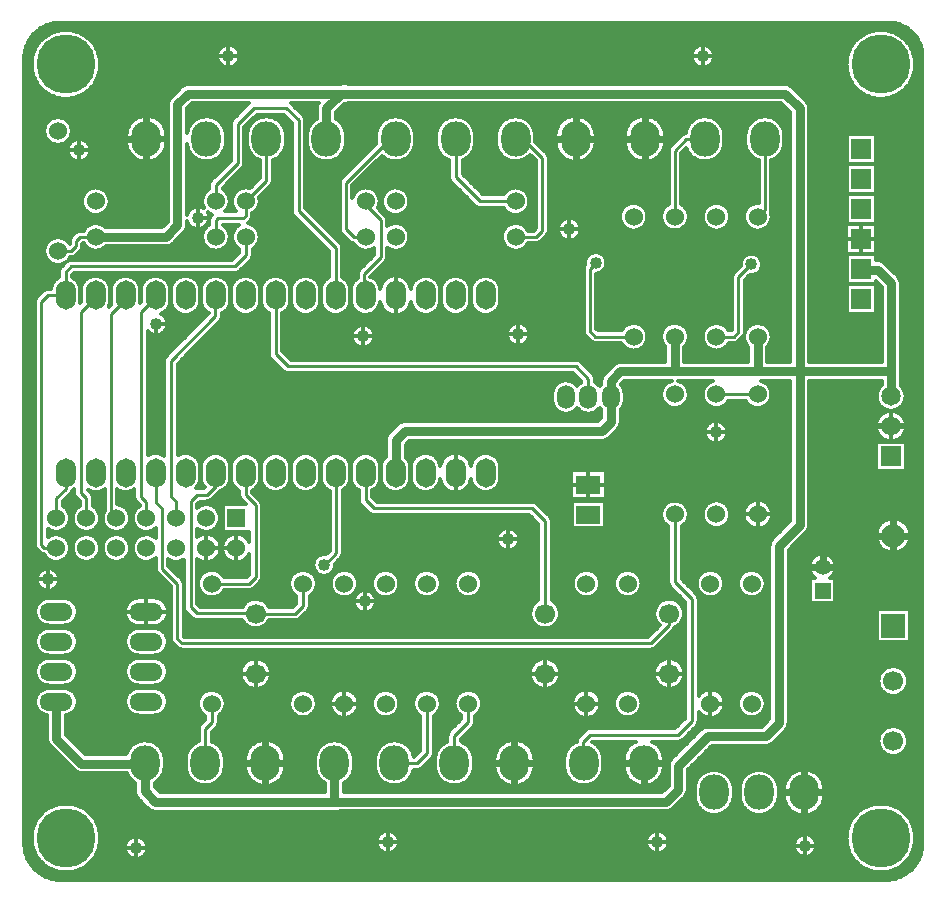
<source format=gtl>
G04 EasyPC Gerber Version 20.0.2 Build 4112 *
G04 #@! TF.Part,Single*
G04 #@! TF.FileFunction,Copper,L1,Top *
%FSLAX35Y35*%
%MOIN*%
G04 #@! TA.AperFunction,ComponentPad*
%ADD20O,0.06000X0.07874*%
%ADD16O,0.06693X0.09843*%
%ADD19O,0.09843X0.11811*%
%ADD26R,0.05315X0.05315*%
%ADD70R,0.06000X0.06000*%
%ADD18R,0.06500X0.06500*%
%ADD23R,0.07874X0.07874*%
G04 #@! TD.AperFunction*
%ADD29C,0.01000*%
%ADD11C,0.01181*%
%ADD10C,0.01200*%
%ADD14C,0.01378*%
%ADD13C,0.01969*%
%ADD97C,0.02165*%
%ADD12C,0.02362*%
%ADD73C,0.03150*%
%ADD74C,0.03937*%
G04 #@! TA.AperFunction,ViaPad*
%ADD72C,0.04000*%
G04 #@! TA.AperFunction,ComponentPad*
%ADD27C,0.05315*%
%ADD71C,0.06000*%
%ADD25C,0.06500*%
%ADD17C,0.06693*%
%ADD24C,0.07874*%
G04 #@! TA.AperFunction,WasherPad*
%ADD15C,0.19685*%
G04 #@! TA.AperFunction,ComponentPad*
%ADD98O,0.11000X0.06000*%
%ADD21R,0.08000X0.06000*%
X0Y0D02*
D02*
D10*
X2158Y13875D02*
X2173Y13280D01*
X2219Y12685*
X2294Y12094*
X2398Y11507*
X2533Y10927*
X2696Y10354*
X2888Y9789*
X3109Y9236*
X3357Y8694*
X3632Y8165*
X3934Y7651*
X4261Y7153*
X4613Y6672*
X4989Y6209*
X5388Y5767*
X5808Y5344*
X6250Y4944*
X6711Y4566*
X7190Y4212*
X7687Y3883*
X8200Y3580*
X8728Y3302*
X9269Y3052*
X9821Y2829*
X10385Y2634*
X10957Y2469*
X11537Y2332*
X12124Y2225*
X12715Y2147*
X13312Y2100*
X290250*
X290846Y2147*
X291439Y2225*
X292027Y2332*
X292609Y2469*
X293183Y2635*
X293748Y2830*
X294303Y3054*
X294846Y3304*
X295375Y3582*
X295889Y3887*
X296388Y4217*
X296869Y4571*
X297331Y4950*
X297774Y5352*
X298196Y5775*
X298596Y6219*
X298974Y6683*
X299327Y7165*
X299655Y7665*
X299958Y8180*
X300234Y8710*
X300483Y9253*
X300705Y9808*
X300898Y10374*
X301063Y10949*
X301198Y11531*
X301303Y12120*
X301379Y12713*
X301424Y13309*
X301439Y13911*
Y278531*
X301304Y279113*
X301139Y279687*
X300945Y280252*
X300723Y280807*
X300474Y281350*
X300197Y281880*
X299894Y282394*
X299565Y282893*
X299211Y283375*
X298834Y283838*
X298433Y284281*
X298011Y284704*
X297568Y285104*
X297105Y285482*
X296623Y285836*
X296124Y286165*
X295609Y286469*
X295080Y286746*
X294537Y286996*
X293982Y287218*
X293417Y287412*
X292843Y287577*
X292258Y287712*
X12927*
X12340Y287647*
X11756Y287553*
X11178Y287430*
X10607Y287278*
X10044Y287098*
X9491Y286889*
X8949Y286654*
X8419Y286391*
X7904Y286103*
X7403Y285789*
X6919Y285450*
X6452Y285087*
X6004Y284702*
X5575Y284294*
X5168Y283866*
X4783Y283418*
X4420Y282951*
X4081Y282467*
X3767Y281966*
X3479Y281450*
X3217Y280921*
X2981Y280379*
X2773Y279826*
X2593Y279263*
X2441Y278692*
X2317Y278114*
X2223Y277530*
X2158Y276943*
Y13875*
X36143Y250032D02*
X36159Y250490D01*
X36206Y250945*
X36283Y251396*
X36392Y251840*
X36530Y252276*
X36698Y252702*
X36894Y253115*
X37119Y253514*
X37370Y253897*
X37646Y254261*
X37947Y254606*
X38270Y254930*
X38615Y255231*
X38980Y255507*
X39363Y255758*
X39761Y255983*
X40175Y256179*
X40600Y256347*
X41037Y256485*
X41481Y256594*
X41932Y256672*
X42387Y256719*
X42844Y256734*
X43302Y256719*
X43757Y256672*
X44208Y256594*
X44652Y256486*
X45089Y256348*
X45514Y256180*
X45928Y255983*
X46326Y255759*
X46709Y255508*
X47074Y255232*
X47419Y254931*
X47742Y254607*
X48043Y254263*
X48319Y253898*
X48570Y253515*
X48795Y253117*
X48991Y252703*
X49159Y252278*
X49298Y251841*
X49406Y251397*
X49484Y250946*
X49531Y250491*
X49547Y250032*
Y248064*
X49531Y247606*
X49484Y247151*
X49407Y246700*
X49298Y246256*
X49160Y245820*
X48992Y245394*
X48796Y244981*
X48571Y244582*
X48320Y244199*
X48044Y243835*
X47743Y243490*
X47420Y243166*
X47075Y242865*
X46710Y242589*
X46328Y242338*
X45929Y242113*
X45515Y241917*
X45090Y241749*
X44654Y241611*
X44209Y241502*
X43758Y241424*
X43303Y241378*
X42846Y241362*
X42388Y241378*
X41933Y241424*
X41482Y241502*
X41038Y241610*
X40602Y241749*
X40176Y241917*
X39763Y242113*
X39364Y242337*
X38981Y242588*
X38617Y242865*
X38272Y243165*
X37948Y243489*
X37647Y243834*
X37371Y244198*
X37120Y244581*
X36895Y244980*
X36699Y245393*
X36531Y245819*
X36393Y246255*
X36284Y246700*
X36206Y247150*
X36159Y247606*
X36143Y248064*
Y250032*
X294232Y166948D02*
X294507Y166690D01*
X294762Y166411*
X294994Y166113*
X295203Y165798*
X295386Y165468*
X295543Y165124*
X295673Y164769*
X295775Y164406*
X295848Y164035*
X295893Y163660*
X295907Y163281*
X295891Y162891*
X295844Y162504*
X295766Y162121*
X295657Y161746*
X295519Y161380*
X295352Y161028*
X295156Y160689*
X294934Y160368*
X294687Y160066*
X294417Y159784*
X294125Y159525*
X293813Y159291*
X293483Y159082*
X293137Y158900*
X292778Y158747*
X292407Y158624*
X292028Y158530*
X291643Y158467*
X291254Y158436*
X290863*
X290474Y158467*
X290088Y158530*
X289709Y158623*
X289339Y158747*
X288979Y158900*
X288633Y159081*
X288304Y159290*
X287991Y159525*
X287699Y159783*
X287428Y160065*
X287181Y160367*
X286959Y160689*
X286764Y161027*
X286597Y161380*
X286458Y161744*
X286350Y162120*
X286271Y162502*
X286224Y162890*
X286207Y163281*
X286222Y163659*
X286266Y164034*
X286339Y164405*
X286441Y164769*
X286570Y165123*
X286728Y165467*
X286911Y165797*
X287119Y166112*
X287351Y166410*
X287606Y166689*
X287882Y166948*
Y168374*
X263740*
Y120250*
X263724Y119939*
X263679Y119631*
X263603Y119328*
X263498Y119035*
X263365Y118754*
X263205Y118486*
X263019Y118236*
X262810Y118005*
X256889Y112085*
Y54266*
X256874Y53955*
X256828Y53646*
X256753Y53344*
X256648Y53051*
X256515Y52769*
X256354Y52502*
X256169Y52252*
X255959Y52021*
X251629Y47690*
X251398Y47481*
X251147Y47295*
X250880Y47135*
X250598Y47002*
X250304Y46896*
X250002Y46821*
X249694Y46775*
X249382Y46760*
X231211*
X223228Y38778*
Y32022*
X223213Y31711*
X223167Y31402*
X223091Y31100*
X222986Y30807*
X222853Y30525*
X222693Y30258*
X222507Y30007*
X222298Y29777*
X218400Y25879*
X218169Y25670*
X217919Y25484*
X217652Y25324*
X217370Y25191*
X217076Y25085*
X216774Y25010*
X216465Y24964*
X216154Y24949*
X107498*
X107217Y24859*
X106930Y24795*
X106637Y24756*
X106343Y24743*
X45850*
X45560Y24755*
X45271Y24793*
X44987Y24856*
X44709Y24944*
X44441Y25055*
X44183Y25190*
X43937Y25346*
X43707Y25523*
X43492Y25720*
X40074Y29139*
X39877Y29354*
X39700Y29584*
X39543Y29830*
X39409Y30087*
X39297Y30356*
X39210Y30634*
X39147Y30918*
X39109Y31206*
X39096Y31497*
Y34441*
X38736Y34671*
X38393Y34924*
X38066Y35199*
X37758Y35494*
X37470Y35809*
X37204Y36143*
X36960Y36493*
X36739Y36857*
X36543Y37236*
X36371Y37627*
X21161*
X20850Y37642*
X20541Y37688*
X20239Y37763*
X19945Y37869*
X19663Y38002*
X19396Y38162*
X19145Y38348*
X18914Y38557*
X10620Y46852*
X10411Y47082*
X10226Y47333*
X10066Y47600*
X9933Y47881*
X9828Y48175*
X9752Y48477*
X9707Y48785*
X9691Y49096*
Y56869*
X9325Y56939*
X8967Y57037*
X8617Y57165*
X8279Y57320*
X7954Y57502*
X7646Y57710*
X7355Y57942*
X7083Y58197*
X6834Y58473*
X6607Y58768*
X6405Y59081*
X6229Y59409*
X6080Y59750*
X5959Y60102*
X5867Y60462*
X5804Y60829*
X5772Y61200*
X5769Y61572*
X5796Y61943*
X5853Y62310*
X5940Y62672*
X6056Y63026*
X6199Y63369*
X6370Y63699*
X6568Y64015*
X6790Y64313*
X7035Y64593*
X7303Y64851*
X7590Y65087*
X7896Y65300*
X8217Y65487*
X8553Y65647*
X8901Y65780*
X9258Y65884*
X9622Y65959*
X9992Y66004*
X10366Y66020*
X15366*
X15737Y66006*
X16107Y65961*
X16471Y65886*
X16829Y65782*
X17176Y65649*
X17512Y65489*
X17834Y65302*
X18140Y65090*
X18427Y64854*
X18695Y64595*
X18941Y64316*
X19163Y64017*
X19361Y63702*
X19532Y63372*
X19676Y63028*
X19792Y62675*
X19879Y62313*
X19936Y61945*
X19964Y61574*
X19961Y61202*
X19928Y60831*
X19866Y60464*
X19774Y60104*
X19653Y59752*
X19504Y59411*
X19328Y59083*
X19126Y58770*
X18900Y58475*
X18650Y58199*
X18379Y57944*
X18088Y57712*
X17779Y57504*
X17455Y57322*
X17117Y57166*
X16767Y57039*
X16408Y56940*
X16041Y56869*
Y50411*
X22474Y43977*
X36207*
X36357Y44402*
X36537Y44816*
X36744Y45216*
X36979Y45601*
X37239Y45969*
X37525Y46319*
X37834Y46647*
X38165Y46953*
X38516Y47236*
X38886Y47494*
X39273Y47725*
X39675Y47930*
X40091Y48106*
X40517Y48252*
X40952Y48369*
X41395Y48456*
X41843Y48512*
X42293Y48537*
X42744Y48530*
X43193Y48493*
X43639Y48424*
X44079Y48325*
X44511Y48196*
X44933Y48037*
X45343Y47850*
X45739Y47634*
X46120Y47392*
X46482Y47124*
X46826Y46831*
X47148Y46516*
X47447Y46179*
X47723Y45822*
X47973Y45446*
X48197Y45055*
X48393Y44649*
X48561Y44231*
X48699Y43802*
X48807Y43364*
X48885Y42920*
X48932Y42471*
X48948Y42017*
Y40048*
X48933Y39599*
X48887Y39152*
X48809Y38709*
X48702Y38272*
X48565Y37844*
X48398Y37426*
X48203Y37021*
X47981Y36631*
X47733Y36256*
X47459Y35900*
X47161Y35563*
X46841Y35248*
X46500Y34956*
X46140Y34687*
X45760Y34443*
Y32878*
X47231Y31407*
X102358*
Y34351*
X101987Y34574*
X101632Y34822*
X101294Y35092*
X100974Y35384*
X100675Y35697*
X100397Y36029*
X100142Y36378*
X99910Y36744*
X99704Y37124*
X99522Y37518*
X99368Y37922*
X99240Y38336*
X99141Y38757*
X99069Y39184*
X99026Y39615*
X99011Y40048*
Y42017*
X99027Y42461*
X99072Y42904*
X99148Y43343*
X99254Y43776*
X99388Y44200*
X99552Y44615*
X99743Y45017*
X99961Y45405*
X100205Y45777*
X100474Y46132*
X100767Y46468*
X101081Y46783*
X101417Y47075*
X101772Y47344*
X102144Y47589*
X102532Y47807*
X102934Y47998*
X103348Y48161*
X103773Y48296*
X104206Y48402*
X104644Y48477*
X105087Y48523*
X105532Y48538*
X105977Y48523*
X106420Y48478*
X106859Y48402*
X107292Y48296*
X107716Y48162*
X108130Y47998*
X108532Y47807*
X108920Y47589*
X109293Y47345*
X109648Y47076*
X109983Y46783*
X110298Y46469*
X110591Y46133*
X110860Y45778*
X111105Y45406*
X111323Y45018*
X111515Y44616*
X111678Y44202*
X111813Y43777*
X111918Y43344*
X111994Y42906*
X112039Y42463*
X112055Y42017*
Y40048*
X112041Y39615*
X111998Y39185*
X111926Y38757*
X111826Y38336*
X111699Y37922*
X111544Y37518*
X111363Y37125*
X111156Y36744*
X110925Y36379*
X110670Y36029*
X110392Y35697*
X110093Y35385*
X109773Y35093*
X109435Y34822*
X109080Y34575*
X108708Y34351*
Y31299*
X214841*
X216878Y33337*
Y40093*
X216894Y40404*
X216939Y40712*
X217015Y41014*
X217120Y41307*
X217253Y41589*
X217413Y41856*
X217599Y42107*
X217808Y42337*
X227651Y52180*
X227882Y52389*
X228132Y52575*
X228400Y52735*
X228681Y52869*
X228975Y52974*
X229278Y53049*
X229586Y53095*
X229898Y53110*
X248069*
X250540Y55581*
Y113400*
X250555Y113711*
X250601Y114019*
X250676Y114321*
X250781Y114615*
X250915Y114896*
X251075Y115163*
X251260Y115414*
X251470Y115644*
X257390Y121565*
Y168374*
X247763*
X248125Y168265*
X248477Y168125*
X248817Y167957*
X249141Y167762*
X249448Y167541*
X249736Y167295*
X250003Y167027*
X250246Y166737*
X250466Y166428*
X250659Y166103*
X250824Y165762*
X250961Y165409*
X251069Y165046*
X251146Y164676*
X251193Y164300*
X251208Y163922*
X251193Y163544*
X251146Y163169*
X251069Y162800*
X250962Y162437*
X250826Y162085*
X250661Y161745*
X250469Y161420*
X250250Y161112*
X250007Y160822*
X249742Y160554*
X249455Y160308*
X249149Y160087*
X248826Y159891*
X248487Y159723*
X248137Y159583*
X247776Y159472*
X247407Y159391*
X247032Y159341*
X246655Y159322*
X246278Y159333*
X245902Y159376*
X245532Y159449*
X245169Y159553*
X244815Y159685*
X244474Y159847*
X244146Y160036*
X243836Y160251*
X243544Y160491*
X243273Y160754*
X243024Y161038*
X242800Y161342*
X242600Y161664*
X236862*
X236664Y161342*
X236440Y161037*
X236192Y160752*
X235921Y160488*
X235630Y160247*
X235320Y160031*
X234993Y159841*
X234651Y159679*
X234298Y159545*
X233934Y159441*
X233563Y159367*
X233188Y159324*
X232810Y159311*
X232432Y159330*
X232057Y159380*
X231688Y159460*
X231326Y159570*
X230975Y159710*
X230636Y159878*
X230313Y160074*
X230006Y160295*
X229719Y160541*
X229452Y160809*
X229209Y161098*
X228990Y161407*
X228798Y161732*
X228632Y162072*
X228495Y162424*
X228388Y162787*
X228311Y163157*
X228264Y163532*
X228248Y163911*
X228263Y164270*
X228304Y164626*
X228374Y164978*
X228471Y165323*
X228594Y165660*
X228743Y165986*
X228917Y166299*
X229115Y166598*
X229336Y166881*
X229578Y167146*
X229840Y167391*
X230120Y167615*
X230417Y167816*
X230729Y167993*
X231054Y168146*
X231389Y168273*
X231734Y168374*
X220070*
X220420Y168278*
X220762Y168155*
X221093Y168005*
X221410Y167830*
X221713Y167630*
X222000Y167406*
X222267Y167161*
X222515Y166895*
X222741Y166611*
X222944Y166310*
X223122Y165994*
X223275Y165664*
X223401Y165324*
X223500Y164974*
X223572Y164619*
X223615Y164258*
X223630Y163894*
X223614Y163514*
X223567Y163137*
X223489Y162765*
X223381Y162400*
X223243Y162046*
X223076Y161704*
X222881Y161378*
X222660Y161068*
X222415Y160778*
X222146Y160509*
X221856Y160263*
X221546Y160043*
X221220Y159848*
X220878Y159681*
X220524Y159543*
X220160Y159434*
X219788Y159356*
X219411Y159309*
X219031Y159293*
X218651Y159309*
X218274Y159356*
X217902Y159434*
X217537Y159542*
X217183Y159680*
X216841Y159847*
X216515Y160042*
X216205Y160263*
X215915Y160508*
X215646Y160777*
X215400Y161067*
X215180Y161377*
X214985Y161703*
X214818Y162044*
X214680Y162398*
X214571Y162763*
X214493Y163135*
X214446Y163512*
X214430Y163894*
X214444Y164257*
X214487Y164617*
X214558Y164973*
X214657Y165322*
X214783Y165663*
X214936Y165993*
X215115Y166309*
X215317Y166610*
X215543Y166894*
X215791Y167160*
X216059Y167405*
X216345Y167628*
X216648Y167828*
X216965Y168004*
X217296Y168154*
X217637Y168278*
X217989Y168374*
X202156*
X200950Y167169*
X201194Y166904*
X201417Y166620*
X201616Y166321*
X201792Y166006*
X201942Y165679*
X202067Y165341*
X202164Y164994*
X202234Y164641*
X202277Y164283*
X202291Y163922*
Y162048*
X202277Y161693*
X202236Y161340*
X202168Y160991*
X202073Y160648*
X201952Y160314*
X201806Y159990*
X201634Y159679*
X201439Y159381*
X201222Y159100*
X200984Y158836*
Y154699*
X200971Y154408*
X200933Y154120*
X200870Y153835*
X200783Y153558*
X200671Y153289*
X200537Y153031*
X200380Y152786*
X200203Y152555*
X200006Y152341*
X196978Y149313*
X196764Y149116*
X196533Y148939*
X196288Y148783*
X196030Y148648*
X195761Y148537*
X195483Y148449*
X195200Y148386*
X194911Y148348*
X194620Y148335*
X130449*
X129234Y147120*
Y143038*
X129500Y142776*
X129746Y142494*
X129970Y142195*
X130171Y141880*
X130348Y141550*
X130499Y141208*
X130624Y140856*
X130721Y140495*
X130791Y140128*
X130833Y139756*
X130848Y139383*
Y136233*
X130833Y135845*
X130787Y135459*
X130711Y135078*
X130606Y134705*
X130472Y134341*
X130309Y133988*
X130119Y133649*
X129904Y133326*
X129663Y133021*
X129399Y132736*
X129114Y132472*
X128809Y132232*
X128486Y132016*
X128147Y131826*
X127794Y131664*
X127430Y131530*
X127057Y131424*
X126676Y131348*
X126291Y131303*
X125902Y131287*
X125514Y131303*
X125128Y131348*
X124748Y131424*
X124374Y131530*
X124010Y131664*
X123657Y131826*
X123318Y132016*
X122995Y132232*
X122690Y132472*
X122405Y132736*
X122142Y133021*
X121901Y133326*
X121685Y133649*
X121496Y133988*
X121333Y134341*
X121199Y134705*
X121093Y135079*
X121018Y135459*
X120972Y135845*
X120956Y136233*
Y139383*
X120970Y139756*
X121013Y140128*
X121083Y140494*
X121180Y140855*
X121305Y141207*
X121456Y141549*
X121632Y141879*
X121833Y142194*
X122057Y142493*
X122303Y142775*
X122569Y143037*
Y148500*
X122582Y148791*
X122620Y149079*
X122683Y149363*
X122770Y149641*
X122882Y149910*
X123017Y150168*
X123173Y150413*
X123350Y150644*
X123547Y150858*
X126711Y154022*
X126925Y154219*
X127156Y154396*
X127401Y154552*
X127659Y154687*
X127928Y154798*
X128206Y154885*
X128489Y154948*
X128778Y154987*
X129069Y155000*
X193240*
X194319Y156079*
Y158918*
X194122Y159144*
X193941Y159383*
X193717Y159094*
X193472Y158824*
X193206Y158574*
X192921Y158345*
X192619Y158140*
X192301Y157960*
X191970Y157806*
X191628Y157678*
X191276Y157577*
X190918Y157505*
X190556Y157462*
X190191Y157447*
X189826Y157462*
X189463Y157505*
X189105Y157577*
X188754Y157678*
X188411Y157806*
X188080Y157960*
X187763Y158140*
X187460Y158345*
X187175Y158574*
X186909Y158824*
X186664Y159094*
X186441Y159383*
X186211Y159087*
X185959Y158811*
X185685Y158556*
X185391Y158324*
X185079Y158117*
X184752Y157935*
X184410Y157781*
X184057Y157656*
X183696Y157559*
X183328Y157493*
X182955Y157456*
X182581Y157450*
X182207Y157474*
X181837Y157528*
X181472Y157612*
X181115Y157726*
X180769Y157869*
X180436Y158039*
X180117Y158235*
X179816Y158457*
X179533Y158703*
X179272Y158970*
X179033Y159259*
X178819Y159565*
X178630Y159889*
X178467Y160226*
X178333Y160576*
X178228Y160935*
X178152Y161301*
X178107Y161673*
X178090Y162048*
Y163922*
X178106Y164296*
X178151Y164668*
X178227Y165034*
X178332Y165394*
X178466Y165743*
X178628Y166081*
X178817Y166404*
X179032Y166711*
X179271Y166999*
X179532Y167267*
X179815Y167512*
X180116Y167734*
X180435Y167931*
X180768Y168101*
X181114Y168244*
X181471Y168357*
X181835Y168442*
X182206Y168497*
X182580Y168521*
X182954Y168515*
X183326Y168478*
X183695Y168411*
X184057Y168315*
X184409Y168189*
X184751Y168035*
X185078Y167854*
X185390Y167647*
X185684Y167415*
X185958Y167160*
X186211Y166884*
X186441Y166587*
X186639Y166846*
X186855Y167090*
X187087Y167319*
X187336Y167530*
X187598Y167723*
X187874Y167897*
Y168213*
X185142Y170945*
X90053*
X89800Y170959*
X89551Y171002*
X89307Y171072*
X89074Y171169*
X88852Y171291*
X88645Y171438*
X88456Y171607*
X84306Y175757*
X84137Y175946*
X83991Y176153*
X83868Y176374*
X83771Y176608*
X83701Y176852*
X83659Y177101*
X83644Y177354*
Y190888*
X83307Y191078*
X82985Y191294*
X82681Y191535*
X82398Y191798*
X82135Y192083*
X81896Y192388*
X81681Y192710*
X81493Y193048*
X81331Y193400*
X81197Y193764*
X81092Y194137*
X81017Y194517*
X80972Y194901*
X80956Y195288*
Y198438*
X80972Y198826*
X81017Y199212*
X81093Y199593*
X81199Y199966*
X81333Y200330*
X81496Y200683*
X81685Y201022*
X81901Y201345*
X82142Y201650*
X82406Y201935*
X82691Y202198*
X82996Y202439*
X83319Y202655*
X83657Y202844*
X84010Y203007*
X84374Y203141*
X84748Y203247*
X85129Y203322*
X85514Y203368*
X85902Y203383*
X86291Y203368*
X86676Y203322*
X87057Y203247*
X87431Y203141*
X87795Y203007*
X88148Y202844*
X88487Y202655*
X88809Y202439*
X89115Y202198*
X89400Y201935*
X89663Y201650*
X89904Y201344*
X90119Y201022*
X90309Y200683*
X90472Y200330*
X90606Y199966*
X90711Y199592*
X90787Y199211*
X90833Y198826*
X90848Y198438*
Y195288*
X90833Y194901*
X90787Y194517*
X90712Y194137*
X90607Y193764*
X90474Y193400*
X90312Y193048*
X90123Y192710*
X89908Y192388*
X89669Y192083*
X89406Y191798*
X89122Y191535*
X88819Y191294*
X88497Y191078*
X88159Y190887*
Y178289*
X90988Y175460*
X186077*
X186330Y175446*
X186579Y175404*
X186822Y175333*
X187056Y175237*
X187278Y175114*
X187485Y174968*
X187674Y174798*
X191728Y170744*
X191896Y170556*
X192043Y170349*
X192165Y170128*
X192262Y169894*
X192332Y169650*
X192375Y169401*
X192389Y169148*
Y167963*
X192689Y167785*
X192974Y167585*
X193243Y167364*
X193495Y167123*
X193728Y166863*
X193941Y166587*
X194118Y166820*
X194310Y167042*
X194516Y167252*
Y168400*
X194531Y168711*
X194577Y169019*
X194653Y169321*
X194758Y169615*
X194891Y169896*
X195051Y170163*
X195237Y170414*
X195446Y170644*
X198596Y173794*
X198827Y174004*
X199077Y174189*
X199344Y174350*
X199626Y174483*
X199920Y174588*
X200222Y174663*
X200531Y174709*
X200843Y174724*
X215855*
Y179805*
X215596Y180072*
X215360Y180360*
X215148Y180665*
X214961Y180987*
X214801Y181323*
X214668Y181670*
X214564Y182028*
X214489Y182392*
X214444Y182761*
X214430Y183134*
X214445Y183514*
X214492Y183891*
X214570Y184263*
X214678Y184627*
X214817Y184981*
X214983Y185323*
X215178Y185650*
X215399Y185959*
X215644Y186250*
X215913Y186519*
X216204Y186764*
X216513Y186985*
X216839Y187180*
X217181Y187346*
X217535Y187485*
X217899Y187593*
X218271Y187671*
X218648Y187719*
X219028Y187734*
X219408Y187719*
X219785Y187672*
X220157Y187594*
X220522Y187485*
X220876Y187347*
X221218Y187180*
X221544Y186986*
X221854Y186765*
X222144Y186519*
X222413Y186250*
X222659Y185960*
X222880Y185651*
X223074Y185324*
X223241Y184983*
X223379Y184629*
X223488Y184265*
X223566Y183893*
X223613Y183516*
X223630Y183134*
X223615Y182762*
X223570Y182393*
X223495Y182028*
X223391Y181671*
X223259Y181324*
X223098Y180988*
X222912Y180666*
X222700Y180361*
X222463Y180073*
X222204Y179805*
Y174724*
X243453*
Y179726*
X243198Y179989*
X242965Y180272*
X242756Y180572*
X242570Y180888*
X242411Y181217*
X242278Y181559*
X242173Y181909*
X242096Y182267*
X242048Y182630*
X242028Y182996*
X242038Y183362*
X242077Y183726*
X241989Y183535*
X241881Y183353*
X241756Y183183*
X241615Y183027*
X240169Y181580*
X239993Y181422*
X239800Y181286*
X239594Y181172*
X239376Y181081*
X239149Y181016*
X238916Y180977*
X238681Y180964*
X236941*
X236758Y180640*
X236550Y180332*
X236317Y180043*
X236062Y179772*
X235786Y179524*
X235491Y179298*
X235178Y179097*
X234850Y178922*
X234509Y178774*
X234157Y178654*
X233797Y178562*
X233431Y178500*
X233060Y178468*
X232689Y178466*
X232318Y178494*
X231951Y178552*
X231589Y178639*
X231236Y178755*
X230894Y178899*
X230564Y179070*
X230249Y179268*
X229951Y179491*
X229672Y179736*
X229413Y180004*
X229178Y180291*
X228966Y180596*
X228779Y180918*
X228619Y181254*
X228487Y181601*
X228383Y181958*
X228308Y182322*
X228263Y182691*
X228248Y183063*
X228263Y183435*
X228308Y183804*
X228383Y184168*
X228487Y184525*
X228619Y184872*
X228779Y185207*
X228965Y185529*
X229177Y185835*
X229413Y186122*
X229671Y186389*
X229950Y186635*
X230247Y186857*
X230562Y187055*
X230892Y187227*
X231235Y187371*
X231588Y187487*
X231949Y187575*
X232317Y187633*
X232687Y187661*
X233059Y187659*
X233429Y187627*
X233796Y187565*
X234156Y187474*
X234508Y187354*
X234849Y187206*
X235177Y187030*
X235489Y186830*
X235785Y186604*
X236061Y186355*
X236316Y186085*
X236549Y185795*
X236757Y185487*
X236941Y185164*
X237813*
X238030Y185381*
Y202835*
X238043Y203070*
X238082Y203302*
X238148Y203529*
X238238Y203746*
X238352Y203953*
X238488Y204145*
X238645Y204320*
X240933Y206608*
X240898Y206898*
X240886Y207190*
X240902Y207522*
X240948Y207852*
X241024Y208175*
X241129Y208491*
X241263Y208795*
X241425Y209085*
X241613Y209360*
X241826Y209616*
X242061Y209851*
X242317Y210063*
X242591Y210251*
X242881Y210413*
X243186Y210547*
X243501Y210653*
X243825Y210729*
X244154Y210775*
X244486Y210790*
X244819Y210775*
X245148Y210729*
X245471Y210653*
X245787Y210547*
X246091Y210413*
X246381Y210251*
X246656Y210063*
X246912Y209851*
X247147Y209616*
X247359Y209360*
X247547Y209085*
X247709Y208795*
X247843Y208491*
X247949Y208175*
X248025Y207852*
X248071Y207522*
X248086Y207190*
X248071Y206862*
X248026Y206537*
X247952Y206217*
X247849Y205906*
X247718Y205604*
X247560Y205317*
X247376Y205044*
X247169Y204790*
X246939Y204556*
X246689Y204343*
X246420Y204154*
X246136Y203991*
X245837Y203854*
X245528Y203744*
X245210Y203664*
X244885Y203613*
X244558Y203591*
X244230Y203599*
X243903Y203638*
X242230Y201965*
Y184511*
X242226Y184391*
X242349Y184744*
X242500Y185086*
X242679Y185415*
X242884Y185728*
X243113Y186023*
X243366Y186298*
X243641Y186553*
X243935Y186784*
X244246Y186990*
X244574Y187170*
X244915Y187324*
X245267Y187449*
X245629Y187545*
X245997Y187611*
X246369Y187647*
X246743Y187653*
X247116Y187629*
X247486Y187574*
X247850Y187489*
X248207Y187376*
X248552Y187233*
X248885Y187063*
X249204Y186867*
X249505Y186645*
X249787Y186399*
X250048Y186131*
X250287Y185843*
X250502Y185537*
X250691Y185214*
X250852Y184877*
X250987Y184528*
X251092Y184169*
X251167Y183803*
X251213Y183431*
X251228Y183055*
X251213Y182683*
X251168Y182314*
X251093Y181950*
X250989Y181593*
X250857Y181245*
X250697Y180909*
X250510Y180587*
X250298Y180282*
X250062Y179994*
X249803Y179726*
Y174724*
X257390*
Y258030*
X254447Y260973*
X110368*
X110110Y260848*
X109843Y260744*
X109569Y260663*
X109289Y260604*
X109004Y260569*
X108719Y260556*
X106020Y257858*
Y255728*
X106391Y255504*
X106746Y255257*
X107084Y254987*
X107404Y254694*
X107703Y254382*
X107981Y254050*
X108236Y253700*
X108467Y253335*
X108674Y252954*
X108855Y252561*
X109009Y252157*
X109137Y251744*
X109236Y251322*
X109308Y250896*
X109351Y250465*
X109366Y250032*
Y248064*
X109350Y247619*
X109305Y247176*
X109229Y246737*
X109124Y246305*
X108989Y245880*
X108826Y245466*
X108634Y245064*
X108416Y244676*
X108172Y244304*
X107903Y243949*
X107611Y243613*
X107296Y243298*
X106960Y243006*
X106606Y242737*
X106233Y242493*
X105845Y242275*
X105443Y242083*
X105029Y241920*
X104604Y241785*
X104172Y241680*
X103733Y241604*
X103290Y241559*
X102845Y241543*
X102400Y241559*
X101957Y241604*
X101519Y241680*
X101086Y241785*
X100662Y241920*
X100248Y242083*
X99846Y242275*
X99457Y242493*
X99085Y242737*
X98730Y243006*
X98395Y243298*
X98080Y243613*
X97787Y243949*
X97519Y244304*
X97274Y244676*
X97056Y245064*
X96865Y245466*
X96702Y245880*
X96567Y246305*
X96461Y246737*
X96386Y247176*
X96340Y247619*
X96324Y248064*
Y250032*
X96339Y250465*
X96381Y250896*
X96453Y251322*
X96553Y251744*
X96680Y252157*
X96835Y252562*
X97016Y252955*
X97223Y253335*
X97454Y253701*
X97709Y254051*
X97987Y254383*
X98287Y254695*
X98606Y254987*
X98944Y255258*
X99299Y255505*
X99671Y255728*
Y259173*
X99683Y259446*
X99718Y259717*
X99776Y259984*
X99857Y260245*
X99960Y260498*
X100085Y260741*
X100230Y260973*
X91024*
X91099Y260901*
X95162Y256837*
X95331Y256649*
X95478Y256442*
X95600Y256220*
X95697Y255987*
X95767Y255743*
X95809Y255494*
X95824Y255241*
Y225909*
X107497Y214235*
X107666Y214047*
X107813Y213840*
X107935Y213619*
X108032Y213385*
X108102Y213141*
X108144Y212892*
X108159Y212639*
Y202839*
X108496Y202648*
X108818Y202432*
X109122Y202192*
X109406Y201928*
X109668Y201643*
X109907Y201339*
X110122Y201016*
X110311Y200678*
X110473Y200326*
X110607Y199963*
X110711Y199590*
X110787Y199210*
X110832Y198825*
X110848Y198438*
Y195288*
X110833Y194900*
X110787Y194514*
X110711Y194133*
X110606Y193760*
X110472Y193396*
X110309Y193043*
X110119Y192704*
X109904Y192381*
X109663Y192076*
X109399Y191791*
X109114Y191528*
X108809Y191287*
X108486Y191071*
X108147Y190881*
X107794Y190719*
X107430Y190585*
X107057Y190479*
X106676Y190404*
X106291Y190358*
X105902Y190343*
X105514Y190358*
X105128Y190404*
X104748Y190479*
X104374Y190585*
X104010Y190719*
X103657Y190881*
X103318Y191071*
X102995Y191287*
X102690Y191528*
X102405Y191791*
X102142Y192076*
X101901Y192381*
X101685Y192704*
X101496Y193043*
X101333Y193396*
X101199Y193760*
X101093Y194134*
X101018Y194515*
X100972Y194900*
X100956Y195288*
Y198438*
X100972Y198825*
X101017Y199209*
X101092Y199589*
X101197Y199962*
X101331Y200326*
X101493Y200678*
X101681Y201016*
X101896Y201338*
X102135Y201643*
X102398Y201928*
X102681Y202191*
X102985Y202432*
X103307Y202648*
X103644Y202838*
Y211704*
X91971Y223377*
X91802Y223565*
X91656Y223772*
X91533Y223994*
X91436Y224228*
X91366Y224471*
X91324Y224720*
X91309Y224974*
Y254306*
X88567Y257048*
X79563*
X75500Y252984*
Y240834*
X75485Y240580*
X75443Y240330*
X75372Y240086*
X75275Y239852*
X75152Y239630*
X75005Y239423*
X74835Y239234*
X68252Y232661*
Y232251*
X68572Y232053*
X68875Y231830*
X69158Y231583*
X69420Y231313*
X69660Y231023*
X69875Y230714*
X70064Y230389*
X70226Y230050*
X70359Y229698*
X70463Y229337*
X70538Y228968*
X70582Y228594*
X70595Y228219*
X70578Y227843*
X70530Y227470*
X70452Y227102*
X70344Y226742*
X70207Y226392*
X70041Y226054*
X69849Y225731*
X69631Y225425*
X69389Y225137*
X69122Y224870*
X72852*
X72586Y225137*
X72343Y225425*
X72124Y225732*
X71932Y226056*
X71767Y226395*
X71630Y226746*
X71522Y227107*
X71444Y227476*
X71396Y227850*
X71379Y228227*
X71393Y228604*
X71438Y228978*
X71514Y229347*
X71619Y229709*
X71754Y230061*
X71917Y230401*
X72107Y230726*
X72323Y231035*
X72564Y231325*
X72828Y231594*
X73113Y231841*
X73417Y232063*
X73739Y232260*
X74075Y232430*
X74424Y232572*
X74784Y232685*
X75152Y232768*
X75525Y232820*
X75902Y232842*
X76278Y232833*
X76653Y232793*
X77024Y232722*
X77388Y232622*
X80746Y235979*
Y241890*
X80325Y242050*
X79916Y242238*
X79521Y242454*
X79142Y242697*
X78780Y242965*
X78438Y243257*
X78117Y243573*
X77819Y243910*
X77544Y244267*
X77295Y244641*
X77072Y245032*
X76877Y245438*
X76710Y245856*
X76572Y246285*
X76464Y246722*
X76387Y247165*
X76340Y247613*
X76324Y248064*
Y250032*
X76340Y250477*
X76385Y250920*
X76461Y251359*
X76567Y251791*
X76701Y252216*
X76865Y252630*
X77056Y253032*
X77274Y253420*
X77518Y253793*
X77787Y254147*
X78080Y254483*
X78394Y254798*
X78730Y255090*
X79085Y255359*
X79457Y255603*
X79845Y255821*
X80247Y256013*
X80661Y256176*
X81086Y256311*
X81519Y256416*
X81957Y256492*
X82400Y256537*
X82845Y256553*
X83290Y256537*
X83733Y256492*
X84171Y256416*
X84604Y256311*
X85028Y256176*
X85443Y256013*
X85844Y255821*
X86233Y255603*
X86605Y255359*
X86960Y255090*
X87295Y254798*
X87610Y254483*
X87903Y254147*
X88172Y253793*
X88416Y253420*
X88634Y253032*
X88825Y252630*
X88989Y252216*
X89123Y251791*
X89229Y251359*
X89304Y250920*
X89350Y250477*
X89366Y250032*
Y248064*
X89350Y247614*
X89304Y247167*
X89227Y246723*
X89119Y246286*
X88982Y245858*
X88815Y245440*
X88620Y245034*
X88397Y244643*
X88148Y244269*
X87873Y243912*
X87575Y243575*
X87254Y243259*
X86912Y242967*
X86551Y242698*
X86172Y242456*
X85777Y242239*
X85369Y242051*
X84946Y241891*
Y235109*
X84932Y234874*
X84893Y234642*
X84828Y234416*
X84737Y234198*
X84624Y233992*
X84487Y233800*
X84331Y233624*
X80358Y229652*
X80458Y229291*
X80528Y228924*
X80569Y228552*
X80578Y228178*
X80558Y227804*
X80507Y227433*
X80426Y227068*
X80316Y226710*
X80177Y226362*
X80010Y226027*
X79817Y225707*
X79598Y225403*
X79355Y225119*
X79089Y224854*
X78804Y224613*
X78499Y224395*
X78177Y224202*
Y223400*
X78163Y223147*
X78120Y222897*
X78050Y222654*
X77953Y222420*
X77831Y222198*
X77684Y221992*
X77515Y221803*
X76729Y221017*
X76630Y220924*
X77004Y220853*
X77370Y220752*
X77727Y220622*
X78072Y220462*
X78403Y220274*
X78717Y220059*
X79012Y219820*
X79286Y219556*
X79538Y219271*
X79765Y218967*
X79966Y218644*
X80140Y218306*
X80286Y217955*
X80402Y217593*
X80488Y217222*
X80543Y216846*
X80566Y216466*
X80558Y216086*
X80519Y215707*
X80448Y215334*
X80347Y214967*
X80216Y214610*
X80056Y214265*
X79869Y213935*
X79654Y213621*
X79414Y213326*
X79151Y213051*
X78866Y212800*
X78561Y212572*
X78237Y212371*
Y210211*
X78222Y209958*
X78180Y209708*
X78110Y209465*
X78013Y209231*
X77891Y209009*
X77744Y208803*
X77575Y208614*
X73915Y204954*
X73726Y204785*
X73519Y204638*
X73298Y204516*
X73064Y204419*
X72820Y204349*
X72571Y204306*
X72318Y204292*
X18807*
X18159Y203643*
Y202839*
X18496Y202648*
X18818Y202432*
X19122Y202192*
X19406Y201928*
X19668Y201643*
X19907Y201339*
X20122Y201016*
X20311Y200678*
X20473Y200326*
X20607Y199963*
X20711Y199590*
X20787Y199210*
X20832Y198825*
X20848Y198438*
Y195288*
X20835Y194935*
X20798Y194583*
X20735Y194235*
X21017Y194517*
X20972Y194902*
X20956Y195288*
Y198438*
X20972Y198826*
X21017Y199212*
X21093Y199593*
X21199Y199966*
X21333Y200330*
X21496Y200683*
X21685Y201022*
X21901Y201345*
X22142Y201650*
X22406Y201935*
X22691Y202198*
X22996Y202439*
X23319Y202655*
X23657Y202844*
X24010Y203007*
X24374Y203141*
X24748Y203247*
X25129Y203322*
X25514Y203368*
X25902Y203383*
X26291Y203368*
X26676Y203322*
X27057Y203247*
X27431Y203141*
X27795Y203007*
X28148Y202844*
X28487Y202655*
X28809Y202439*
X29115Y202198*
X29400Y201935*
X29663Y201650*
X29904Y201344*
X30119Y201022*
X30309Y200683*
X30472Y200330*
X30606Y199966*
X30711Y199592*
X30787Y199211*
X30833Y198826*
X30848Y198438*
Y195288*
X30835Y194929*
X30796Y194572*
X30731Y194218*
X30641Y193870*
X30525Y193530*
X30385Y193198*
X30221Y192878*
X31176Y193832*
X31080Y194189*
X31011Y194552*
X30970Y194919*
X30956Y195288*
Y198438*
X30972Y198826*
X31017Y199212*
X31093Y199593*
X31199Y199966*
X31333Y200330*
X31496Y200683*
X31685Y201022*
X31901Y201345*
X32142Y201650*
X32406Y201935*
X32691Y202198*
X32996Y202439*
X33319Y202655*
X33657Y202844*
X34010Y203007*
X34374Y203141*
X34748Y203247*
X35129Y203322*
X35514Y203368*
X35902Y203383*
X36291Y203368*
X36676Y203322*
X37057Y203247*
X37431Y203141*
X37795Y203007*
X38148Y202844*
X38487Y202655*
X38809Y202439*
X39115Y202198*
X39400Y201935*
X39663Y201650*
X39904Y201344*
X40119Y201022*
X40309Y200683*
X40472Y200330*
X40606Y199966*
X40711Y199592*
X40787Y199211*
X40833Y198826*
X40848Y198438*
Y195288*
X40835Y194937*
X40798Y194588*
X40736Y194243*
X41016Y194522*
X40971Y194904*
X40956Y195288*
Y198438*
X40972Y198826*
X41017Y199212*
X41093Y199593*
X41199Y199966*
X41333Y200330*
X41496Y200683*
X41685Y201022*
X41901Y201345*
X42142Y201650*
X42406Y201935*
X42691Y202198*
X42996Y202439*
X43319Y202655*
X43657Y202844*
X44010Y203007*
X44374Y203141*
X44748Y203247*
X45129Y203322*
X45514Y203368*
X45902Y203383*
X46291Y203368*
X46676Y203322*
X47057Y203247*
X47431Y203141*
X47795Y203007*
X48148Y202844*
X48487Y202655*
X48809Y202439*
X49115Y202198*
X49400Y201935*
X49663Y201650*
X49904Y201344*
X50119Y201022*
X50309Y200683*
X50472Y200330*
X50606Y199966*
X50711Y199592*
X50787Y199211*
X50833Y198826*
X50848Y198438*
Y195288*
X50833Y194900*
X50787Y194515*
X50711Y194135*
X50606Y193762*
X50472Y193398*
X50310Y193046*
X50120Y192707*
X49905Y192384*
X49665Y192080*
X49402Y191794*
X49118Y191531*
X48813Y191291*
X48491Y191075*
X48153Y190885*
X47800Y190721*
X48099Y190550*
X48381Y190351*
X48644Y190128*
X48886Y189882*
X49104Y189615*
X49297Y189329*
X49463Y189026*
X49600Y188710*
X49709Y188383*
X49787Y188047*
X49834Y187705*
X49849Y187360*
X49834Y187023*
X49789Y186688*
X49714Y186359*
X49610Y186038*
X49478Y185727*
X49319Y185430*
X49133Y185147*
X48924Y184883*
X48691Y184638*
X48438Y184415*
X48165Y184215*
X47876Y184041*
X47573Y183893*
X47257Y183772*
X46933Y183680*
X46601Y183618*
X46265Y183585*
X45927Y183583*
X45590Y183610*
X45257Y183668*
X44931Y183755*
X44614Y183870*
X44308Y184014*
X44017Y184185*
X43742Y184380*
X43485Y184600*
X43248Y184842*
Y143556*
X43586Y143753*
X43939Y143922*
X44304Y144063*
X44679Y144175*
X45061Y144257*
X45450Y144308*
X45841Y144328*
X46232Y144318*
X46621Y144276*
X47006Y144204*
X47384Y144102*
X47752Y143970*
X48109Y143809*
X48453Y143620*
X48780Y143405*
Y175093*
X48794Y175345*
X48837Y175595*
X48907Y175838*
X49004Y176072*
X49126Y176294*
X49272Y176500*
X49442Y176689*
X63583Y190831*
Y190920*
X63252Y191112*
X62938Y191329*
X62641Y191570*
X62363Y191833*
X62107Y192117*
X61873Y192420*
X61664Y192739*
X61480Y193074*
X61322Y193423*
X61191Y193782*
X61089Y194151*
X61015Y194526*
X60971Y194906*
X60956Y195288*
Y198438*
X60972Y198826*
X61017Y199212*
X61093Y199593*
X61199Y199966*
X61333Y200330*
X61496Y200683*
X61685Y201022*
X61901Y201345*
X62142Y201650*
X62406Y201935*
X62691Y202198*
X62996Y202439*
X63319Y202655*
X63657Y202844*
X64010Y203007*
X64374Y203141*
X64748Y203247*
X65129Y203322*
X65514Y203368*
X65902Y203383*
X66291Y203368*
X66676Y203322*
X67057Y203247*
X67431Y203141*
X67795Y203007*
X68148Y202844*
X68487Y202655*
X68809Y202439*
X69115Y202198*
X69400Y201935*
X69663Y201650*
X69904Y201344*
X70119Y201022*
X70309Y200683*
X70472Y200330*
X70606Y199966*
X70711Y199592*
X70787Y199211*
X70833Y198826*
X70848Y198438*
Y195288*
X70832Y194896*
X70786Y194507*
X70709Y194122*
X70601Y193745*
X70464Y193378*
X70298Y193022*
X70105Y192681*
X69885Y192356*
X69641Y192050*
X69372Y191764*
X69082Y191500*
X68772Y191260*
X68443Y191045*
X68098Y190857*
Y189896*
X68084Y189643*
X68041Y189393*
X67971Y189150*
X67874Y188916*
X67752Y188694*
X67606Y188488*
X67436Y188299*
X53295Y174157*
Y143585*
X53633Y143778*
X53986Y143943*
X54351Y144079*
X54725Y144187*
X55106Y144264*
X55493Y144312*
X55881Y144329*
X56270Y144315*
X56657Y144271*
X57039Y144196*
X57415Y144092*
X57780Y143959*
X58134Y143797*
X58474Y143607*
X58799Y143392*
X59105Y143152*
X59392Y142889*
X59657Y142603*
X59898Y142298*
X60115Y141975*
X60306Y141635*
X60470Y141282*
X60605Y140917*
X60711Y140543*
X60787Y140161*
X60833Y139774*
X60848Y139383*
Y136233*
X60835Y135868*
X60794Y135505*
X60728Y135146*
X60634Y134793*
X60515Y134448*
X60371Y134112*
X60202Y133788*
X60010Y133478*
X59796Y133182*
X59560Y132903*
X59304Y132643*
X59461Y132659*
X59620Y132665*
X61953*
X62219Y132931*
X61988Y133209*
X61778Y133503*
X61590Y133811*
X61424Y134132*
X61283Y134465*
X61166Y134807*
X61075Y135157*
X61009Y135512*
X60970Y135871*
X60956Y136233*
Y139383*
X60972Y139771*
X61017Y140157*
X61093Y140537*
X61199Y140911*
X61333Y141275*
X61496Y141628*
X61685Y141967*
X61901Y142290*
X62142Y142595*
X62406Y142880*
X62691Y143143*
X62996Y143384*
X63319Y143600*
X63657Y143789*
X64010Y143952*
X64374Y144086*
X64748Y144192*
X65129Y144267*
X65514Y144313*
X65902Y144328*
X66291Y144313*
X66676Y144267*
X67057Y144192*
X67431Y144086*
X67795Y143952*
X68148Y143789*
X68487Y143600*
X68809Y143384*
X69115Y143143*
X69400Y142880*
X69663Y142594*
X69904Y142289*
X70119Y141967*
X70309Y141628*
X70472Y141275*
X70606Y140911*
X70711Y140537*
X70787Y140156*
X70833Y139771*
X70848Y139383*
Y136233*
X70833Y135848*
X70788Y135466*
X70714Y135088*
X70610Y134717*
X70478Y134356*
X70318Y134005*
X70131Y133669*
X69919Y133347*
X69683Y133043*
X69423Y132759*
X69142Y132496*
X68842Y132255*
X68523Y132039*
X68189Y131847*
X67841Y131683*
X67481Y131546*
X67110Y131437*
X64485Y128812*
X64296Y128643*
X64089Y128496*
X63868Y128374*
X63634Y128277*
X63391Y128207*
X63141Y128165*
X62888Y128150*
X60555*
X59830Y127425*
Y126156*
X60124Y126386*
X60436Y126592*
X60764Y126772*
X61105Y126925*
X61457Y127049*
X61819Y127145*
X62187Y127211*
X62559Y127246*
X62933Y127252*
X63306Y127227*
X63675Y127172*
X64039Y127087*
X64395Y126973*
X64741Y126830*
X65074Y126659*
X65391Y126463*
X65692Y126241*
X65974Y125995*
X66235Y125727*
X66473Y125439*
X66687Y125133*
X66876Y124810*
X67038Y124473*
X67172Y124124*
X67277Y123765*
X67352Y123399*
X67398Y123028*
X67412Y122653*
X67397Y122279*
X67352Y121908*
X67276Y121542*
X67171Y121183*
X67037Y120834*
X66876Y120497*
X66687Y120174*
X66473Y119868*
X66235Y119580*
X65974Y119312*
X65693Y119067*
X65392Y118844*
X65074Y118648*
X64742Y118477*
X64396Y118334*
X64041Y118220*
X63677Y118135*
X63307Y118080*
X62934Y118055*
X62561Y118060*
X62189Y118095*
X61820Y118161*
X61459Y118256*
X61107Y118381*
X60765Y118533*
X60438Y118713*
X60126Y118919*
X59830Y119150*
Y116390*
X60139Y116617*
X60465Y116818*
X60806Y116993*
X61160Y117139*
X61524Y117257*
X61897Y117345*
X62276Y117404*
X62658Y117431*
X63041Y117428*
X63422Y117394*
X63800Y117330*
X64171Y117236*
X64534Y117113*
X64885Y116961*
X65224Y116781*
X65546Y116574*
X65852Y116343*
X66137Y116088*
X66402Y115811*
X66643Y115513*
X66859Y115197*
X67050Y114865*
X67213Y114519*
X67349Y114160*
X67455Y113792*
X67531Y113417*
X67578Y113037*
X67593Y112653*
X67578Y112270*
X67532Y111890*
X67456Y111514*
X67350Y111146*
X67215Y110788*
X67051Y110441*
X66861Y110109*
X66644Y109793*
X66403Y109495*
X66139Y109218*
X65853Y108963*
X65548Y108731*
X65225Y108525*
X64887Y108345*
X64535Y108193*
X64172Y108069*
X63801Y107975*
X63424Y107911*
X63042Y107877*
X62659Y107874*
X62277Y107902*
X61898Y107960*
X61525Y108048*
X61161Y108166*
X60807Y108312*
X60466Y108487*
X60140Y108688*
X59830Y108915*
Y93862*
X60555Y93137*
X74942*
X75137Y93468*
X75357Y93782*
X75602Y94078*
X75868Y94354*
X76155Y94609*
X76461Y94841*
X76783Y95048*
X77121Y95230*
X77472Y95385*
X77834Y95513*
X78205Y95611*
X78582Y95681*
X78963Y95722*
X79347Y95733*
X79730Y95714*
X80111Y95665*
X80486Y95587*
X80855Y95480*
X81214Y95345*
X81561Y95183*
X81895Y94994*
X82213Y94780*
X82514Y94541*
X82796Y94280*
X83056Y93998*
X83294Y93697*
X83507Y93378*
X83695Y93044*
X91604*
X92784Y94231*
Y96788*
X92466Y96985*
X92165Y97207*
X91883Y97452*
X91621Y97720*
X91383Y98008*
X91168Y98315*
X90979Y98638*
X90817Y98976*
X90683Y99325*
X90578Y99684*
X90503Y100050*
X90457Y100422*
X90442Y100796*
X90457Y101176*
X90504Y101553*
X90582Y101925*
X90691Y102289*
X90829Y102643*
X90996Y102985*
X91190Y103312*
X91411Y103621*
X91657Y103911*
X91926Y104180*
X92216Y104426*
X92525Y104647*
X92852Y104841*
X93193Y105008*
X93547Y105146*
X93911Y105255*
X94283Y105333*
X94660Y105380*
X95040Y105396*
X95420Y105380*
X95797Y105333*
X96169Y105256*
X96534Y105147*
X96888Y105009*
X97230Y104842*
X97557Y104648*
X97866Y104427*
X98156Y104181*
X98425Y103912*
X98671Y103622*
X98892Y103313*
X99086Y102986*
X99253Y102645*
X99391Y102291*
X99500Y101927*
X99578Y101555*
X99626Y101178*
X99642Y100796*
X99626Y100422*
X99581Y100050*
X99505Y99684*
X99400Y99325*
X99266Y98976*
X99104Y98638*
X98915Y98315*
X98701Y98008*
X98462Y97720*
X98201Y97452*
X97919Y97207*
X97617Y96985*
X97299Y96788*
Y93300*
X97285Y93048*
X97243Y92800*
X97173Y92557*
X97077Y92323*
X96955Y92102*
X96809Y91896*
X96641Y91707*
X94145Y89196*
X93956Y89026*
X93749Y88878*
X93527Y88755*
X93292Y88657*
X93047Y88586*
X92796Y88543*
X92543Y88529*
X83695*
X83503Y88188*
X83284Y87864*
X83041Y87557*
X82774Y87272*
X82485Y87007*
X82177Y86767*
X81850Y86552*
X81507Y86363*
X81151Y86202*
X80783Y86070*
X80406Y85967*
X80022Y85894*
X79633Y85852*
X79242Y85841*
X78851Y85860*
X78463Y85911*
X78081Y85991*
X77706Y86102*
X77341Y86243*
X76988Y86411*
X76649Y86607*
X76327Y86829*
X76024Y87076*
X75741Y87346*
X75480Y87637*
X75243Y87948*
X75031Y88278*
X74846Y88622*
X59620*
X59367Y88637*
X59118Y88679*
X58874Y88749*
X58641Y88846*
X58419Y88969*
X58212Y89115*
X58023Y89284*
X55977Y91330*
X55808Y91519*
X55662Y91726*
X55539Y91947*
X55443Y92181*
X55372Y92424*
X55330Y92674*
X55315Y92927*
Y108793*
X55004Y108608*
X54678Y108448*
X54341Y108314*
X53994Y108207*
X53640Y108128*
X53281Y108076*
X52919Y108054*
X52556Y108059*
X52195Y108094*
X51838Y108157*
X51487Y108248*
X51144Y108366*
X50811Y108511*
X50491Y108681*
X50185Y108877*
Y106671*
X54648Y102207*
X54806Y102032*
X54942Y101840*
X55056Y101633*
X55146Y101416*
X55211Y101189*
X55250Y100957*
X55263Y100722*
Y83206*
X55450Y83019*
X210158*
X214043Y86905*
X213751Y87152*
X213479Y87421*
X213228Y87711*
X213000Y88019*
X212797Y88343*
X212620Y88683*
X212470Y89035*
X212347Y89397*
X212252Y89769*
X212187Y90146*
X212151Y90527*
X212145Y90909*
X212168Y91292*
X212221Y91671*
X212303Y92045*
X212413Y92411*
X212552Y92769*
X212718Y93114*
X212910Y93445*
X213127Y93760*
X213367Y94058*
X213630Y94336*
X213914Y94593*
X214217Y94828*
X214537Y95038*
X214872Y95222*
X215221Y95381*
X215581Y95511*
X215950Y95614*
X216325Y95688*
X216706Y95733*
X217091Y95748*
X217476Y95733*
X217859Y95688*
X218237Y95613*
X218609Y95509*
X218971Y95376*
X219322Y95216*
X219659Y95028*
X219981Y94815*
X220285Y94578*
X220570Y94317*
X220833Y94035*
X221074Y93734*
X221290Y93415*
X221481Y93079*
X221645Y92730*
X221782Y92369*
X221890Y91998*
X221969Y91621*
X222018Y91238*
X222037Y90853*
X222026Y90467*
X221985Y90083*
X221914Y89704*
X221814Y89332*
X221685Y88968*
X221528Y88616*
X221344Y88276*
X221135Y87952*
X220900Y87646*
X220643Y87358*
X220364Y87092*
X220065Y86848*
X219747Y86628*
X219414Y86434*
X219065Y86266*
X218975Y86055*
X218863Y85855*
X218729Y85668*
X218576Y85497*
X212513Y79434*
X212337Y79277*
X212144Y79141*
X211938Y79027*
X211720Y78937*
X211493Y78872*
X211261Y78833*
X211025Y78819*
X54583*
X54348Y78832*
X54115Y78872*
X53888Y78937*
X53670Y79027*
X53464Y79141*
X53271Y79277*
X53096Y79434*
X51678Y80852*
X51521Y81027*
X51385Y81219*
X51271Y81426*
X51181Y81643*
X51116Y81870*
X51077Y82102*
X51063Y82337*
Y99853*
X46600Y104316*
X46443Y104492*
X46306Y104684*
X46193Y104890*
X46102Y105108*
X46037Y105334*
X45998Y105567*
X45985Y105801*
Y109322*
X45707Y109078*
X45411Y108857*
X45097Y108660*
X44769Y108490*
X44429Y108346*
X44078Y108230*
X43719Y108143*
X43354Y108085*
X42985Y108056*
X42615Y108057*
X42247Y108087*
X41882Y108148*
X41523Y108237*
X41173Y108355*
X40833Y108500*
X40506Y108673*
X40194Y108871*
X39898Y109093*
X39622Y109339*
X39366Y109606*
X39133Y109893*
X38923Y110197*
X38738Y110517*
X38580Y110851*
X38449Y111196*
X38346Y111552*
X38272Y111914*
X38228Y112281*
X38212Y112653*
X38227Y113022*
X38272Y113389*
X38345Y113751*
X38448Y114106*
X38579Y114452*
X38737Y114786*
X38922Y115107*
X39131Y115411*
X39365Y115698*
X39620Y115965*
X39896Y116210*
X40192Y116433*
X40504Y116631*
X40831Y116804*
X41170Y116949*
X41521Y117067*
X41880Y117157*
X42244Y117217*
X42613Y117248*
X42982Y117249*
X43351Y117220*
X43716Y117163*
X44075Y117076*
X44426Y116960*
X44767Y116817*
X45094Y116646*
X45408Y116450*
X45704Y116229*
X45985Y115984*
Y119322*
X45707Y119078*
X45411Y118857*
X45097Y118660*
X44769Y118490*
X44429Y118346*
X44078Y118230*
X43719Y118143*
X43354Y118085*
X42985Y118056*
X42615Y118057*
X42247Y118087*
X41882Y118148*
X41523Y118237*
X41173Y118355*
X40833Y118500*
X40506Y118673*
X40194Y118871*
X39898Y119093*
X39622Y119339*
X39366Y119606*
X39133Y119893*
X38923Y120197*
X38738Y120517*
X38580Y120851*
X38449Y121196*
X38346Y121552*
X38272Y121914*
X38228Y122281*
X38212Y122653*
X38228Y123027*
X38273Y123398*
X38349Y123765*
X38454Y124124*
X38588Y124473*
X38750Y124810*
X38939Y125133*
X39153Y125440*
X39392Y125728*
X39653Y125996*
X39935Y126242*
X40237Y126464*
X40555Y126661*
Y127031*
X39394Y128192*
X39226Y128380*
X39079Y128587*
X38957Y128809*
X38860Y129043*
X38790Y129286*
X38747Y129535*
X38733Y129789*
Y132177*
X38417Y131974*
X38087Y131796*
X37745Y131643*
X37392Y131517*
X37030Y131418*
X36662Y131346*
X36289Y131303*
X35915Y131288*
X35540Y131301*
X35167Y131343*
X34798Y131413*
X34436Y131510*
X34083Y131635*
X33739Y131786*
X33409Y131963*
X33092Y132163*
Y127244*
X33456Y127207*
X33815Y127142*
X34168Y127048*
X34513Y126927*
X34846Y126778*
X35168Y126604*
X35474Y126404*
X35763Y126181*
X36034Y125936*
X36285Y125670*
X36513Y125385*
X36718Y125082*
X36899Y124765*
X37054Y124433*
X37181Y124091*
X37282Y123740*
X37354Y123381*
X37398Y123019*
X37412Y122653*
X37396Y122273*
X37350Y121896*
X37272Y121524*
X37163Y121159*
X37025Y120805*
X36858Y120463*
X36664Y120137*
X36443Y119827*
X36197Y119537*
X35928Y119268*
X35638Y119022*
X35329Y118802*
X35002Y118607*
X34661Y118440*
X34307Y118302*
X33943Y118193*
X33571Y118115*
X33194Y118068*
X32814Y118052*
X32434Y118068*
X32057Y118115*
X31685Y118193*
X31320Y118301*
X30966Y118439*
X30624Y118606*
X30297Y118801*
X29988Y119022*
X29698Y119267*
X29429Y119536*
X29183Y119826*
X28962Y120136*
X28768Y120462*
X28601Y120804*
X28463Y121157*
X28354Y121522*
X28276Y121894*
X28228Y122271*
X28212Y122653*
X28226Y123014*
X28269Y123373*
X28339Y123728*
X28438Y124076*
X28563Y124415*
X28715Y124744*
X28892Y125059*
Y132293*
X28585Y132078*
X28262Y131886*
X27926Y131720*
X27578Y131580*
X27220Y131466*
X26855Y131380*
X26485Y131321*
X26111Y131291*
X25735Y131290*
X25361Y131317*
X24990Y131372*
X24624Y131455*
X24266Y131565*
X23917Y131703*
X23579Y131866*
X23254Y132056*
Y132026*
X24408Y130872*
X24577Y130684*
X24723Y130477*
X24846Y130256*
X24943Y130022*
X25013Y129778*
X25055Y129529*
X25070Y129276*
Y126661*
X25388Y126464*
X25689Y126242*
X25971Y125996*
X26233Y125728*
X26471Y125440*
X26686Y125133*
X26875Y124810*
X27037Y124473*
X27170Y124124*
X27276Y123765*
X27351Y123398*
X27397Y123027*
X27412Y122653*
X27396Y122273*
X27350Y121896*
X27272Y121524*
X27163Y121159*
X27025Y120805*
X26858Y120463*
X26664Y120137*
X26443Y119827*
X26197Y119537*
X25928Y119268*
X25638Y119022*
X25329Y118802*
X25002Y118607*
X24661Y118440*
X24307Y118302*
X23943Y118193*
X23571Y118115*
X23194Y118068*
X22814Y118052*
X22434Y118068*
X22057Y118115*
X21685Y118193*
X21320Y118301*
X20966Y118439*
X20624Y118606*
X20297Y118801*
X19988Y119022*
X19698Y119267*
X19429Y119536*
X19183Y119826*
X18962Y120136*
X18768Y120462*
X18601Y120804*
X18463Y121157*
X18354Y121522*
X18276Y121894*
X18228Y122271*
X18212Y122653*
X18228Y123027*
X18273Y123398*
X18349Y123765*
X18454Y124124*
X18588Y124473*
X18750Y124810*
X18939Y125133*
X19153Y125440*
X19392Y125728*
X19653Y125996*
X19935Y126242*
X20237Y126464*
X20555Y126661*
Y128341*
X19401Y129494*
X19232Y129683*
X19085Y129890*
X18963Y130111*
X18866Y130345*
X18796Y130589*
X18754Y130838*
X18739Y131091*
Y132181*
X18431Y131982*
X18109Y131807*
X18041Y131557*
X17944Y131317*
X17820Y131089*
X17671Y130878*
X17499Y130684*
X15070Y128253*
Y126661*
X15388Y126464*
X15689Y126242*
X15971Y125996*
X16233Y125728*
X16471Y125440*
X16686Y125133*
X16875Y124810*
X17037Y124473*
X17170Y124124*
X17276Y123765*
X17351Y123398*
X17397Y123027*
X17412Y122653*
X17397Y122283*
X17353Y121917*
X17279Y121554*
X17177Y121199*
X17046Y120854*
X16888Y120520*
X16704Y120200*
X16494Y119895*
X16261Y119609*
X16006Y119342*
X15730Y119096*
X15435Y118873*
X15123Y118675*
X14796Y118502*
X14457Y118357*
X14107Y118239*
X13749Y118149*
X13384Y118088*
X13016Y118057*
X12647Y118056*
X12278Y118083*
X11913Y118141*
X11554Y118228*
X11203Y118343*
X10863Y118486*
X10535Y118656*
X10221Y118852*
X9923Y119073*
Y116232*
X10220Y116453*
X10533Y116648*
X10861Y116819*
X11202Y116962*
X11553Y117077*
X11912Y117164*
X12277Y117222*
X12645Y117250*
X13015Y117248*
X13383Y117217*
X13747Y117157*
X14106Y117067*
X14456Y116949*
X14795Y116804*
X15122Y116631*
X15433Y116433*
X15728Y116211*
X16004Y115965*
X16260Y115698*
X16493Y115411*
X16702Y115107*
X16887Y114787*
X17045Y114453*
X17176Y114107*
X17278Y113753*
X17352Y113391*
X17397Y113024*
X17412Y112653*
X17397Y112281*
X17352Y111912*
X17278Y111548*
X17174Y111191*
X17041Y110843*
X16881Y110507*
X16695Y110185*
X16483Y109880*
X16247Y109593*
X15989Y109325*
X15710Y109080*
X15412Y108857*
X15097Y108659*
X14767Y108488*
X14424Y108344*
X14071Y108228*
X13709Y108140*
X13342Y108082*
X12971Y108054*
X12599Y108057*
X12229Y108089*
X11862Y108151*
X11502Y108243*
X11150Y108363*
X10809Y108511*
X10481Y108686*
X10168Y108887*
X9872Y109113*
X9596Y109363*
X9341Y109633*
X9108Y109923*
X8900Y110231*
X8718Y110557*
X8466Y110587*
X8220Y110648*
X7983Y110738*
X7759Y110856*
X7550Y111000*
X7361Y111168*
X6338Y112190*
X6181Y112366*
X6045Y112558*
X5931Y112764*
X5841Y112982*
X5776Y113208*
X5737Y113441*
X5723Y113675*
Y194792*
X5737Y195027*
X5776Y195259*
X5841Y195485*
X5931Y195703*
X6045Y195909*
X6181Y196101*
X6338Y196277*
X8411Y198349*
X8587Y198506*
X8779Y198643*
X8985Y198756*
X9203Y198846*
X9430Y198911*
X9662Y198951*
X9898Y198964*
X10984*
X11039Y199337*
X11121Y199704*
X11231Y200064*
X11369Y200415*
X11532Y200754*
X11721Y201080*
X11934Y201391*
X12170Y201684*
X12428Y201958*
X12706Y202212*
X13002Y202444*
X13316Y202654*
X13644Y202838*
Y204578*
X13658Y204831*
X13701Y205081*
X13771Y205324*
X13868Y205558*
X13990Y205780*
X14137Y205986*
X14306Y206175*
X16037Y207906*
X15724Y207701*
X15396Y207522*
X15055Y207371*
X14703Y207248*
X14342Y207153*
X13974Y207088*
X13602Y207054*
X13229Y207049*
X12857Y207075*
X12487Y207131*
X12124Y207217*
X11769Y207331*
X11424Y207475*
X11092Y207646*
X10775Y207843*
X10475Y208065*
X10194Y208311*
X9934Y208578*
X9696Y208866*
X9483Y209172*
X9295Y209495*
X9134Y209831*
X9001Y210180*
X8896Y210539*
X8821Y210904*
X8776Y211275*
X8760Y211647*
X8775Y212019*
X8820Y212389*
X8895Y212753*
X8999Y213111*
X9132Y213458*
X9292Y213794*
X9479Y214116*
X9691Y214421*
X9928Y214709*
X10186Y214976*
X10466Y215222*
X10764Y215444*
X11080Y215642*
X11410Y215813*
X11753Y215957*
X12107Y216073*
X12469Y216160*
X12836Y216217*
X13207Y216245*
X13580Y216242*
X13950Y216209*
X14317Y216147*
X14678Y216055*
X15030Y215934*
X15371Y215785*
X15699Y215609*
X16011Y215407*
X16307Y215180*
X16583Y214931*
X16837Y214659*
X17070Y214369*
X17278Y214057*
X17333Y214112*
Y215014*
X17346Y215249*
X17386Y215481*
X17451Y215707*
X17541Y215925*
X17655Y216131*
X17791Y216323*
X17948Y216499*
X19306Y217857*
X19482Y218014*
X19674Y218150*
X19881Y218264*
X20098Y218354*
X20325Y218419*
X20557Y218458*
X20793Y218472*
X21902*
X22082Y218790*
X22286Y219093*
X22513Y219378*
X22763Y219644*
X23032Y219891*
X23321Y220115*
X23626Y220315*
X23946Y220491*
X24279Y220640*
X24623Y220763*
X24976Y220857*
X25335Y220924*
X25698Y220962*
X26063Y220971*
X26428Y220951*
X26789Y220902*
X27146Y220825*
X27496Y220720*
X27836Y220587*
X28164Y220428*
X28479Y220243*
X28778Y220034*
X29060Y219802*
X29324Y219546*
X48088*
X50028Y221486*
Y260581*
X50043Y260893*
X50089Y261201*
X50165Y261503*
X50270Y261796*
X50403Y262078*
X50563Y262345*
X50748Y262596*
X50958Y262826*
X54524Y266393*
X54755Y266602*
X55006Y266788*
X55273Y266948*
X55555Y267081*
X55848Y267186*
X56151Y267262*
X56459Y267307*
X56771Y267322*
X107367*
X107644Y267435*
X107930Y267523*
X108221Y267586*
X108517Y267624*
X108816Y267637*
X108833*
X109131Y267625*
X109427Y267587*
X109719Y267523*
X110004Y267435*
X110281Y267322*
X255760*
X256071Y267307*
X256380Y267262*
X256682Y267186*
X256976Y267081*
X257257Y266948*
X257525Y266788*
X257775Y266602*
X258007Y266393*
X262810Y261589*
X263019Y261359*
X263204Y261109*
X263365Y260841*
X263498Y260560*
X263603Y260267*
X263678Y259965*
X263724Y259656*
X263740Y259344*
Y174724*
X287884*
Y199663*
X285946Y201599*
Y200804*
X276248*
Y210505*
X285946*
Y208581*
X286626*
X286937Y208566*
X287246Y208520*
X287548Y208445*
X287841Y208340*
X288123Y208207*
X288391Y208047*
X288641Y207861*
X288872Y207652*
X293303Y203224*
X293512Y202993*
X293698Y202743*
X293858Y202476*
X293992Y202194*
X294097Y201900*
X294172Y201598*
X294218Y201290*
X294233Y200978*
Y171549*
X294232Y171449*
Y166948*
X263804Y106303D02*
X263819Y106670D01*
X263864Y107034*
X263939Y107393*
X264044Y107744*
X264177Y108086*
X264338Y108416*
X264526Y108731*
X264739Y109029*
X264976Y109309*
X265235Y109569*
X265515Y109806*
X265814Y110019*
X266129Y110206*
X266458Y110367*
X266800Y110501*
X267152Y110606*
X267511Y110681*
X267874Y110726*
X268241Y110741*
X268607Y110726*
X268971Y110681*
X269330Y110606*
X269682Y110501*
X270024Y110368*
X270353Y110207*
X270668Y110019*
X270967Y109806*
X271246Y109569*
X271506Y109310*
X271743Y109030*
X271956Y108732*
X272144Y108417*
X272305Y108087*
X272439Y107746*
X272543Y107394*
X272619Y107035*
X272664Y106672*
X272681Y106303*
X272667Y105951*
X272625Y105602*
X272556Y105256*
X272459Y104918*
X272336Y104588*
X272187Y104269*
X272014Y103962*
X271816Y103670*
X271596Y103395*
X271355Y103139*
X271094Y102902*
X270814Y102686*
X272500*
Y94170*
X263984*
Y102686*
X265670*
X265391Y102901*
X265131Y103138*
X264889Y103394*
X264669Y103670*
X264472Y103961*
X264298Y104268*
X264149Y104587*
X264026Y104917*
X263930Y105256*
X263860Y105601*
X263818Y105950*
X263804Y106303*
X276209Y15998D02*
X276225Y16597D01*
X276272Y17194*
X276350Y17788*
X276459Y18377*
X276599Y18960*
X276769Y19534*
X276969Y20099*
X277198Y20652*
X277456Y21193*
X277742Y21719*
X278055Y22230*
X278394Y22724*
X278759Y23199*
X279148Y23654*
X279560Y24089*
X279994Y24501*
X280450Y24890*
X280925Y25255*
X281419Y25594*
X281930Y25907*
X282456Y26193*
X282996Y26451*
X283550Y26680*
X284115Y26880*
X284689Y27050*
X285271Y27190*
X285860Y27299*
X286454Y27377*
X287051Y27424*
X287650Y27440*
X288249Y27424*
X288846Y27378*
X289440Y27300*
X290029Y27191*
X290612Y27051*
X291186Y26881*
X291751Y26681*
X292304Y26452*
X292845Y26194*
X293371Y25908*
X293882Y25595*
X294376Y25256*
X294851Y24891*
X295306Y24502*
X295741Y24090*
X296154Y23655*
X296543Y23200*
X296907Y22724*
X297246Y22231*
X297559Y21720*
X297845Y21194*
X298103Y20653*
X298332Y20100*
X298532Y19535*
X298702Y18961*
X298842Y18378*
X298951Y17789*
X299030Y17196*
X299077Y16598*
X299094Y15998*
X299078Y15399*
X299031Y14802*
X298953Y14208*
X298844Y13619*
X298704Y13036*
X298534Y12462*
X298334Y11897*
X298105Y11344*
X297847Y10803*
X297561Y10277*
X297248Y9766*
X296909Y9272*
X296544Y8797*
X296156Y8342*
X295743Y7907*
X295309Y7495*
X294853Y7106*
X294378Y6741*
X293884Y6402*
X293374Y6089*
X292847Y5803*
X292307Y5545*
X291753Y5316*
X291189Y5116*
X290614Y4946*
X290032Y4806*
X289443Y4697*
X288849Y4619*
X288252Y4572*
X287653Y4556*
X287054Y4572*
X286457Y4619*
X285863Y4696*
X285274Y4806*
X284691Y4945*
X284117Y5115*
X283552Y5315*
X282999Y5544*
X282458Y5802*
X281932Y6088*
X281421Y6401*
X280928Y6741*
X280452Y7105*
X279997Y7494*
X279562Y7906*
X279150Y8341*
X278761Y8796*
X278396Y9272*
X278057Y9765*
X277744Y10276*
X277458Y10802*
X277200Y11343*
X276971Y11896*
X276771Y12461*
X276601Y13035*
X276461Y13618*
X276352Y14207*
X276274Y14800*
X276226Y15398*
X276209Y15998*
X286026Y153281D02*
X286041Y153676D01*
X286088Y154069*
X286165Y154456*
X286272Y154836*
X286409Y155207*
X286574Y155565*
X286767Y155910*
X286986Y156239*
X287231Y156549*
X287499Y156839*
X287789Y157107*
X288099Y157352*
X288428Y157571*
X288772Y157764*
X289131Y157930*
X289501Y158067*
X289881Y158174*
X290269Y158251*
X290661Y158298*
X291056Y158313*
X291451Y158298*
X291844Y158252*
X292231Y158174*
X292611Y158067*
X292982Y157931*
X293341Y157765*
X293686Y157572*
X294015Y157353*
X294325Y157109*
X294615Y156841*
X294883Y156550*
X295128Y156240*
X295347Y155912*
X295541Y155567*
X295706Y155208*
X295843Y154837*
X295950Y154457*
X296028Y154070*
X296074Y153677*
X296088Y153281*
X296073Y152887*
X296026Y152494*
X295949Y152107*
X295842Y151727*
X295706Y151356*
X295540Y150998*
X295347Y150653*
X295128Y150324*
X294883Y150014*
X294615Y149724*
X294325Y149456*
X294015Y149211*
X293687Y148992*
X293342Y148799*
X292983Y148633*
X292613Y148496*
X292233Y148389*
X291845Y148312*
X291453Y148265*
X291058Y148250*
X290663Y148265*
X290270Y148311*
X289883Y148389*
X289503Y148496*
X289132Y148632*
X288773Y148798*
X288428Y148991*
X288100Y149210*
X287789Y149454*
X287499Y149722*
X287231Y150013*
X286987Y150323*
X286767Y150651*
X286574Y150996*
X286408Y151355*
X286271Y151726*
X286164Y152106*
X286087Y152493*
X286040Y152886*
X286026Y153281*
X286067Y116805D02*
X286083Y117222D01*
X286128Y117637*
X286204Y118048*
X286310Y118452*
X286444Y118847*
X286608Y119231*
X286799Y119603*
X287017Y119960*
X287259Y120300*
X287527Y120620*
X287817Y120921*
X288128Y121200*
X288458Y121455*
X288807Y121685*
X289171Y121890*
X289549Y122067*
X289939Y122216*
X290339Y122337*
X290746Y122428*
X291159Y122489*
X291576Y122519*
X291994*
X292410Y122489*
X292824Y122428*
X293231Y122337*
X293631Y122217*
X294022Y122068*
X294400Y121891*
X294764Y121686*
X295113Y121456*
X295443Y121201*
X295754Y120922*
X296044Y120621*
X296311Y120300*
X296554Y119961*
X296772Y119604*
X296963Y119232*
X297126Y118848*
X297261Y118453*
X297367Y118049*
X297443Y117638*
X297489Y117223*
X297504Y116805*
X297488Y116388*
X297443Y115973*
X297367Y115562*
X297261Y115158*
X297126Y114763*
X296963Y114379*
X296772Y114007*
X296554Y113650*
X296311Y113311*
X296044Y112990*
X295754Y112689*
X295443Y112410*
X295113Y112155*
X294764Y111925*
X294400Y111720*
X294022Y111543*
X293632Y111394*
X293232Y111274*
X292824Y111183*
X292411Y111122*
X291995Y111091*
X291577*
X291161Y111121*
X290747Y111182*
X290339Y111273*
X289939Y111393*
X289549Y111543*
X289171Y111720*
X288807Y111924*
X288458Y112154*
X288128Y112409*
X287817Y112688*
X287527Y112989*
X287259Y113310*
X287017Y113650*
X286799Y114006*
X286608Y114378*
X286444Y114762*
X286309Y115157*
X286204Y115561*
X286128Y115972*
X286082Y116387*
X286067Y116805*
X286248Y92343D02*
X297322D01*
Y81269*
X286248*
Y92343*
X291766Y53248D02*
X292154Y53232D01*
X292540Y53187*
X292921Y53111*
X293294Y53005*
X293659Y52871*
X294011Y52708*
X294350Y52519*
X294673Y52303*
X294978Y52062*
X295263Y51798*
X295527Y51513*
X295768Y51208*
X295983Y50885*
X296173Y50546*
X296336Y50194*
X296470Y49829*
X296576Y49456*
X296651Y49074*
X296697Y48689*
X296712Y48300*
X296697Y47912*
X296651Y47526*
X296575Y47145*
X296470Y46772*
X296335Y46407*
X296172Y46055*
X295983Y45716*
X295767Y45393*
X295526Y45088*
X295263Y44803*
X294977Y44539*
X294672Y44299*
X294349Y44083*
X294010Y43893*
X293657Y43731*
X293293Y43596*
X292919Y43491*
X292538Y43415*
X292152Y43370*
X291766Y43355*
X291378Y43370*
X290992Y43416*
X290611Y43492*
X290237Y43597*
X289873Y43731*
X289520Y43894*
X289181Y44084*
X288858Y44300*
X288553Y44540*
X288268Y44804*
X288004Y45089*
X287764Y45394*
X287548Y45717*
X287358Y46056*
X287196Y46409*
X287061Y46773*
X286956Y47147*
X286880Y47528*
X286835Y47914*
X286819Y48301*
X286835Y48689*
X286880Y49075*
X286956Y49456*
X287062Y49830*
X287196Y50194*
X287359Y50547*
X287548Y50886*
X287764Y51209*
X288005Y51514*
X288269Y51799*
X288554Y52063*
X288859Y52303*
X289181Y52519*
X289520Y52709*
X289873Y52871*
X290238Y53006*
X290611Y53111*
X290993Y53187*
X291378Y53232*
X291766Y53248*
Y73248D02*
X292154Y73232D01*
X292540Y73187*
X292921Y73111*
X293294Y73005*
X293659Y72871*
X294011Y72708*
X294350Y72519*
X294673Y72303*
X294978Y72062*
X295263Y71798*
X295527Y71513*
X295768Y71208*
X295983Y70885*
X296173Y70546*
X296336Y70194*
X296470Y69829*
X296576Y69456*
X296651Y69074*
X296697Y68689*
X296712Y68301*
X296697Y67913*
X296651Y67527*
X296575Y67146*
X296470Y66772*
X296335Y66408*
X296173Y66056*
X295983Y65717*
X295767Y65394*
X295527Y65089*
X295263Y64804*
X294978Y64540*
X294673Y64299*
X294350Y64083*
X294011Y63894*
X293658Y63731*
X293294Y63597*
X292920Y63491*
X292539Y63416*
X292153Y63370*
X291766Y63355*
X291378Y63370*
X290992Y63416*
X290611Y63492*
X290237Y63597*
X289873Y63731*
X289520Y63894*
X289181Y64084*
X288858Y64300*
X288553Y64540*
X288268Y64804*
X288004Y65089*
X287764Y65394*
X287548Y65717*
X287358Y66056*
X287196Y66409*
X287061Y66773*
X286956Y67147*
X286880Y67528*
X286835Y67914*
X286819Y68301*
X286835Y68689*
X286880Y69075*
X286956Y69456*
X287062Y69830*
X287196Y70194*
X287359Y70547*
X287548Y70886*
X287764Y71209*
X288005Y71514*
X288269Y71799*
X288554Y72063*
X288859Y72303*
X289181Y72519*
X289520Y72709*
X289873Y72871*
X290238Y73006*
X290611Y73111*
X290993Y73187*
X291378Y73232*
X291766Y73248*
X286208Y148131D02*
X295907D01*
Y138430*
X286208*
Y148131*
X255383Y32174D02*
X255399Y32631D01*
X255446Y33087*
X255524Y33537*
X255632Y33982*
X255770Y34418*
X255938Y34844*
X256135Y35257*
X256359Y35656*
X256610Y36039*
X256886Y36403*
X257187Y36748*
X257511Y37072*
X257856Y37372*
X258220Y37649*
X258603Y37900*
X259002Y38124*
X259415Y38321*
X259841Y38489*
X260277Y38627*
X260721Y38735*
X261172Y38813*
X261627Y38860*
X262085Y38876*
X262542Y38860*
X262997Y38813*
X263448Y38736*
X263893Y38628*
X264329Y38489*
X264754Y38322*
X265168Y38125*
X265567Y37901*
X265949Y37650*
X266314Y37374*
X266659Y37073*
X266982Y36749*
X267283Y36404*
X267559Y36040*
X267811Y35657*
X268035Y35258*
X268231Y34845*
X268400Y34419*
X268538Y33983*
X268646Y33539*
X268724Y33088*
X268771Y32633*
X268787Y32174*
Y30206*
X268771Y29748*
X268724Y29293*
X268647Y28842*
X268539Y28398*
X268400Y27961*
X268232Y27536*
X268036Y27122*
X267811Y26724*
X267561Y26341*
X267284Y25976*
X266983Y25631*
X266660Y25308*
X266315Y25007*
X265950Y24731*
X265568Y24480*
X265169Y24255*
X264756Y24059*
X264330Y23891*
X263894Y23752*
X263449Y23644*
X262998Y23566*
X262543Y23519*
X262086Y23504*
X261628Y23519*
X261173Y23566*
X260722Y23644*
X260278Y23752*
X259842Y23891*
X259416Y24058*
X259003Y24255*
X258604Y24479*
X258221Y24730*
X257857Y25006*
X257512Y25307*
X257188Y25631*
X256887Y25976*
X256611Y26340*
X256360Y26723*
X256135Y27122*
X255939Y27535*
X255771Y27961*
X255633Y28397*
X255524Y28841*
X255446Y29292*
X255400Y29747*
X255383Y30206*
Y32174*
X258668Y13476D02*
X258683Y13815D01*
X258729Y14151*
X258805Y14482*
X258909Y14804*
X259043Y15116*
X259204Y15415*
X259391Y15698*
X259602Y15963*
X259836Y16209*
X260092Y16432*
X260366Y16631*
X260657Y16805*
X260963Y16952*
X261281Y17072*
X261607Y17162*
X261941Y17222*
X262279Y17253*
X262619*
X262956Y17222*
X263290Y17162*
X263617Y17072*
X263935Y16952*
X264240Y16805*
X264531Y16631*
X264806Y16432*
X265061Y16209*
X265296Y15963*
X265507Y15698*
X265694Y15415*
X265855Y15117*
X265988Y14805*
X266093Y14482*
X266169Y14152*
X266214Y13815*
X266230Y13476*
X266215Y13137*
X266169Y12801*
X266094Y12470*
X265989Y12148*
X265856Y11836*
X265695Y11537*
X265508Y11254*
X265296Y10989*
X265062Y10743*
X264807Y10520*
X264532Y10321*
X264241Y10147*
X263935Y10000*
X263618Y9880*
X263291Y9790*
X262957Y9730*
X262619Y9699*
X262280*
X261942Y9730*
X261608Y9790*
X261281Y9880*
X260964Y10000*
X260658Y10147*
X260367Y10321*
X260093Y10520*
X259837Y10743*
X259603Y10989*
X259391Y11254*
X259204Y11537*
X259044Y11835*
X258910Y12147*
X258806Y12470*
X258730Y12800*
X258684Y13137*
X258668Y13476*
X240565Y32174D02*
X240580Y32619D01*
X240626Y33062*
X240701Y33500*
X240807Y33933*
X240941Y34357*
X241105Y34772*
X241296Y35174*
X241514Y35562*
X241758Y35934*
X242027Y36289*
X242320Y36624*
X242635Y36939*
X242970Y37232*
X243325Y37501*
X243697Y37745*
X244085Y37963*
X244487Y38154*
X244902Y38318*
X245326Y38452*
X245759Y38558*
X246197Y38633*
X246640Y38679*
X247085Y38694*
X247530Y38679*
X247973Y38633*
X248411Y38558*
X248844Y38452*
X249269Y38318*
X249683Y38154*
X250085Y37963*
X250473Y37745*
X250845Y37501*
X251200Y37232*
X251535Y36939*
X251850Y36624*
X252143Y36289*
X252412Y35934*
X252656Y35562*
X252874Y35174*
X253065Y34772*
X253229Y34357*
X253363Y33933*
X253469Y33500*
X253544Y33062*
X253590Y32619*
X253606Y32174*
Y30206*
X253591Y29761*
X253545Y29318*
X253469Y28879*
X253364Y28446*
X253229Y28022*
X253066Y27608*
X252874Y27206*
X252656Y26818*
X252412Y26445*
X252143Y26091*
X251851Y25755*
X251536Y25440*
X251200Y25148*
X250846Y24879*
X250473Y24635*
X250085Y24417*
X249683Y24225*
X249269Y24062*
X248844Y23927*
X248412Y23822*
X247973Y23746*
X247530Y23700*
X247085Y23685*
X246641Y23700*
X246198Y23746*
X245759Y23822*
X245326Y23927*
X244902Y24062*
X244488Y24225*
X244086Y24417*
X243698Y24635*
X243325Y24879*
X242970Y25148*
X242635Y25440*
X242320Y25755*
X242028Y26091*
X241759Y26445*
X241515Y26818*
X241296Y27206*
X241105Y27608*
X240942Y28022*
X240807Y28446*
X240702Y28879*
X240626Y29318*
X240580Y29761*
X240565Y30206*
Y32174*
X225565D02*
X225580Y32619D01*
X225626Y33062*
X225701Y33500*
X225807Y33933*
X225941Y34357*
X226105Y34772*
X226296Y35174*
X226514Y35562*
X226758Y35934*
X227027Y36289*
X227320Y36624*
X227635Y36939*
X227970Y37232*
X228325Y37501*
X228697Y37745*
X229085Y37963*
X229487Y38154*
X229902Y38318*
X230326Y38452*
X230759Y38558*
X231197Y38633*
X231640Y38679*
X232085Y38694*
X232530Y38679*
X232973Y38633*
X233411Y38558*
X233844Y38452*
X234269Y38318*
X234683Y38154*
X235085Y37963*
X235473Y37745*
X235845Y37501*
X236200Y37232*
X236535Y36939*
X236850Y36624*
X237143Y36289*
X237412Y35934*
X237656Y35562*
X237874Y35174*
X238065Y34772*
X238229Y34357*
X238363Y33933*
X238469Y33500*
X238544Y33062*
X238590Y32619*
X238606Y32174*
Y30206*
X238591Y29761*
X238545Y29318*
X238469Y28879*
X238364Y28446*
X238229Y28022*
X238066Y27608*
X237874Y27206*
X237656Y26818*
X237412Y26445*
X237143Y26091*
X236851Y25755*
X236536Y25440*
X236200Y25148*
X235846Y24879*
X235473Y24635*
X235085Y24417*
X234683Y24225*
X234269Y24062*
X233844Y23927*
X233412Y23822*
X232973Y23746*
X232530Y23700*
X232085Y23685*
X231641Y23700*
X231198Y23746*
X230759Y23822*
X230326Y23927*
X229902Y24062*
X229488Y24225*
X229086Y24417*
X228698Y24635*
X228325Y24879*
X227970Y25148*
X227635Y25440*
X227320Y25755*
X227028Y26091*
X226759Y26445*
X226515Y26818*
X226296Y27206*
X226105Y27608*
X225942Y28022*
X225807Y28446*
X225702Y28879*
X225626Y29318*
X225580Y29761*
X225565Y30206*
Y32174*
X119543Y14659D02*
X119558Y14998D01*
X119604Y15335*
X119680Y15665*
X119784Y15988*
X119918Y16300*
X120078Y16598*
X120265Y16881*
X120477Y17147*
X120711Y17392*
X120967Y17615*
X121241Y17815*
X121532Y17989*
X121838Y18136*
X122156Y18255*
X122482Y18345*
X122816Y18406*
X123154Y18436*
X123493*
X123831Y18406*
X124165Y18345*
X124492Y18255*
X124809Y18136*
X125115Y17989*
X125406Y17815*
X125681Y17615*
X125936Y17392*
X126170Y17147*
X126382Y16882*
X126569Y16599*
X126730Y16300*
X126863Y15988*
X126968Y15666*
X127043Y15335*
X127089Y14999*
X127105Y14659*
X127090Y14320*
X127044Y13984*
X126969Y13654*
X126864Y13331*
X126730Y13019*
X126570Y12720*
X126383Y12437*
X126171Y12172*
X125937Y11927*
X125681Y11704*
X125407Y11504*
X125116Y11330*
X124810Y11183*
X124493Y11064*
X124166Y10974*
X123832Y10913*
X123494Y10883*
X123155*
X122817Y10913*
X122483Y10974*
X122156Y11064*
X121839Y11183*
X121533Y11330*
X121242Y11504*
X120967Y11704*
X120712Y11927*
X120478Y12172*
X120266Y12437*
X120079Y12720*
X119919Y13019*
X119785Y13331*
X119680Y13653*
X119605Y13984*
X119559Y14320*
X119543Y14659*
X209396D02*
X209411Y14998D01*
X209457Y15335*
X209532Y15665*
X209637Y15988*
X209770Y16300*
X209931Y16598*
X210118Y16881*
X210330Y17147*
X210564Y17392*
X210819Y17615*
X211094Y17815*
X211385Y17989*
X211691Y18136*
X212008Y18255*
X212335Y18345*
X212669Y18406*
X213007Y18436*
X213346*
X213684Y18406*
X214018Y18345*
X214344Y18255*
X214662Y18136*
X214968Y17989*
X215259Y17815*
X215533Y17615*
X215789Y17392*
X216023Y17147*
X216235Y16882*
X216422Y16599*
X216582Y16300*
X216716Y15988*
X216820Y15666*
X216896Y15335*
X216942Y14999*
X216958Y14659*
X216943Y14320*
X216897Y13984*
X216821Y13654*
X216717Y13331*
X216583Y13019*
X216422Y12720*
X216235Y12437*
X216024Y12172*
X215790Y11927*
X215534Y11704*
X215260Y11504*
X214969Y11330*
X214663Y11183*
X214345Y11064*
X214019Y10974*
X213685Y10913*
X213347Y10883*
X213007*
X212670Y10913*
X212336Y10974*
X212009Y11064*
X211691Y11183*
X211386Y11330*
X211094Y11504*
X210820Y11704*
X210565Y11927*
X210330Y12172*
X210119Y12437*
X209932Y12720*
X209771Y13019*
X209638Y13331*
X209533Y13653*
X209457Y13984*
X209412Y14320*
X209396Y14659*
X35635Y12770D02*
X35650Y13109D01*
X35696Y13445*
X35772Y13776*
X35876Y14098*
X36010Y14410*
X36170Y14709*
X36357Y14992*
X36569Y15257*
X36803Y15502*
X37059Y15726*
X37333Y15925*
X37624Y16099*
X37930Y16246*
X38248Y16365*
X38574Y16456*
X38908Y16516*
X39246Y16546*
X39585*
X39923Y16516*
X40257Y16456*
X40584Y16365*
X40902Y16246*
X41207Y16099*
X41498Y15925*
X41773Y15726*
X42028Y15502*
X42263Y15257*
X42474Y14992*
X42661Y14709*
X42822Y14410*
X42955Y14098*
X43060Y13776*
X43135Y13445*
X43181Y13109*
X43197Y12770*
X43182Y12431*
X43136Y12094*
X43061Y11764*
X42956Y11441*
X42822Y11130*
X42662Y10831*
X42475Y10548*
X42263Y10282*
X42029Y10037*
X41774Y9814*
X41499Y9615*
X41208Y9441*
X40902Y9293*
X40585Y9174*
X40258Y9084*
X39924Y9023*
X39586Y8993*
X39247*
X38909Y9023*
X38575Y9084*
X38248Y9174*
X37931Y9293*
X37625Y9441*
X37334Y9615*
X37059Y9814*
X36804Y10037*
X36570Y10282*
X36358Y10547*
X36171Y10830*
X36011Y11129*
X35877Y11441*
X35772Y11763*
X35697Y12094*
X35651Y12430*
X35635Y12770*
X240050Y60801D02*
X240065Y61181D01*
X240112Y61558*
X240190Y61930*
X240298Y62294*
X240437Y62649*
X240604Y62991*
X240798Y63317*
X241019Y63627*
X241265Y63917*
X241533Y64186*
X241824Y64431*
X242133Y64652*
X242459Y64847*
X242801Y65014*
X243155Y65152*
X243519Y65261*
X243891Y65339*
X244268Y65386*
X244648Y65402*
X245028Y65386*
X245405Y65339*
X245777Y65261*
X246142Y65153*
X246496Y65015*
X246838Y64848*
X247165Y64653*
X247474Y64432*
X247764Y64187*
X248033Y63918*
X248279Y63628*
X248500Y63318*
X248694Y62992*
X248861Y62650*
X248999Y62296*
X249108Y61932*
X249186Y61560*
X249233Y61183*
X249250Y60801*
X249234Y60421*
X249187Y60044*
X249109Y59672*
X249001Y59308*
X248863Y58954*
X248696Y58612*
X248501Y58285*
X248280Y57976*
X248035Y57685*
X247766Y57417*
X247476Y57171*
X247166Y56950*
X246840Y56756*
X246498Y56589*
X246144Y56450*
X245780Y56342*
X245408Y56264*
X245031Y56217*
X244651Y56201*
X244271Y56217*
X243894Y56263*
X243522Y56341*
X243157Y56450*
X242803Y56588*
X242461Y56755*
X242135Y56949*
X241825Y57170*
X241535Y57416*
X241266Y57685*
X241020Y57975*
X240800Y58284*
X240605Y58611*
X240438Y58952*
X240300Y59306*
X240191Y59670*
X240113Y60042*
X240066Y60419*
X240050Y60801*
Y100801D02*
X240065Y101181D01*
X240112Y101558*
X240190Y101930*
X240298Y102294*
X240437Y102649*
X240604Y102991*
X240798Y103317*
X241019Y103627*
X241265Y103917*
X241533Y104186*
X241824Y104431*
X242133Y104652*
X242459Y104847*
X242801Y105014*
X243155Y105152*
X243519Y105261*
X243891Y105339*
X244268Y105386*
X244648Y105402*
X245028Y105386*
X245405Y105339*
X245777Y105261*
X246142Y105153*
X246496Y105015*
X246838Y104848*
X247165Y104653*
X247474Y104432*
X247764Y104187*
X248033Y103918*
X248279Y103628*
X248500Y103318*
X248694Y102992*
X248861Y102650*
X248999Y102296*
X249108Y101932*
X249186Y101560*
X249233Y101183*
X249250Y100801*
X249234Y100421*
X249187Y100044*
X249109Y99672*
X249001Y99308*
X248863Y98954*
X248696Y98612*
X248501Y98285*
X248280Y97976*
X248035Y97685*
X247766Y97417*
X247476Y97171*
X247166Y96950*
X246840Y96756*
X246498Y96589*
X246144Y96450*
X245780Y96342*
X245408Y96264*
X245031Y96217*
X244651Y96201*
X244271Y96217*
X243894Y96263*
X243522Y96341*
X243157Y96450*
X242803Y96588*
X242461Y96755*
X242135Y96949*
X241825Y97170*
X241535Y97416*
X241266Y97685*
X241020Y97975*
X240800Y98284*
X240605Y98611*
X240438Y98952*
X240300Y99306*
X240191Y99670*
X240113Y100042*
X240066Y100419*
X240050Y100801*
X241827Y123922D02*
X241843Y124306D01*
X241889Y124689*
X241966Y125066*
X242073Y125435*
X242210Y125795*
X242375Y126143*
X242567Y126476*
X242786Y126793*
X243029Y127092*
X243296Y127369*
X243584Y127625*
X243892Y127856*
X244217Y128062*
X244558Y128241*
X244912Y128392*
X245278Y128514*
X245652Y128606*
X246031Y128668*
X246415Y128699*
X246800*
X247184Y128668*
X247564Y128606*
X247938Y128514*
X248304Y128392*
X248658Y128241*
X248999Y128063*
X249324Y127857*
X249632Y127626*
X249920Y127370*
X250187Y127093*
X250431Y126794*
X250650Y126478*
X250842Y126144*
X251007Y125796*
X251144Y125436*
X251251Y125067*
X251328Y124689*
X251374Y124307*
X251389Y123922*
X251374Y123537*
X251328Y123155*
X251250Y122778*
X251143Y122408*
X251007Y122048*
X250842Y121700*
X250649Y121367*
X250431Y121050*
X250187Y120752*
X249921Y120474*
X249633Y120219*
X249325Y119987*
X249000Y119781*
X248659Y119602*
X248304Y119451*
X247939Y119329*
X247565Y119237*
X247185Y119175*
X246801Y119144*
X246416*
X246032Y119175*
X245652Y119237*
X245278Y119329*
X244913Y119451*
X244559Y119602*
X244218Y119781*
X243892Y119987*
X243584Y120218*
X243296Y120473*
X243030Y120751*
X242786Y121049*
X242567Y121366*
X242374Y121699*
X242209Y122047*
X242073Y122407*
X241966Y122777*
X241889Y123154*
X241842Y123536*
X241827Y123922*
X228914Y151271D02*
X228929Y151610D01*
X228975Y151946*
X229050Y152277*
X229155Y152600*
X229289Y152911*
X229449Y153210*
X229636Y153493*
X229848Y153759*
X230082Y154004*
X230337Y154227*
X230612Y154426*
X230903Y154600*
X231209Y154748*
X231526Y154867*
X231853Y154957*
X232187Y155018*
X232525Y155048*
X232864*
X233202Y155018*
X233536Y154957*
X233863Y154867*
X234180Y154748*
X234486Y154600*
X234777Y154426*
X235052Y154227*
X235307Y154004*
X235541Y153759*
X235753Y153494*
X235940Y153211*
X236100Y152912*
X236234Y152600*
X236339Y152278*
X236414Y151947*
X236460Y151611*
X236476Y151271*
X236461Y150932*
X236415Y150596*
X236339Y150265*
X236235Y149943*
X236101Y149631*
X235941Y149332*
X235754Y149049*
X235542Y148784*
X235308Y148539*
X235052Y148315*
X234778Y148116*
X234487Y147942*
X234181Y147795*
X233863Y147676*
X233537Y147585*
X233203Y147525*
X232865Y147494*
X232526*
X232188Y147525*
X231854Y147585*
X231527Y147676*
X231209Y147795*
X230904Y147942*
X230613Y148116*
X230338Y148315*
X230083Y148539*
X229848Y148784*
X229637Y149049*
X229450Y149332*
X229289Y149631*
X229156Y149943*
X229051Y150265*
X228976Y150596*
X228930Y150932*
X228914Y151271*
X226250Y100801D02*
X226266Y101181D01*
X226313Y101558*
X226391Y101930*
X226499Y102294*
X226637Y102649*
X226804Y102991*
X226999Y103317*
X227220Y103627*
X227465Y103917*
X227734Y104186*
X228024Y104431*
X228334Y104652*
X228660Y104847*
X229002Y105014*
X229356Y105152*
X229720Y105261*
X230092Y105339*
X230469Y105386*
X230849Y105402*
X231229Y105386*
X231606Y105339*
X231978Y105261*
X232343Y105153*
X232697Y105015*
X233039Y104848*
X233365Y104653*
X233675Y104432*
X233965Y104187*
X234234Y103918*
X234480Y103628*
X234700Y103318*
X234895Y102992*
X235062Y102650*
X235200Y102296*
X235309Y101932*
X235387Y101560*
X235434Y101183*
X235450Y100801*
X235435Y100421*
X235388Y100044*
X235310Y99672*
X235202Y99308*
X235063Y98954*
X234896Y98612*
X234702Y98285*
X234481Y97976*
X234235Y97685*
X233967Y97417*
X233676Y97171*
X233367Y96950*
X233041Y96756*
X232699Y96589*
X232345Y96450*
X231981Y96342*
X231609Y96264*
X231232Y96217*
X230852Y96201*
X230472Y96217*
X230095Y96263*
X229723Y96341*
X229358Y96450*
X229004Y96588*
X228662Y96755*
X228335Y96949*
X228026Y97170*
X227736Y97416*
X227467Y97685*
X227221Y97975*
X227000Y98284*
X226806Y98611*
X226639Y98952*
X226501Y99306*
X226392Y99670*
X226314Y100042*
X226267Y100419*
X226250Y100801*
X228248Y123911D02*
X228264Y124291D01*
X228311Y124669*
X228389Y125041*
X228497Y125405*
X228635Y125759*
X228802Y126101*
X228997Y126428*
X229218Y126737*
X229463Y127027*
X229732Y127296*
X230022Y127542*
X230332Y127763*
X230658Y127957*
X231000Y128124*
X231354Y128262*
X231718Y128371*
X232090Y128449*
X232467Y128496*
X232847Y128512*
X233227Y128496*
X233604Y128449*
X233976Y128371*
X234341Y128263*
X234695Y128125*
X235037Y127958*
X235363Y127763*
X235673Y127543*
X235963Y127297*
X236232Y127028*
X236478Y126738*
X236698Y126428*
X236893Y126102*
X237060Y125761*
X237198Y125407*
X237307Y125043*
X237385Y124670*
X237432Y124293*
X237448Y123911*
X237433Y123531*
X237386Y123154*
X237308Y122782*
X237200Y122418*
X237061Y122064*
X236894Y121722*
X236700Y121395*
X236479Y121086*
X236233Y120796*
X235965Y120527*
X235674Y120281*
X235365Y120060*
X235039Y119866*
X234697Y119699*
X234343Y119561*
X233979Y119452*
X233607Y119374*
X233230Y119327*
X232850Y119311*
X232470Y119327*
X232093Y119374*
X231721Y119452*
X231356Y119560*
X231002Y119698*
X230660Y119865*
X230333Y120059*
X230024Y120280*
X229734Y120526*
X229465Y120795*
X229219Y121085*
X228998Y121394*
X228804Y121721*
X228637Y122062*
X228499Y122416*
X228390Y122780*
X228312Y123152*
X228265Y123530*
X228248Y123911*
X226878Y63461D02*
X227102Y63769D01*
X227350Y64058*
X227621Y64326*
X227912Y64572*
X228222Y64794*
X228548Y64991*
X228889Y65161*
X229243Y65304*
X229606Y65418*
X229978Y65502*
X230355Y65557*
X230735Y65581*
X231117Y65575*
X231496Y65539*
X231871Y65472*
X232240Y65376*
X232600Y65251*
X232949Y65098*
X233284Y64917*
X233604Y64710*
X233907Y64478*
X234190Y64223*
X234452Y63946*
X234691Y63649*
X234905Y63334*
X235094Y63003*
X235256Y62658*
X235390Y62302*
X235495Y61935*
X235570Y61562*
X235616Y61183*
X235631Y60801*
X235616Y60420*
X235571Y60042*
X235495Y59669*
X235390Y59302*
X235256Y58946*
X235094Y58601*
X234906Y58270*
X234691Y57955*
X234452Y57658*
X234191Y57381*
X233907Y57126*
X233605Y56894*
X233285Y56687*
X232950Y56506*
X232601Y56353*
X232241Y56228*
X231872Y56131*
X231497Y56065*
X231118Y56028*
X230737Y56022*
X230357Y56046*
X229980Y56100*
X229608Y56185*
X229244Y56298*
X228891Y56441*
X228550Y56611*
X228223Y56807*
X227913Y57029*
X227622Y57275*
X227352Y57543*
X227104Y57832*
X226878Y58141*
Y54955*
X226863Y54702*
X226821Y54452*
X226751Y54209*
X226654Y53975*
X226531Y53754*
X226385Y53547*
X226216Y53358*
X221650Y48792*
X221461Y48623*
X221255Y48477*
X221033Y48354*
X220799Y48257*
X220556Y48187*
X220306Y48145*
X220053Y48130*
X211379*
X211785Y47931*
X212178Y47705*
X212554Y47452*
X212911Y47175*
X213250Y46874*
X213567Y46552*
X213862Y46208*
X214133Y45846*
X214379Y45466*
X214599Y45070*
X214791Y44660*
X214956Y44239*
X215091Y43807*
X215197Y43367*
X215273Y42920*
X215319Y42470*
X215334Y42017*
Y40048*
X215319Y39591*
X215272Y39135*
X215194Y38684*
X215085Y38240*
X214947Y37804*
X214779Y37378*
X214583Y36965*
X214358Y36566*
X214107Y36183*
X213831Y35819*
X213530Y35474*
X213206Y35150*
X212861Y34849*
X212497Y34573*
X212114Y34322*
X211715Y34097*
X211302Y33901*
X210876Y33733*
X210440Y33594*
X209996Y33486*
X209545Y33408*
X209090Y33361*
X208632Y33346*
X208175Y33361*
X207720Y33408*
X207269Y33486*
X206824Y33594*
X206388Y33732*
X205963Y33900*
X205549Y34096*
X205150Y34321*
X204768Y34572*
X204403Y34848*
X204058Y35149*
X203735Y35472*
X203434Y35817*
X203157Y36182*
X202906Y36565*
X202681Y36963*
X202485Y37377*
X202317Y37802*
X202178Y38239*
X202070Y38683*
X201992Y39134*
X201945Y39589*
X201929Y40048*
Y42017*
X201944Y42469*
X201990Y42919*
X202066Y43365*
X202172Y43806*
X202307Y44237*
X202471Y44659*
X202664Y45069*
X202883Y45465*
X203129Y45844*
X203400Y46207*
X203695Y46551*
X204012Y46874*
X204350Y47174*
X204708Y47452*
X205084Y47704*
X205476Y47930*
X205884Y48130*
X191776*
X191513Y47867*
X191889Y47666*
X192252Y47441*
X192599Y47193*
X192929Y46922*
X193241Y46630*
X193533Y46319*
X193804Y45989*
X194053Y45642*
X194278Y45280*
X194480Y44903*
X194656Y44515*
X194806Y44115*
X194930Y43707*
X195028Y43291*
X195097Y42870*
X195139Y42445*
X195153Y42017*
Y40048*
X195138Y39603*
X195092Y39160*
X195017Y38721*
X194911Y38289*
X194776Y37864*
X194613Y37450*
X194422Y37048*
X194204Y36660*
X193959Y36287*
X193691Y35933*
X193398Y35597*
X193083Y35282*
X192748Y34989*
X192393Y34720*
X192020Y34476*
X191632Y34258*
X191230Y34067*
X190816Y33903*
X190392Y33769*
X189959Y33663*
X189520Y33587*
X189077Y33542*
X188632Y33526*
X188187Y33541*
X187744Y33587*
X187306Y33663*
X186873Y33768*
X186448Y33903*
X186034Y34066*
X185632Y34257*
X185244Y34476*
X184872Y34720*
X184517Y34989*
X184181Y35281*
X183866Y35596*
X183574Y35931*
X183304Y36286*
X183060Y36659*
X182841Y37047*
X182650Y37449*
X182487Y37863*
X182352Y38287*
X182246Y38720*
X182171Y39159*
X182125Y39602*
X182110Y40048*
Y42017*
X182124Y42449*
X182167Y42880*
X182239Y43307*
X182339Y43728*
X182466Y44142*
X182621Y44546*
X182802Y44940*
X183009Y45320*
X183240Y45686*
X183496Y46035*
X183774Y46367*
X184073Y46680*
X184393Y46972*
X184731Y47243*
X185087Y47490*
X185457Y47713*
X185843Y47911*
X186241Y48084*
X186259Y48331*
X186304Y48575*
X186375Y48813*
X186472Y49041*
X186593Y49257*
X186737Y49458*
X186902Y49642*
X189244Y51983*
X189432Y52152*
X189639Y52299*
X189861Y52421*
X190094Y52518*
X190338Y52588*
X190587Y52631*
X190841Y52645*
X219118*
X222363Y55890*
Y94758*
X217434Y99687*
X217265Y99875*
X217119Y100082*
X216996Y100304*
X216899Y100537*
X216829Y100781*
X216787Y101030*
X216772Y101283*
Y119886*
X216454Y120083*
X216153Y120305*
X215870Y120550*
X215609Y120818*
X215370Y121106*
X215156Y121413*
X214967Y121736*
X214805Y122074*
X214671Y122423*
X214566Y122782*
X214491Y123148*
X214445Y123520*
X214430Y123894*
X214445Y124274*
X214492Y124651*
X214570Y125023*
X214678Y125387*
X214817Y125741*
X214983Y126083*
X215178Y126410*
X215399Y126719*
X215644Y127009*
X215913Y127278*
X216204Y127524*
X216513Y127745*
X216839Y127939*
X217181Y128106*
X217535Y128244*
X217899Y128353*
X218271Y128431*
X218648Y128478*
X219028Y128494*
X219408Y128478*
X219785Y128431*
X220157Y128354*
X220522Y128245*
X220876Y128107*
X221218Y127940*
X221544Y127746*
X221854Y127525*
X222144Y127279*
X222413Y127010*
X222659Y126720*
X222880Y126411*
X223074Y126084*
X223241Y125743*
X223379Y125389*
X223488Y125025*
X223566Y124653*
X223613Y124276*
X223630Y123894*
X223614Y123520*
X223569Y123148*
X223493Y122782*
X223388Y122423*
X223254Y122074*
X223092Y121736*
X222903Y121413*
X222689Y121106*
X222450Y120818*
X222189Y120550*
X221906Y120305*
X221605Y120083*
X221287Y119886*
Y102219*
X226216Y97290*
X226385Y97101*
X226531Y96894*
X226654Y96673*
X226750Y96439*
X226820Y96196*
X226863Y95946*
X226878Y95693*
Y63461*
X198691Y100801D02*
X198707Y101181D01*
X198754Y101558*
X198832Y101930*
X198940Y102294*
X199078Y102649*
X199245Y102991*
X199440Y103317*
X199661Y103627*
X199906Y103917*
X200175Y104186*
X200465Y104431*
X200775Y104652*
X201101Y104847*
X201443Y105014*
X201796Y105152*
X202161Y105261*
X202533Y105339*
X202910Y105386*
X203290Y105402*
X203670Y105386*
X204047Y105339*
X204419Y105261*
X204783Y105153*
X205138Y105015*
X205480Y104848*
X205806Y104653*
X206116Y104432*
X206406Y104187*
X206675Y103918*
X206920Y103628*
X207141Y103318*
X207336Y102992*
X207503Y102650*
X207641Y102296*
X207750Y101932*
X207828Y101560*
X207875Y101183*
X207891Y100801*
X207876Y100421*
X207829Y100044*
X207751Y99672*
X207643Y99308*
X207504Y98954*
X207337Y98612*
X207143Y98285*
X206922Y97976*
X206676Y97685*
X206407Y97417*
X206117Y97171*
X205808Y96950*
X205481Y96756*
X205140Y96589*
X204786Y96450*
X204422Y96342*
X204050Y96264*
X203673Y96217*
X203293Y96201*
X202913Y96217*
X202536Y96263*
X202164Y96341*
X201799Y96450*
X201445Y96588*
X201103Y96755*
X200776Y96949*
X200467Y97170*
X200177Y97416*
X199908Y97685*
X199662Y97975*
X199441Y98284*
X199247Y98611*
X199080Y98952*
X198942Y99306*
X198833Y99670*
X198755Y100042*
X198707Y100419*
X198691Y100801*
X150993Y139987D02*
X151057Y140375D01*
X151151Y140756*
X151275Y141129*
X151428Y141491*
X151609Y141839*
X151818Y142172*
X152052Y142488*
X152311Y142783*
X152592Y143058*
X152894Y143309*
X153215Y143535*
X153554Y143735*
X153906Y143908*
X154272Y144052*
X154647Y144167*
X155031Y144252*
X155420Y144306*
X155812Y144328*
X156205Y144320*
X156596Y144280*
X156982Y144210*
X157362Y144109*
X157732Y143978*
X158091Y143819*
X158437Y143631*
X158766Y143416*
X159077Y143176*
X159368Y142912*
X159637Y142626*
X159883Y142319*
X160103Y141994*
X160297Y141652*
X160463Y141296*
X160601Y140928*
X160709Y140550*
X160786Y140165*
X160833Y139775*
X160848Y139383*
Y136233*
X160832Y135841*
X160785Y135450*
X160708Y135065*
X160600Y134688*
X160463Y134320*
X160296Y133964*
X160102Y133622*
X159882Y133297*
X159636Y132990*
X159367Y132704*
X159076Y132440*
X158765Y132200*
X158436Y131986*
X158091Y131798*
X157732Y131638*
X157361Y131507*
X156982Y131407*
X156595Y131336*
X156204Y131296*
X155811Y131288*
X155419Y131311*
X155030Y131365*
X154647Y131450*
X154271Y131564*
X153906Y131708*
X153553Y131881*
X153215Y132081*
X152894Y132307*
X152593Y132559*
X152311Y132833*
X152053Y133129*
X151819Y133444*
X151610Y133777*
X151429Y134126*
X151276Y134487*
X151152Y134860*
X151057Y135242*
X150993Y135629*
X150932Y135242*
X150842Y134861*
X150722Y134487*
X150575Y134124*
X150400Y133774*
X150200Y133437*
X149974Y133117*
X149724Y132815*
X149452Y132533*
X149159Y132273*
X148847Y132036*
X148518Y131824*
X148173Y131637*
X147816Y131477*
X147447Y131344*
X147069Y131241*
X146684Y131167*
X146295Y131122*
X145904Y131107*
X145512Y131122*
X145123Y131167*
X144738Y131241*
X144360Y131344*
X143991Y131476*
X143633Y131636*
X143289Y131823*
X142960Y132035*
X142648Y132272*
X142355Y132533*
X142083Y132815*
X141833Y133116*
X141607Y133436*
X141406Y133772*
X141231Y134122*
X141083Y134485*
X140964Y134859*
X140874Y135240*
X140811Y135629*
X140748Y135241*
X140654Y134859*
X140530Y134487*
X140376Y134125*
X140195Y133776*
X139986Y133443*
X139752Y133128*
X139493Y132832*
X139212Y132558*
X138910Y132307*
X138589Y132080*
X138251Y131880*
X137898Y131707*
X137533Y131563*
X137157Y131449*
X136774Y131364*
X136385Y131310*
X135993Y131287*
X135600Y131296*
X135209Y131335*
X134822Y131406*
X134443Y131507*
X134072Y131637*
X133713Y131797*
X133368Y131985*
X133039Y132200*
X132728Y132440*
X132437Y132704*
X132167Y132990*
X131922Y133296*
X131701Y133622*
X131507Y133963*
X131341Y134319*
X131204Y134687*
X131096Y135065*
X131018Y135450*
X130971Y135841*
X130956Y136233*
Y139383*
X130972Y139775*
X131019Y140165*
X131096Y140550*
X131204Y140928*
X131342Y141296*
X131508Y141652*
X131702Y141994*
X131922Y142319*
X132168Y142626*
X132437Y142912*
X132728Y143176*
X133039Y143415*
X133369Y143630*
X133713Y143818*
X134072Y143978*
X134443Y144108*
X134822Y144209*
X135209Y144280*
X135600Y144319*
X135993Y144328*
X136385Y144305*
X136774Y144251*
X137157Y144166*
X137533Y144052*
X137898Y143907*
X138251Y143735*
X138589Y143535*
X138910Y143308*
X139212Y143057*
X139493Y142783*
X139752Y142487*
X139986Y142172*
X140194Y141839*
X140376Y141490*
X140529Y141128*
X140653Y140756*
X140747Y140374*
X140811Y139987*
X140872Y140374*
X140963Y140755*
X141082Y141128*
X141229Y141491*
X141404Y141842*
X141605Y142178*
X141831Y142498*
X142081Y142800*
X142353Y143082*
X142646Y143343*
X142957Y143580*
X143287Y143792*
X143631Y143979*
X143989Y144139*
X144357Y144271*
X144735Y144375*
X145120Y144449*
X145509Y144494*
X145901Y144509*
X146292Y144494*
X146681Y144449*
X147066Y144375*
X147444Y144271*
X147813Y144139*
X148171Y143980*
X148515Y143793*
X148844Y143580*
X149156Y143343*
X149449Y143083*
X149721Y142802*
X149971Y142500*
X150198Y142180*
X150399Y141844*
X150574Y141494*
X150721Y141131*
X150841Y140757*
X150931Y140376*
X150993Y139987*
X184409Y138576D02*
X195972D01*
Y129013*
X184409*
Y138576*
X184590Y128394D02*
X195791D01*
Y119194*
X184590*
Y128394*
X184922Y100801D02*
X184937Y101181D01*
X184984Y101558*
X185062Y101930*
X185170Y102294*
X185309Y102649*
X185476Y102991*
X185670Y103317*
X185891Y103627*
X186137Y103917*
X186406Y104186*
X186696Y104431*
X187005Y104652*
X187331Y104847*
X187673Y105014*
X188027Y105152*
X188391Y105261*
X188763Y105339*
X189140Y105386*
X189520Y105402*
X189900Y105386*
X190277Y105339*
X190649Y105261*
X191014Y105153*
X191368Y105015*
X191710Y104848*
X192037Y104653*
X192346Y104432*
X192636Y104187*
X192905Y103918*
X193151Y103628*
X193372Y103318*
X193566Y102992*
X193733Y102650*
X193871Y102296*
X193980Y101932*
X194058Y101560*
X194106Y101183*
X194122Y100801*
X194106Y100421*
X194059Y100044*
X193981Y99672*
X193873Y99308*
X193735Y98954*
X193568Y98612*
X193373Y98285*
X193152Y97976*
X192907Y97685*
X192638Y97417*
X192348Y97171*
X192038Y96950*
X191712Y96756*
X191370Y96589*
X191017Y96450*
X190652Y96342*
X190280Y96264*
X189903Y96217*
X189523Y96201*
X189143Y96217*
X188766Y96263*
X188394Y96341*
X188030Y96450*
X187675Y96588*
X187333Y96755*
X187007Y96949*
X186697Y97170*
X186407Y97416*
X186138Y97685*
X185893Y97975*
X185672Y98284*
X185477Y98611*
X185310Y98952*
X185172Y99306*
X185063Y99670*
X184985Y100042*
X184938Y100419*
X184922Y100801*
X90956Y139383D02*
X90972Y139771D01*
X91017Y140157*
X91093Y140537*
X91199Y140911*
X91333Y141275*
X91496Y141628*
X91685Y141967*
X91901Y142290*
X92142Y142595*
X92406Y142880*
X92691Y143143*
X92996Y143384*
X93319Y143600*
X93657Y143789*
X94010Y143952*
X94374Y144086*
X94748Y144192*
X95129Y144267*
X95514Y144313*
X95902Y144328*
X96291Y144313*
X96676Y144267*
X97057Y144192*
X97431Y144086*
X97795Y143952*
X98148Y143789*
X98487Y143600*
X98809Y143384*
X99115Y143143*
X99400Y142880*
X99663Y142594*
X99904Y142289*
X100119Y141967*
X100309Y141628*
X100472Y141275*
X100606Y140911*
X100711Y140537*
X100787Y140156*
X100833Y139771*
X100848Y139383*
Y136233*
X100833Y135845*
X100787Y135459*
X100711Y135078*
X100606Y134705*
X100472Y134341*
X100309Y133988*
X100119Y133649*
X99904Y133326*
X99663Y133021*
X99399Y132736*
X99114Y132472*
X98809Y132232*
X98486Y132016*
X98147Y131826*
X97794Y131664*
X97430Y131530*
X97057Y131424*
X96676Y131348*
X96291Y131303*
X95902Y131287*
X95514Y131303*
X95128Y131348*
X94748Y131424*
X94374Y131530*
X94010Y131664*
X93657Y131826*
X93318Y132016*
X92995Y132232*
X92690Y132472*
X92405Y132736*
X92142Y133021*
X91901Y133326*
X91685Y133649*
X91496Y133988*
X91333Y134341*
X91199Y134705*
X91093Y135079*
X91018Y135459*
X90972Y135845*
X90956Y136233*
Y139383*
X100956D02*
X100972Y139771D01*
X101017Y140157*
X101093Y140537*
X101199Y140911*
X101333Y141275*
X101496Y141628*
X101685Y141967*
X101901Y142290*
X102142Y142595*
X102406Y142880*
X102691Y143143*
X102996Y143384*
X103319Y143600*
X103657Y143789*
X104010Y143952*
X104374Y144086*
X104748Y144192*
X105129Y144267*
X105514Y144313*
X105902Y144328*
X106291Y144313*
X106676Y144267*
X107057Y144192*
X107431Y144086*
X107795Y143952*
X108148Y143789*
X108487Y143600*
X108809Y143384*
X109115Y143143*
X109400Y142880*
X109663Y142594*
X109904Y142289*
X110119Y141967*
X110309Y141628*
X110472Y141275*
X110606Y140911*
X110711Y140537*
X110787Y140156*
X110833Y139771*
X110848Y139383*
Y136233*
X110833Y135854*
X110790Y135477*
X110717Y135105*
X110617Y134739*
X110488Y134382*
X110333Y134036*
X110151Y133703*
X109944Y133384*
X109714Y133083*
X109461Y132800*
X109188Y132537*
X108895Y132296*
X108584Y132078*
X108257Y131884*
Y110880*
X108244Y110645*
X108204Y110413*
X108139Y110186*
X108049Y109969*
X107935Y109763*
X107799Y109570*
X107642Y109395*
X105677Y107430*
X105694Y107226*
X105700Y107022*
X105685Y106689*
X105639Y106360*
X105563Y106037*
X105457Y105721*
X105323Y105417*
X105161Y105126*
X104974Y104852*
X104761Y104596*
X104526Y104361*
X104270Y104148*
X103996Y103961*
X103705Y103799*
X103401Y103665*
X103085Y103559*
X102762Y103483*
X102433Y103437*
X102100Y103422*
X101768Y103437*
X101439Y103483*
X101115Y103559*
X100800Y103665*
X100496Y103799*
X100205Y103961*
X99931Y104148*
X99675Y104361*
X99440Y104596*
X99227Y104852*
X99039Y105126*
X98878Y105417*
X98743Y105721*
X98638Y106037*
X98562Y106360*
X98516Y106689*
X98500Y107022*
X98515Y107342*
X98557Y107659*
X98628Y107972*
X98726Y108276*
X98851Y108571*
X99002Y108854*
X99177Y109122*
X99375Y109374*
X99595Y109607*
X99835Y109819*
X100092Y110009*
X100366Y110176*
X100653Y110318*
X100952Y110433*
X101260Y110522*
X101574Y110583*
X101893Y110616*
X102213Y110620*
X102533Y110596*
X102850Y110543*
X104057Y111750*
Y131644*
X103700Y131804*
X103356Y131993*
X103028Y132207*
X102719Y132448*
X102429Y132711*
X102161Y132997*
X101917Y133304*
X101698Y133628*
X101505Y133969*
X101339Y134324*
X101203Y134691*
X101095Y135068*
X101018Y135452*
X100972Y135841*
X100956Y136233*
Y139383*
X104221Y100783D02*
X104237Y101163D01*
X104284Y101540*
X104362Y101912*
X104470Y102276*
X104608Y102631*
X104775Y102972*
X104970Y103299*
X105191Y103609*
X105436Y103899*
X105705Y104168*
X105995Y104413*
X106305Y104634*
X106631Y104829*
X106972Y104996*
X107326Y105134*
X107691Y105243*
X108063Y105320*
X108440Y105368*
X108820Y105383*
X109200Y105368*
X109577Y105321*
X109949Y105243*
X110313Y105135*
X110668Y104996*
X111009Y104830*
X111336Y104635*
X111646Y104414*
X111936Y104169*
X112205Y103900*
X112450Y103609*
X112671Y103300*
X112866Y102974*
X113033Y102632*
X113171Y102278*
X113280Y101914*
X113358Y101542*
X113405Y101165*
X113421Y100783*
X113406Y100403*
X113359Y100026*
X113281Y99654*
X113172Y99290*
X113034Y98935*
X112867Y98594*
X112673Y98267*
X112452Y97957*
X112206Y97667*
X111937Y97398*
X111647Y97153*
X111338Y96932*
X111011Y96737*
X110670Y96570*
X110316Y96432*
X109952Y96324*
X109580Y96246*
X109203Y96198*
X108823Y96183*
X108443Y96198*
X108066Y96245*
X107694Y96323*
X107329Y96431*
X106975Y96570*
X106633Y96737*
X106306Y96931*
X105997Y97152*
X105707Y97398*
X105438Y97667*
X105192Y97957*
X104971Y98266*
X104777Y98593*
X104610Y98934*
X104472Y99288*
X104363Y99652*
X104285Y100024*
X104237Y100401*
X104221Y100783*
X111843Y94848D02*
X111858Y95187D01*
X111904Y95524*
X111980Y95854*
X112084Y96177*
X112218Y96489*
X112378Y96787*
X112565Y97070*
X112777Y97336*
X113011Y97581*
X113267Y97804*
X113541Y98004*
X113832Y98178*
X114138Y98325*
X114456Y98444*
X114782Y98534*
X115116Y98595*
X115454Y98625*
X115793*
X116131Y98595*
X116465Y98534*
X116792Y98444*
X117109Y98325*
X117415Y98178*
X117706Y98004*
X117981Y97804*
X118236Y97581*
X118470Y97336*
X118682Y97071*
X118869Y96788*
X119030Y96489*
X119163Y96177*
X119268Y95855*
X119343Y95524*
X119389Y95188*
X119405Y94848*
X119390Y94509*
X119344Y94173*
X119269Y93843*
X119164Y93520*
X119030Y93208*
X118870Y92909*
X118683Y92626*
X118471Y92361*
X118237Y92116*
X117981Y91893*
X117707Y91693*
X117416Y91519*
X117110Y91372*
X116793Y91253*
X116466Y91163*
X116132Y91102*
X115794Y91072*
X115455*
X115117Y91102*
X114783Y91163*
X114456Y91253*
X114139Y91372*
X113833Y91519*
X113542Y91693*
X113267Y91893*
X113012Y92116*
X112778Y92361*
X112566Y92626*
X112379Y92909*
X112219Y93208*
X112085Y93520*
X111980Y93842*
X111905Y94173*
X111859Y94509*
X111843Y94848*
X177941Y95227D02*
X178282Y95040D01*
X178607Y94826*
X178915Y94587*
X179204Y94325*
X179470Y94041*
X179713Y93737*
X179932Y93414*
X180124Y93076*
X180290Y92723*
X180427Y92358*
X180535Y91984*
X180613Y91602*
X180661Y91216*
X180678Y90826*
X180665Y90437*
X180621Y90050*
X180546Y89668*
X180442Y89293*
X180309Y88926*
X180147Y88572*
X179958Y88231*
X179743Y87907*
X179502Y87600*
X179239Y87314*
X178953Y87049*
X178648Y86807*
X178325Y86590*
X177985Y86399*
X177632Y86235*
X177267Y86100*
X176892Y85994*
X176510Y85917*
X176123Y85871*
X175732Y85855*
X175346Y85870*
X174962Y85915*
X174583Y85990*
X174211Y86094*
X173848Y86228*
X173497Y86389*
X173160Y86576*
X172838Y86790*
X172533Y87028*
X172249Y87289*
X171985Y87572*
X171745Y87874*
X171529Y88194*
X171338Y88530*
X171174Y88880*
X171039Y89242*
X170931Y89613*
X170853Y89991*
X170805Y90374*
X170786Y90760*
X170798Y91146*
X170840Y91530*
X170912Y91909*
X171013Y92282*
X171143Y92646*
X171301Y92998*
X171486Y93337*
X171697Y93661*
X171932Y93967*
X172191Y94254*
X172471Y94520*
X172771Y94763*
X173089Y94982*
X173426Y95177*
Y120693*
X170496Y123622*
X118675*
X118422Y123637*
X118173Y123679*
X117930Y123749*
X117696Y123846*
X117474Y123969*
X117267Y124115*
X117078Y124284*
X114306Y127057*
X114137Y127245*
X113991Y127452*
X113868Y127674*
X113771Y127907*
X113701Y128151*
X113659Y128400*
X113644Y128654*
Y131833*
X113307Y132023*
X112985Y132239*
X112681Y132480*
X112398Y132743*
X112135Y133028*
X111896Y133333*
X111681Y133655*
X111493Y133993*
X111331Y134345*
X111197Y134709*
X111092Y135081*
X111017Y135461*
X110972Y135846*
X110956Y136233*
Y139383*
X110972Y139771*
X111017Y140157*
X111093Y140537*
X111199Y140911*
X111333Y141275*
X111496Y141628*
X111685Y141967*
X111901Y142290*
X112142Y142595*
X112406Y142880*
X112691Y143143*
X112996Y143384*
X113319Y143600*
X113657Y143789*
X114010Y143952*
X114374Y144086*
X114748Y144192*
X115129Y144267*
X115514Y144313*
X115902Y144328*
X116291Y144313*
X116676Y144267*
X117057Y144192*
X117431Y144086*
X117795Y143952*
X118148Y143789*
X118487Y143600*
X118809Y143384*
X119115Y143143*
X119400Y142880*
X119663Y142594*
X119904Y142289*
X120119Y141967*
X120309Y141628*
X120472Y141275*
X120606Y140911*
X120711Y140537*
X120787Y140156*
X120833Y139771*
X120848Y139383*
Y136233*
X120833Y135846*
X120787Y135461*
X120712Y135081*
X120607Y134709*
X120474Y134345*
X120312Y133993*
X120123Y133655*
X119908Y133333*
X119669Y133028*
X119406Y132743*
X119122Y132480*
X118819Y132239*
X118497Y132023*
X118159Y131832*
Y129589*
X119610Y128137*
X171431*
X171684Y128123*
X171933Y128081*
X172177Y128011*
X172411Y127914*
X172632Y127791*
X172839Y127645*
X173028Y127476*
X177279Y123225*
X177448Y123036*
X177594Y122830*
X177717Y122608*
X177813Y122374*
X177883Y122131*
X177926Y121881*
X177941Y121628*
Y95227*
X131762Y100796D02*
X131778Y101176D01*
X131825Y101553*
X131903Y101925*
X132011Y102289*
X132149Y102643*
X132316Y102985*
X132511Y103312*
X132731Y103621*
X132977Y103911*
X133246Y104180*
X133536Y104426*
X133846Y104647*
X134172Y104841*
X134513Y105008*
X134867Y105146*
X135231Y105255*
X135604Y105333*
X135981Y105380*
X136361Y105396*
X136741Y105380*
X137118Y105333*
X137490Y105256*
X137854Y105147*
X138209Y105009*
X138550Y104842*
X138877Y104648*
X139187Y104427*
X139477Y104181*
X139746Y103912*
X139991Y103622*
X140212Y103313*
X140407Y102986*
X140574Y102645*
X140712Y102291*
X140820Y101927*
X140899Y101555*
X140946Y101178*
X140962Y100796*
X140946Y100416*
X140900Y100039*
X140822Y99667*
X140713Y99302*
X140575Y98948*
X140408Y98606*
X140214Y98280*
X139993Y97970*
X139747Y97680*
X139478Y97411*
X139188Y97165*
X138879Y96944*
X138552Y96750*
X138211Y96583*
X137857Y96445*
X137493Y96336*
X137121Y96258*
X136744Y96211*
X136364Y96195*
X135984Y96211*
X135607Y96258*
X135235Y96336*
X134870Y96444*
X134516Y96582*
X134174Y96749*
X133847Y96944*
X133538Y97165*
X133248Y97410*
X132979Y97679*
X132733Y97969*
X132512Y98279*
X132318Y98605*
X132151Y98946*
X132013Y99300*
X131904Y99665*
X131826Y100037*
X131778Y100414*
X131762Y100796*
X145532D02*
X145548Y101176D01*
X145594Y101553*
X145672Y101925*
X145781Y102289*
X145919Y102643*
X146086Y102985*
X146280Y103312*
X146501Y103621*
X146747Y103911*
X147016Y104180*
X147306Y104426*
X147615Y104647*
X147942Y104841*
X148283Y105008*
X148637Y105146*
X149001Y105255*
X149373Y105333*
X149750Y105380*
X150130Y105396*
X150510Y105380*
X150887Y105333*
X151259Y105256*
X151624Y105147*
X151978Y105009*
X152320Y104842*
X152647Y104648*
X152956Y104427*
X153246Y104181*
X153515Y103912*
X153761Y103622*
X153982Y103313*
X154176Y102986*
X154343Y102645*
X154481Y102291*
X154590Y101927*
X154669Y101555*
X154716Y101178*
X154732Y100796*
X154716Y100416*
X154669Y100039*
X154591Y99667*
X154483Y99302*
X154345Y98948*
X154178Y98606*
X153983Y98280*
X153763Y97970*
X153517Y97680*
X153248Y97411*
X152958Y97165*
X152648Y96944*
X152322Y96750*
X151981Y96583*
X151627Y96445*
X151263Y96336*
X150891Y96258*
X150513Y96211*
X150133Y96195*
X149754Y96211*
X149376Y96258*
X149004Y96336*
X148640Y96444*
X148285Y96582*
X147944Y96749*
X147617Y96944*
X147307Y97165*
X147017Y97410*
X146748Y97679*
X146503Y97969*
X146282Y98279*
X146087Y98605*
X145920Y98946*
X145782Y99300*
X145674Y99665*
X145595Y100037*
X145548Y100414*
X145532Y100796*
X159579Y115526D02*
X159594Y115865D01*
X159640Y116201*
X159716Y116531*
X159820Y116854*
X159954Y117166*
X160115Y117465*
X160302Y117748*
X160513Y118013*
X160747Y118258*
X161003Y118481*
X161277Y118681*
X161569Y118855*
X161874Y119002*
X162192Y119121*
X162519Y119211*
X162852Y119272*
X163190Y119302*
X163530*
X163867Y119272*
X164201Y119211*
X164528Y119121*
X164846Y119002*
X165151Y118855*
X165443Y118681*
X165717Y118481*
X165972Y118258*
X166207Y118013*
X166418Y117748*
X166605Y117465*
X166766Y117166*
X166899Y116854*
X167004Y116532*
X167080Y116201*
X167125Y115865*
X167141Y115526*
X167126Y115187*
X167080Y114850*
X167005Y114520*
X166900Y114197*
X166767Y113885*
X166606Y113587*
X166419Y113304*
X166207Y113038*
X165973Y112793*
X165718Y112570*
X165443Y112370*
X165152Y112196*
X164846Y112049*
X164529Y111930*
X164202Y111840*
X163868Y111779*
X163530Y111749*
X163191*
X162853Y111779*
X162519Y111840*
X162193Y111930*
X161875Y112049*
X161569Y112196*
X161278Y112370*
X161004Y112570*
X160748Y112793*
X160514Y113038*
X160302Y113303*
X160115Y113586*
X159955Y113885*
X159821Y114197*
X159717Y114519*
X159641Y114850*
X159595Y115186*
X159579Y115526*
X118001Y100783D02*
X118017Y101163D01*
X118063Y101540*
X118141Y101912*
X118250Y102276*
X118388Y102631*
X118555Y102972*
X118749Y103299*
X118970Y103609*
X119216Y103899*
X119485Y104168*
X119775Y104413*
X120084Y104634*
X120411Y104829*
X120752Y104996*
X121106Y105134*
X121470Y105243*
X121842Y105320*
X122219Y105368*
X122599Y105383*
X122979Y105368*
X123356Y105321*
X123728Y105243*
X124093Y105135*
X124447Y104996*
X124789Y104830*
X125116Y104635*
X125425Y104414*
X125715Y104169*
X125984Y103900*
X126230Y103609*
X126451Y103300*
X126645Y102974*
X126812Y102632*
X126950Y102278*
X127059Y101914*
X127137Y101542*
X127185Y101165*
X127201Y100783*
X127185Y100403*
X127138Y100026*
X127060Y99654*
X126952Y99290*
X126814Y98935*
X126647Y98594*
X126452Y98267*
X126231Y97957*
X125986Y97667*
X125717Y97398*
X125427Y97153*
X125117Y96932*
X124791Y96737*
X124450Y96570*
X124096Y96432*
X123731Y96324*
X123359Y96246*
X122982Y96198*
X122602Y96183*
X122222Y96198*
X121845Y96245*
X121473Y96323*
X121109Y96431*
X120754Y96570*
X120413Y96737*
X120086Y96931*
X119776Y97152*
X119486Y97398*
X119217Y97667*
X118972Y97957*
X118751Y98266*
X118556Y98593*
X118389Y98934*
X118251Y99288*
X118143Y99652*
X118064Y100024*
X118017Y100401*
X118001Y100783*
X130993Y199042D02*
X131057Y199430D01*
X131151Y199811*
X131275Y200184*
X131428Y200546*
X131609Y200894*
X131818Y201228*
X132052Y201543*
X132311Y201839*
X132592Y202113*
X132894Y202364*
X133215Y202591*
X133554Y202791*
X133906Y202963*
X134272Y203107*
X134647Y203222*
X135031Y203307*
X135420Y203361*
X135812Y203383*
X136205Y203375*
X136596Y203335*
X136982Y203265*
X137362Y203164*
X137732Y203033*
X138091Y202874*
X138437Y202686*
X138766Y202471*
X139077Y202231*
X139368Y201967*
X139637Y201681*
X139883Y201374*
X140103Y201049*
X140297Y200707*
X140463Y200352*
X140601Y199983*
X140709Y199606*
X140786Y199220*
X140833Y198830*
X140848Y198438*
Y195288*
X140832Y194896*
X140785Y194506*
X140708Y194120*
X140600Y193743*
X140463Y193375*
X140296Y193019*
X140102Y192677*
X139882Y192352*
X139636Y192045*
X139367Y191759*
X139076Y191495*
X138765Y191256*
X138436Y191041*
X138091Y190853*
X137732Y190693*
X137361Y190563*
X136982Y190462*
X136595Y190391*
X136204Y190352*
X135811Y190343*
X135419Y190366*
X135030Y190420*
X134647Y190505*
X134271Y190619*
X133906Y190763*
X133553Y190936*
X133215Y191136*
X132894Y191363*
X132593Y191614*
X132311Y191888*
X132053Y192184*
X131819Y192499*
X131610Y192832*
X131429Y193181*
X131276Y193543*
X131152Y193915*
X131057Y194297*
X130993Y194684*
X130932Y194297*
X130842Y193916*
X130722Y193543*
X130575Y193180*
X130400Y192829*
X130200Y192493*
X129974Y192172*
X129724Y191870*
X129452Y191589*
X129159Y191328*
X128847Y191091*
X128518Y190879*
X128173Y190692*
X127816Y190532*
X127447Y190400*
X127069Y190296*
X126684Y190222*
X126295Y190177*
X125904Y190162*
X125512Y190177*
X125123Y190222*
X124738Y190296*
X124360Y190400*
X123991Y190531*
X123633Y190691*
X123289Y190878*
X122960Y191091*
X122648Y191328*
X122355Y191588*
X122083Y191870*
X121833Y192171*
X121607Y192491*
X121406Y192827*
X121231Y193178*
X121083Y193541*
X120964Y193914*
X120874Y194295*
X120811Y194684*
X120748Y194296*
X120654Y193915*
X120530Y193542*
X120376Y193180*
X120195Y192831*
X119986Y192498*
X119752Y192183*
X119493Y191887*
X119212Y191613*
X118910Y191362*
X118589Y191135*
X118251Y190935*
X117898Y190763*
X117533Y190619*
X117157Y190504*
X116774Y190419*
X116385Y190365*
X115993Y190343*
X115600Y190351*
X115209Y190391*
X114822Y190461*
X114443Y190562*
X114072Y190693*
X113713Y190852*
X113368Y191040*
X113039Y191255*
X112728Y191495*
X112437Y191759*
X112167Y192045*
X111922Y192352*
X111701Y192677*
X111507Y193019*
X111341Y193374*
X111204Y193743*
X111096Y194120*
X111018Y194506*
X110971Y194896*
X110956Y195288*
Y198438*
X110971Y198819*
X111015Y199198*
X111088Y199572*
X111190Y199940*
X111320Y200298*
X111477Y200646*
X111660Y200980*
X111869Y201300*
X112102Y201602*
X112357Y201885*
X112633Y202148*
X112928Y202389*
X113242Y202607*
Y203876*
X113255Y204111*
X113294Y204343*
X113360Y204569*
X113450Y204787*
X113564Y204993*
X113700Y205185*
X113857Y205361*
X118865Y210369*
Y212800*
X118567Y212577*
X118252Y212380*
X117922Y212208*
X117580Y212064*
X117226Y211948*
X116865Y211860*
X116498Y211802*
X116127Y211774*
X115756Y211776*
X115385Y211808*
X115019Y211870*
X114658Y211961*
X114306Y212081*
X113965Y212230*
X113637Y212405*
X113325Y212606*
X113030Y212831*
X112753Y213080*
X112498Y213350*
X112265Y213640*
X112057Y213948*
X111874Y214272*
X111644Y214289*
X111419Y214331*
X111198Y214397*
X110987Y214487*
X110787Y214599*
X110600Y214733*
X110428Y214887*
X107928Y217386*
X107771Y217561*
X107635Y217754*
X107521Y217960*
X107431Y218178*
X107366Y218404*
X107327Y218636*
X107313Y218871*
Y234491*
X107327Y234726*
X107366Y234958*
X107431Y235185*
X107522Y235402*
X107635Y235608*
X107772Y235800*
X107928Y235976*
X119399Y247446*
X119377Y247755*
X119370Y248064*
Y250032*
X119385Y250477*
X119431Y250920*
X119506Y251359*
X119612Y251792*
X119746Y252216*
X119910Y252630*
X120101Y253032*
X120319Y253420*
X120563Y253793*
X120832Y254148*
X121125Y254483*
X121440Y254798*
X121775Y255091*
X122130Y255360*
X122502Y255604*
X122891Y255822*
X123293Y256014*
X123707Y256177*
X124131Y256312*
X124564Y256417*
X125003Y256493*
X125446Y256539*
X125891Y256554*
X126335Y256539*
X126778Y256493*
X127217Y256418*
X127650Y256312*
X128074Y256178*
X128489Y256014*
X128891Y255823*
X129279Y255605*
X129651Y255361*
X130006Y255092*
X130342Y254799*
X130657Y254484*
X130949Y254149*
X131219Y253794*
X131463Y253422*
X131681Y253033*
X131873Y252631*
X132036Y252217*
X132171Y251793*
X132276Y251360*
X132352Y250921*
X132398Y250478*
X132413Y250032*
Y248064*
X132397Y247614*
X132351Y247166*
X132273Y246722*
X132165Y246285*
X132028Y245856*
X131861Y245438*
X131665Y245032*
X131442Y244641*
X131192Y244266*
X130917Y243909*
X130619Y243572*
X130297Y243256*
X129955Y242964*
X129593Y242695*
X129213Y242453*
X128818Y242237*
X128409Y242049*
X127988Y241889*
X127557Y241759*
X127118Y241659*
X126673Y241590*
X126224Y241552*
X125774Y241544*
X125324Y241568*
X124877Y241622*
X124435Y241708*
X124000Y241824*
X123573Y241969*
X123158Y242143*
X122756Y242346*
X122369Y242576*
X121998Y242832*
X121646Y243113*
X121312Y243420*
X111513Y233621*
Y229346*
X111617Y229702*
X111748Y230048*
X111907Y230382*
X112093Y230703*
X112303Y231007*
X112537Y231294*
X112794Y231561*
X113071Y231806*
X113367Y232029*
X113680Y232226*
X114008Y232398*
X114349Y232543*
X114700Y232661*
X115059Y232749*
X115425Y232809*
X115794Y232839*
X116164*
X116533Y232809*
X116898Y232749*
X117258Y232661*
X117609Y232543*
X117950Y232398*
X118278Y232226*
X118591Y232029*
X118887Y231806*
X119164Y231561*
X119420Y231294*
X119655Y231007*
X119865Y230703*
X120051Y230382*
X120210Y230048*
X120341Y229702*
X120444Y229346*
X120519Y228983*
X120564Y228616*
X120579Y228243*
X120567Y227902*
X120529Y227562*
X120466Y227227*
X120378Y226897*
X120266Y226574*
X120131Y226261*
X119972Y225958*
X122450Y223480*
X122607Y223304*
X122743Y223112*
X122857Y222906*
X122947Y222688*
X123012Y222462*
X123052Y222230*
X123065Y221995*
Y219954*
X123362Y220174*
X123675Y220369*
X124003Y220539*
X124344Y220682*
X124694Y220797*
X125054Y220883*
X125419Y220941*
X125787Y220969*
X126156Y220967*
X126524Y220936*
X126888Y220876*
X127246Y220786*
X127596Y220668*
X127936Y220522*
X128262Y220350*
X128574Y220151*
X128869Y219929*
X129145Y219683*
X129400Y219416*
X129633Y219130*
X129843Y218825*
X130027Y218505*
X130185Y218171*
X130316Y217826*
X130419Y217471*
X130492Y217109*
X130537Y216743*
X130551Y216372*
X130536Y216003*
X130491Y215636*
X130418Y215274*
X130315Y214920*
X130185Y214574*
X130027Y214241*
X129843Y213920*
X129633Y213616*
X129400Y213330*
X129145Y213063*
X128870Y212817*
X128575Y212594*
X128264Y212396*
X127937Y212223*
X127598Y212077*
X127248Y211959*
X126890Y211869*
X126526Y211808*
X126158Y211777*
X125789Y211775*
X125420Y211803*
X125056Y211860*
X124696Y211946*
X124346Y212061*
X124005Y212204*
X123677Y212373*
X123364Y212569*
X123065Y212789*
Y209499*
X123052Y209264*
X123012Y209031*
X122947Y208805*
X122857Y208587*
X122743Y208381*
X122607Y208189*
X122450Y208014*
X117541Y203104*
X117905Y202960*
X118257Y202787*
X118594Y202587*
X118915Y202360*
X119216Y202109*
X119496Y201835*
X119754Y201539*
X119988Y201224*
X120196Y200892*
X120377Y200544*
X120530Y200183*
X120654Y199811*
X120747Y199430*
X120811Y199042*
X120872Y199429*
X120963Y199810*
X121082Y200183*
X121229Y200546*
X121404Y200897*
X121605Y201233*
X121831Y201554*
X122081Y201856*
X122353Y202137*
X122646Y202398*
X122957Y202635*
X123287Y202847*
X123631Y203034*
X123989Y203194*
X124357Y203326*
X124735Y203430*
X125120Y203504*
X125509Y203549*
X125901Y203564*
X126292Y203549*
X126681Y203504*
X127066Y203430*
X127444Y203326*
X127813Y203194*
X128171Y203035*
X128515Y202848*
X128844Y202635*
X129156Y202398*
X129449Y202138*
X129721Y201857*
X129971Y201555*
X130198Y201235*
X130399Y200899*
X130574Y200549*
X130721Y200186*
X130841Y199813*
X130931Y199431*
X130993Y199042*
X125951Y232843D02*
X126331Y232827D01*
X126708Y232780*
X127080Y232702*
X127444Y232594*
X127798Y232456*
X128140Y232289*
X128467Y232094*
X128776Y231874*
X129067Y231628*
X129335Y231359*
X129581Y231069*
X129802Y230759*
X129996Y230433*
X130163Y230092*
X130302Y229738*
X130410Y229374*
X130488Y229002*
X130535Y228624*
X130551Y228243*
X130535Y227863*
X130488Y227486*
X130410Y227114*
X130302Y226750*
X130164Y226395*
X129997Y226054*
X129802Y225727*
X129581Y225417*
X129336Y225127*
X129067Y224858*
X128777Y224613*
X128467Y224392*
X128141Y224197*
X127800Y224030*
X127446Y223892*
X127081Y223783*
X126709Y223706*
X126332Y223658*
X125951Y223643*
X125571Y223659*
X125194Y223706*
X124822Y223783*
X124457Y223892*
X124103Y224030*
X123761Y224197*
X123435Y224391*
X123125Y224612*
X122835Y224858*
X122566Y225127*
X122320Y225417*
X122100Y225726*
X121905Y226053*
X121738Y226394*
X121600Y226748*
X121491Y227112*
X121413Y227484*
X121366Y227861*
X121351Y228243*
X121367Y228623*
X121413Y229000*
X121491Y229372*
X121600Y229736*
X121738Y230091*
X121905Y230432*
X122099Y230759*
X122320Y231069*
X122566Y231359*
X122835Y231628*
X123125Y231873*
X123434Y232094*
X123761Y232289*
X124102Y232456*
X124456Y232594*
X124820Y232702*
X125192Y232780*
X125569Y232828*
X125951Y232843*
X111290Y183296D02*
X111306Y183635D01*
X111351Y183971*
X111427Y184302*
X111531Y184624*
X111665Y184936*
X111826Y185235*
X112013Y185518*
X112224Y185783*
X112458Y186028*
X112714Y186252*
X112988Y186451*
X113280Y186625*
X113585Y186772*
X113903Y186891*
X114230Y186981*
X114563Y187042*
X114901Y187072*
X115241*
X115578Y187042*
X115912Y186981*
X116239Y186891*
X116557Y186772*
X116862Y186625*
X117154Y186451*
X117428Y186252*
X117683Y186028*
X117918Y185783*
X118129Y185518*
X118316Y185235*
X118477Y184936*
X118610Y184624*
X118715Y184302*
X118791Y183971*
X118836Y183635*
X118852Y183296*
X118837Y182957*
X118791Y182620*
X118716Y182290*
X118611Y181967*
X118478Y181656*
X118317Y181357*
X118130Y181074*
X117919Y180808*
X117684Y180563*
X117429Y180340*
X117154Y180141*
X116863Y179967*
X116557Y179819*
X116240Y179700*
X115913Y179610*
X115579Y179549*
X115241Y179519*
X114902*
X114564Y179549*
X114230Y179610*
X113904Y179700*
X113586Y179819*
X113280Y179967*
X112989Y180141*
X112715Y180340*
X112459Y180563*
X112225Y180808*
X112013Y181073*
X111826Y181356*
X111666Y181655*
X111532Y181967*
X111428Y182289*
X111352Y182620*
X111306Y182956*
X111290Y183296*
X161943Y230500D02*
X162142Y230822D01*
X162366Y231126*
X162615Y231410*
X162886Y231673*
X163178Y231913*
X163488Y232128*
X163815Y232317*
X164156Y232478*
X164510Y232611*
X164873Y232715*
X165244Y232788*
X165619Y232830*
X165996Y232842*
X166374Y232823*
X166748Y232773*
X167117Y232692*
X167478Y232581*
X167829Y232442*
X168167Y232274*
X168490Y232078*
X168796Y231857*
X169083Y231611*
X169349Y231343*
X169592Y231054*
X169811Y230745*
X170003Y230420*
X170168Y230080*
X170304Y229728*
X170411Y229366*
X170489Y228996*
X170535Y228622*
X170551Y228243*
X170535Y227865*
X170489Y227491*
X170412Y227121*
X170305Y226759*
X170168Y226406*
X170003Y226067*
X169811Y225741*
X169593Y225433*
X169350Y225144*
X169084Y224875*
X168797Y224630*
X168491Y224408*
X168168Y224213*
X167830Y224044*
X167479Y223904*
X167118Y223793*
X166749Y223713*
X166375Y223662*
X165998Y223643*
X165620Y223655*
X165245Y223697*
X164874Y223770*
X164511Y223874*
X164157Y224007*
X163816Y224168*
X163489Y224357*
X163178Y224572*
X162887Y224812*
X162615Y225075*
X162367Y225359*
X162142Y225663*
X161943Y225985*
X154080*
X153827Y226000*
X153577Y226042*
X153334Y226112*
X153100Y226209*
X152878Y226331*
X152672Y226478*
X152483Y226647*
X144361Y234769*
X144193Y234957*
X144046Y235164*
X143924Y235385*
X143827Y235619*
X143757Y235863*
X143714Y236112*
X143700Y236365*
Y241921*
X143286Y242085*
X142885Y242276*
X142497Y242495*
X142126Y242739*
X141771Y243008*
X141436Y243300*
X141122Y243615*
X140830Y243950*
X140561Y244305*
X140318Y244677*
X140100Y245065*
X139909Y245466*
X139746Y245880*
X139611Y246304*
X139506Y246736*
X139430Y247174*
X139385Y247617*
X139370Y248064*
Y250032*
X139385Y250477*
X139431Y250920*
X139506Y251359*
X139612Y251792*
X139746Y252216*
X139910Y252630*
X140101Y253032*
X140319Y253420*
X140563Y253793*
X140832Y254148*
X141125Y254483*
X141440Y254798*
X141775Y255091*
X142130Y255360*
X142502Y255604*
X142891Y255822*
X143293Y256014*
X143707Y256177*
X144131Y256312*
X144564Y256417*
X145003Y256493*
X145446Y256539*
X145891Y256554*
X146335Y256539*
X146778Y256493*
X147217Y256418*
X147650Y256312*
X148074Y256178*
X148489Y256014*
X148891Y255823*
X149279Y255605*
X149651Y255361*
X150006Y255092*
X150342Y254799*
X150657Y254484*
X150949Y254149*
X151219Y253794*
X151463Y253422*
X151681Y253033*
X151873Y252631*
X152036Y252217*
X152171Y251793*
X152276Y251360*
X152352Y250921*
X152398Y250478*
X152413Y250032*
Y248064*
X152398Y247627*
X152355Y247193*
X152282Y246762*
X152180Y246337*
X152050Y245919*
X151893Y245512*
X151709Y245116*
X151498Y244733*
X151262Y244365*
X151002Y244013*
X150720Y243680*
X150415Y243367*
X150091Y243074*
X149747Y242804*
X149386Y242557*
X149009Y242336*
X148619Y242140*
X148215Y241970*
Y237300*
X155015Y230500*
X161943*
X176347Y244208D02*
X176504Y244033D01*
X176640Y243841*
X176754Y243634*
X176844Y243417*
X176909Y243190*
X176948Y242958*
X176962Y242723*
Y218478*
X176948Y218243*
X176909Y218011*
X176844Y217785*
X176754Y217567*
X176640Y217361*
X176504Y217169*
X176347Y216993*
X174240Y214887*
X174064Y214730*
X173872Y214593*
X173665Y214480*
X173448Y214389*
X173221Y214324*
X172989Y214285*
X172753Y214272*
X170043*
X169860Y213948*
X169652Y213640*
X169419Y213350*
X169164Y213080*
X168888Y212831*
X168593Y212606*
X168280Y212405*
X167952Y212230*
X167611Y212081*
X167259Y211961*
X166899Y211870*
X166532Y211808*
X166162Y211776*
X165790Y211774*
X165420Y211802*
X165052Y211860*
X164691Y211948*
X164338Y212064*
X163995Y212208*
X163665Y212380*
X163350Y212578*
X163052Y212800*
X162774Y213046*
X162515Y213313*
X162280Y213600*
X162068Y213906*
X161881Y214228*
X161722Y214563*
X161589Y214910*
X161485Y215267*
X161411Y215631*
X161366Y216000*
X161351Y216372*
X161366Y216743*
X161411Y217112*
X161485Y217476*
X161589Y217833*
X161721Y218180*
X161881Y218516*
X162067Y218837*
X162279Y219143*
X162515Y219430*
X162773Y219698*
X163052Y219943*
X163350Y220166*
X163665Y220363*
X163994Y220535*
X164337Y220680*
X164690Y220796*
X165052Y220883*
X165419Y220941*
X165789Y220969*
X166161Y220967*
X166531Y220935*
X166898Y220873*
X167258Y220782*
X167610Y220662*
X167951Y220514*
X168279Y220339*
X168592Y220138*
X168887Y219912*
X169163Y219663*
X169419Y219393*
X169651Y219104*
X169860Y218796*
X170043Y218472*
X171885*
X172762Y219348*
Y241854*
X170821Y243794*
X170513Y243463*
X170183Y243154*
X169832Y242868*
X169463Y242607*
X169076Y242373*
X168674Y242166*
X168259Y241987*
X167832Y241838*
X167396Y241718*
X166952Y241629*
X166504Y241571*
X166052Y241544*
X165600Y241549*
X165149Y241585*
X164702Y241652*
X164261Y241750*
X163827Y241878*
X163403Y242036*
X162991Y242223*
X162594Y242438*
X162212Y242680*
X161848Y242948*
X161503Y243241*
X161179Y243556*
X160878Y243894*
X160601Y244251*
X160350Y244627*
X160125Y245020*
X159928Y245427*
X159759Y245846*
X159620Y246277*
X159511Y246716*
X159433Y247161*
X159387Y247611*
X159370Y248064*
Y250032*
X159385Y250477*
X159431Y250920*
X159506Y251359*
X159612Y251792*
X159746Y252216*
X159910Y252630*
X160101Y253032*
X160319Y253420*
X160563Y253793*
X160832Y254148*
X161125Y254483*
X161440Y254798*
X161775Y255091*
X162130Y255360*
X162502Y255604*
X162891Y255822*
X163293Y256014*
X163707Y256177*
X164131Y256312*
X164564Y256417*
X165003Y256493*
X165446Y256539*
X165891Y256554*
X166335Y256539*
X166778Y256493*
X167217Y256418*
X167650Y256312*
X168074Y256178*
X168489Y256014*
X168891Y255823*
X169279Y255605*
X169651Y255361*
X170006Y255092*
X170342Y254799*
X170657Y254484*
X170949Y254149*
X171219Y253794*
X171463Y253422*
X171681Y253033*
X171873Y252631*
X172036Y252217*
X172171Y251793*
X172276Y251360*
X172352Y250921*
X172398Y250478*
X172413Y250032*
Y248142*
X176347Y244208*
X162973Y183967D02*
X162988Y184306D01*
X163034Y184642*
X163109Y184972*
X163214Y185295*
X163348Y185607*
X163508Y185906*
X163695Y186189*
X163907Y186454*
X164141Y186699*
X164396Y186922*
X164671Y187122*
X164962Y187296*
X165268Y187443*
X165585Y187562*
X165912Y187652*
X166246Y187713*
X166584Y187743*
X166923*
X167261Y187713*
X167595Y187652*
X167922Y187562*
X168239Y187443*
X168545Y187296*
X168836Y187122*
X169111Y186922*
X169366Y186699*
X169600Y186454*
X169812Y186189*
X169999Y185906*
X170159Y185607*
X170293Y185295*
X170398Y184973*
X170473Y184642*
X170519Y184306*
X170535Y183967*
X170520Y183628*
X170474Y183291*
X170398Y182961*
X170294Y182638*
X170160Y182326*
X170000Y182028*
X169813Y181744*
X169601Y181479*
X169367Y181234*
X169111Y181011*
X168837Y180811*
X168546Y180637*
X168240Y180490*
X167922Y180371*
X167596Y180281*
X167262Y180220*
X166924Y180190*
X166585*
X166247Y180220*
X165913Y180281*
X165586Y180371*
X165269Y180490*
X164963Y180637*
X164672Y180811*
X164397Y181011*
X164142Y181234*
X163907Y181479*
X163696Y181744*
X163509Y182027*
X163348Y182326*
X163215Y182638*
X163110Y182960*
X163035Y183291*
X162989Y183627*
X162973Y183967*
X150956Y198438D02*
X150972Y198826D01*
X151017Y199212*
X151093Y199593*
X151199Y199966*
X151333Y200330*
X151496Y200683*
X151685Y201022*
X151901Y201345*
X152142Y201650*
X152406Y201935*
X152691Y202198*
X152996Y202439*
X153319Y202655*
X153657Y202844*
X154010Y203007*
X154374Y203141*
X154748Y203247*
X155129Y203322*
X155514Y203368*
X155902Y203383*
X156291Y203368*
X156676Y203322*
X157057Y203247*
X157431Y203141*
X157795Y203007*
X158148Y202844*
X158487Y202655*
X158809Y202439*
X159115Y202198*
X159400Y201935*
X159663Y201650*
X159904Y201344*
X160119Y201022*
X160309Y200683*
X160472Y200330*
X160606Y199966*
X160711Y199592*
X160787Y199211*
X160833Y198826*
X160848Y198438*
Y195288*
X160833Y194900*
X160787Y194514*
X160711Y194133*
X160606Y193760*
X160472Y193396*
X160309Y193043*
X160119Y192704*
X159904Y192381*
X159663Y192076*
X159399Y191791*
X159114Y191528*
X158809Y191287*
X158486Y191071*
X158147Y190881*
X157794Y190719*
X157430Y190585*
X157057Y190479*
X156676Y190404*
X156291Y190358*
X155902Y190343*
X155514Y190358*
X155128Y190404*
X154748Y190479*
X154374Y190585*
X154010Y190719*
X153657Y190881*
X153318Y191071*
X152995Y191287*
X152690Y191528*
X152405Y191791*
X152142Y192076*
X151901Y192381*
X151685Y192704*
X151496Y193043*
X151333Y193396*
X151199Y193760*
X151093Y194134*
X151018Y194515*
X150972Y194900*
X150956Y195288*
Y198438*
X140956D02*
X140972Y198826D01*
X141017Y199212*
X141093Y199593*
X141199Y199966*
X141333Y200330*
X141496Y200683*
X141685Y201022*
X141901Y201345*
X142142Y201650*
X142406Y201935*
X142691Y202198*
X142996Y202439*
X143319Y202655*
X143657Y202844*
X144010Y203007*
X144374Y203141*
X144748Y203247*
X145129Y203322*
X145514Y203368*
X145902Y203383*
X146291Y203368*
X146676Y203322*
X147057Y203247*
X147431Y203141*
X147795Y203007*
X148148Y202844*
X148487Y202655*
X148809Y202439*
X149115Y202198*
X149400Y201935*
X149663Y201650*
X149904Y201344*
X150119Y201022*
X150309Y200683*
X150472Y200330*
X150606Y199966*
X150711Y199592*
X150787Y199211*
X150833Y198826*
X150848Y198438*
Y195288*
X150833Y194900*
X150787Y194514*
X150711Y194133*
X150606Y193760*
X150472Y193396*
X150309Y193043*
X150119Y192704*
X149904Y192381*
X149663Y192076*
X149399Y191791*
X149114Y191528*
X148809Y191287*
X148486Y191071*
X148147Y190881*
X147794Y190719*
X147430Y190585*
X147057Y190479*
X146676Y190404*
X146291Y190358*
X145902Y190343*
X145514Y190358*
X145128Y190404*
X144748Y190479*
X144374Y190585*
X144010Y190719*
X143657Y190881*
X143318Y191071*
X142995Y191287*
X142690Y191528*
X142405Y191791*
X142142Y192076*
X141901Y192381*
X141685Y192704*
X141496Y193043*
X141333Y193396*
X141199Y193760*
X141093Y194134*
X141018Y194515*
X140972Y194900*
X140956Y195288*
Y198438*
X179189Y250032D02*
X179204Y250490D01*
X179251Y250945*
X179329Y251396*
X179437Y251841*
X179576Y252277*
X179744Y252702*
X179940Y253116*
X180165Y253515*
X180416Y253897*
X180692Y254262*
X180993Y254607*
X181317Y254930*
X181661Y255231*
X182026Y255507*
X182409Y255759*
X182807Y255983*
X183221Y256180*
X183646Y256347*
X184083Y256486*
X184527Y256594*
X184978Y256672*
X185433Y256719*
X185891Y256735*
X186348Y256719*
X186803Y256672*
X187254Y256594*
X187698Y256486*
X188135Y256348*
X188560Y256180*
X188974Y255984*
X189372Y255759*
X189755Y255509*
X190120Y255232*
X190465Y254931*
X190788Y254608*
X191089Y254263*
X191366Y253898*
X191617Y253516*
X191841Y253117*
X192038Y252704*
X192206Y252278*
X192344Y251842*
X192453Y251397*
X192531Y250946*
X192578Y250491*
X192594Y250032*
Y248064*
X192578Y247606*
X192531Y247151*
X192454Y246700*
X192345Y246256*
X192207Y245819*
X192039Y245394*
X191843Y244980*
X191618Y244581*
X191367Y244199*
X191091Y243834*
X190790Y243489*
X190466Y243166*
X190121Y242865*
X189757Y242589*
X189374Y242337*
X188975Y242113*
X188562Y241917*
X188136Y241749*
X187700Y241610*
X187256Y241502*
X186805Y241424*
X186350Y241377*
X185892Y241361*
X185435Y241377*
X184980Y241424*
X184529Y241502*
X184084Y241610*
X183648Y241748*
X183222Y241916*
X182809Y242112*
X182410Y242337*
X182028Y242587*
X181663Y242864*
X181318Y243165*
X180994Y243488*
X180694Y243833*
X180417Y244198*
X180166Y244580*
X179941Y244979*
X179745Y245393*
X179577Y245818*
X179438Y246254*
X179330Y246699*
X179252Y247150*
X179205Y247605*
X179189Y248064*
Y250032*
X180023Y218941D02*
X180039Y219280D01*
X180084Y219617*
X180160Y219947*
X180265Y220270*
X180398Y220581*
X180559Y220880*
X180746Y221163*
X180957Y221429*
X181191Y221674*
X181447Y221897*
X181721Y222096*
X182013Y222270*
X182318Y222418*
X182636Y222537*
X182963Y222627*
X183296Y222688*
X183634Y222718*
X183974*
X184311Y222688*
X184645Y222627*
X184972Y222537*
X185290Y222418*
X185595Y222270*
X185887Y222096*
X186161Y221897*
X186417Y221674*
X186651Y221429*
X186862Y221164*
X187049Y220881*
X187210Y220582*
X187343Y220270*
X187448Y219948*
X187524Y219617*
X187569Y219281*
X187585Y218941*
X187570Y218602*
X187524Y218266*
X187449Y217935*
X187344Y217613*
X187211Y217301*
X187050Y217002*
X186863Y216719*
X186652Y216454*
X186417Y216209*
X186162Y215985*
X185887Y215786*
X185596Y215612*
X185291Y215465*
X184973Y215346*
X184646Y215256*
X184312Y215195*
X183974Y215165*
X183635*
X183297Y215195*
X182963Y215256*
X182637Y215346*
X182319Y215465*
X182013Y215612*
X181722Y215786*
X181448Y215985*
X181192Y216209*
X180958Y216454*
X180746Y216719*
X180559Y217002*
X180399Y217301*
X180265Y217613*
X180161Y217935*
X180085Y218266*
X180039Y218602*
X180023Y218941*
X201197Y185164D02*
X201380Y185487D01*
X201589Y185795*
X201821Y186085*
X202076Y186355*
X202353Y186604*
X202648Y186830*
X202961Y187030*
X203289Y187206*
X203630Y187354*
X203981Y187474*
X204342Y187565*
X204708Y187627*
X205079Y187659*
X205450Y187661*
X205821Y187633*
X206188Y187575*
X206550Y187487*
X206903Y187371*
X207245Y187227*
X207575Y187055*
X207890Y186857*
X208188Y186635*
X208467Y186389*
X208725Y186122*
X208961Y185835*
X209173Y185529*
X209359Y185207*
X209519Y184872*
X209651Y184525*
X209755Y184168*
X209830Y183804*
X209874Y183435*
X209889Y183063*
X209874Y182692*
X209830Y182323*
X209755Y181959*
X209651Y181602*
X209519Y181255*
X209359Y180919*
X209173Y180598*
X208961Y180292*
X208725Y180005*
X208467Y179737*
X208188Y179492*
X207891Y179269*
X207576Y179072*
X207246Y178900*
X206903Y178756*
X206550Y178639*
X206189Y178552*
X205821Y178494*
X205451Y178466*
X205079Y178468*
X204709Y178500*
X204342Y178562*
X203982Y178653*
X203630Y178773*
X203289Y178921*
X202961Y179096*
X202648Y179297*
X202353Y179523*
X202077Y179772*
X201822Y180042*
X201589Y180331*
X201380Y180639*
X201196Y180964*
X192467*
X192232Y180977*
X192000Y181017*
X191773Y181082*
X191556Y181172*
X191349Y181286*
X191157Y181423*
X190981Y181580*
X189206Y183355*
X189048Y183531*
X188911Y183723*
X188797Y183929*
X188707Y184147*
X188641Y184374*
X188602Y184606*
X188589Y184842*
Y205748*
X188602Y205987*
X188643Y206222*
X188710Y206452*
X188803Y206672*
X188920Y206881*
X189061Y207075*
X189024Y207372*
X189011Y207670*
X189027Y208003*
X189073Y208332*
X189149Y208656*
X189254Y208971*
X189389Y209275*
X189550Y209566*
X189738Y209840*
X189951Y210096*
X190186Y210331*
X190442Y210544*
X190716Y210731*
X191007Y210893*
X191311Y211028*
X191626Y211133*
X191950Y211209*
X192279Y211255*
X192611Y211270*
X192944Y211255*
X193273Y211209*
X193596Y211133*
X193912Y211028*
X194216Y210893*
X194507Y210731*
X194781Y210544*
X195037Y210331*
X195272Y210096*
X195485Y209840*
X195672Y209566*
X195834Y209275*
X195969Y208971*
X196074Y208656*
X196150Y208332*
X196196Y208003*
X196211Y207670*
X196197Y207349*
X196154Y207030*
X196082Y206715*
X195983Y206409*
X195857Y206113*
X195704Y205829*
X195527Y205560*
X195327Y205308*
X195105Y205075*
X194863Y204862*
X194603Y204672*
X194327Y204506*
X194037Y204365*
X193736Y204251*
X193426Y204164*
X193109Y204106*
X192789Y204075*
Y185712*
X193337Y185164*
X201197*
X200689Y223063D02*
X200705Y223443D01*
X200752Y223820*
X200830Y224193*
X200938Y224557*
X201076Y224911*
X201243Y225253*
X201438Y225580*
X201659Y225889*
X201904Y226179*
X202173Y226448*
X202463Y226694*
X202773Y226915*
X203099Y227109*
X203441Y227276*
X203794Y227414*
X204159Y227523*
X204531Y227601*
X204908Y227648*
X205288Y227664*
X205668Y227648*
X206045Y227601*
X206417Y227523*
X206781Y227415*
X207136Y227277*
X207478Y227110*
X207804Y226915*
X208114Y226694*
X208404Y226449*
X208673Y226180*
X208919Y225890*
X209139Y225580*
X209334Y225254*
X209501Y224913*
X209639Y224559*
X209748Y224194*
X209826Y223822*
X209873Y223445*
X209889Y223063*
X209874Y222683*
X209827Y222306*
X209749Y221934*
X209641Y221570*
X209502Y221216*
X209335Y220874*
X209141Y220547*
X208920Y220238*
X208674Y219948*
X208406Y219679*
X208115Y219433*
X207806Y219212*
X207480Y219018*
X207138Y218851*
X206784Y218713*
X206420Y218604*
X206048Y218526*
X205671Y218479*
X205291Y218463*
X204911Y218479*
X204534Y218526*
X204162Y218604*
X203797Y218712*
X203443Y218850*
X203101Y219017*
X202774Y219211*
X202465Y219432*
X202175Y219678*
X201906Y219947*
X201660Y220237*
X201439Y220546*
X201245Y220873*
X201078Y221214*
X200940Y221568*
X200831Y221932*
X200753Y222304*
X200706Y222681*
X200689Y223063*
X202295Y250032D02*
X202311Y250490D01*
X202357Y250945*
X202435Y251396*
X202544Y251841*
X202682Y252277*
X202850Y252702*
X203046Y253116*
X203271Y253515*
X203522Y253897*
X203798Y254262*
X204099Y254607*
X204423Y254930*
X204768Y255231*
X205132Y255507*
X205515Y255759*
X205914Y255983*
X206327Y256180*
X206753Y256347*
X207189Y256486*
X207633Y256594*
X208084Y256672*
X208539Y256719*
X208997Y256735*
X209454Y256719*
X209909Y256672*
X210360Y256594*
X210805Y256486*
X211241Y256348*
X211667Y256180*
X212080Y255984*
X212479Y255759*
X212861Y255509*
X213226Y255232*
X213571Y254931*
X213894Y254608*
X214195Y254263*
X214472Y253898*
X214723Y253516*
X214948Y253117*
X215144Y252704*
X215312Y252278*
X215451Y251842*
X215559Y251397*
X215637Y250946*
X215684Y250491*
X215700Y250032*
Y248064*
X215685Y247606*
X215638Y247151*
X215560Y246700*
X215452Y246256*
X215313Y245819*
X215145Y245394*
X214949Y244980*
X214724Y244581*
X214473Y244199*
X214197Y243834*
X213896Y243489*
X213572Y243166*
X213228Y242865*
X212863Y242589*
X212480Y242337*
X212081Y242113*
X211668Y241917*
X211243Y241749*
X210806Y241610*
X210362Y241502*
X209911Y241424*
X209456Y241377*
X208998Y241361*
X208541Y241377*
X208086Y241424*
X207635Y241502*
X207191Y241610*
X206754Y241748*
X206329Y241916*
X205915Y242112*
X205517Y242337*
X205134Y242587*
X204769Y242864*
X204424Y243165*
X204101Y243488*
X203800Y243833*
X203523Y244198*
X203272Y244580*
X203048Y244979*
X202851Y245393*
X202683Y245818*
X202544Y246254*
X202436Y246699*
X202358Y247150*
X202311Y247605*
X202295Y248064*
Y250032*
X222541Y250954D02*
X222619Y251392D01*
X222727Y251823*
X222863Y252246*
X223028Y252659*
X223221Y253059*
X223441Y253446*
X223686Y253816*
X223956Y254169*
X224250Y254503*
X224566Y254816*
X224902Y255107*
X225257Y255374*
X225630Y255617*
X226018Y255833*
X226420Y256023*
X226834Y256185*
X227258Y256318*
X227690Y256422*
X228128Y256496*
X228571Y256540*
X229015Y256554*
X229459Y256537*
X229902Y256491*
X230339Y256414*
X230771Y256308*
X231194Y256172*
X231607Y256009*
X232008Y255817*
X232395Y255598*
X232767Y255354*
X233120Y255085*
X233455Y254792*
X233769Y254478*
X234061Y254142*
X234329Y253788*
X234572Y253416*
X234790Y253028*
X234980Y252627*
X235143Y252213*
X235278Y251790*
X235383Y251358*
X235458Y250920*
X235504Y250478*
X235519Y250032*
Y248064*
X235504Y247618*
X235458Y247174*
X235382Y246734*
X235276Y246300*
X235141Y245874*
X234977Y245459*
X234785Y245056*
X234565Y244667*
X234320Y244294*
X234050Y243939*
X233756Y243603*
X233439Y243288*
X233102Y242996*
X232746Y242727*
X232372Y242483*
X231982Y242265*
X231579Y242074*
X231163Y241912*
X230737Y241778*
X230303Y241674*
X229863Y241599*
X229418Y241555*
X228972Y241542*
X228526Y241559*
X228081Y241606*
X227642Y241684*
X227208Y241792*
X226783Y241929*
X226369Y242095*
X225967Y242289*
X225578Y242509*
X225206Y242756*
X224852Y243028*
X224517Y243323*
X224204Y243641*
X223912Y243979*
X223644Y244337*
X223402Y244711*
X223186Y245102*
X222997Y245507*
X222836Y245928*
X221131Y244223*
Y227226*
X221445Y227049*
X221744Y226848*
X222026Y226624*
X222290Y226380*
X222533Y226115*
X222756Y225831*
X222956Y225532*
X223131Y225217*
X223281Y224890*
X223406Y224552*
X223504Y224206*
X223574Y223853*
X223616Y223495*
X223630Y223134*
X223614Y222754*
X223567Y222377*
X223489Y222005*
X223381Y221641*
X223243Y221286*
X223076Y220944*
X222881Y220618*
X222660Y220308*
X222415Y220018*
X222146Y219749*
X221856Y219504*
X221546Y219283*
X221220Y219088*
X220878Y218921*
X220524Y218783*
X220160Y218674*
X219788Y218596*
X219411Y218549*
X219031Y218533*
X218651Y218549*
X218274Y218596*
X217902Y218674*
X217537Y218782*
X217183Y218920*
X216841Y219087*
X216515Y219282*
X216205Y219503*
X215915Y219748*
X215646Y220017*
X215400Y220307*
X215180Y220617*
X214985Y220943*
X214818Y221285*
X214680Y221639*
X214571Y222003*
X214493Y222375*
X214446Y222752*
X214430Y223134*
X214444Y223494*
X214486Y223852*
X214556Y224205*
X214654Y224552*
X214778Y224890*
X214928Y225218*
X215104Y225532*
X215304Y225832*
X215526Y226116*
X215770Y226381*
X216034Y226626*
X216317Y226850*
X216616Y227050*
X216931Y227227*
Y245093*
X216944Y245328*
X216984Y245560*
X217050Y245787*
X217140Y246004*
X217254Y246211*
X217391Y246403*
X217548Y246579*
X221322Y250354*
X221494Y250508*
X221681Y250642*
X221882Y250755*
X222094Y250845*
X222315Y250912*
X222541Y250954*
X228248Y223063D02*
X228264Y223443D01*
X228311Y223820*
X228389Y224193*
X228497Y224557*
X228635Y224911*
X228802Y225253*
X228997Y225580*
X229218Y225889*
X229463Y226179*
X229732Y226448*
X230022Y226694*
X230332Y226915*
X230658Y227109*
X231000Y227276*
X231354Y227414*
X231718Y227523*
X232090Y227601*
X232467Y227648*
X232847Y227664*
X233227Y227648*
X233604Y227601*
X233976Y227523*
X234341Y227415*
X234695Y227277*
X235037Y227110*
X235363Y226915*
X235673Y226694*
X235963Y226449*
X236232Y226180*
X236478Y225890*
X236698Y225580*
X236893Y225254*
X237060Y224913*
X237198Y224559*
X237307Y224194*
X237385Y223822*
X237432Y223445*
X237448Y223063*
X237433Y222683*
X237386Y222306*
X237308Y221934*
X237200Y221570*
X237061Y221216*
X236894Y220874*
X236700Y220547*
X236479Y220238*
X236233Y219948*
X235965Y219679*
X235674Y219433*
X235365Y219212*
X235039Y219018*
X234697Y218851*
X234343Y218713*
X233979Y218604*
X233607Y218526*
X233230Y218479*
X232850Y218463*
X232470Y218479*
X232093Y218526*
X231721Y218604*
X231356Y218712*
X231002Y218850*
X230660Y219017*
X230333Y219211*
X230024Y219432*
X229734Y219678*
X229465Y219947*
X229219Y220237*
X228998Y220546*
X228804Y220873*
X228637Y221214*
X228499Y221568*
X228390Y221932*
X228312Y222304*
X228265Y222681*
X228248Y223063*
X242476Y250032D02*
X242491Y250477D01*
X242537Y250920*
X242613Y251359*
X242718Y251792*
X242853Y252216*
X243016Y252630*
X243207Y253032*
X243426Y253420*
X243670Y253793*
X243939Y254148*
X244231Y254483*
X244546Y254798*
X244881Y255091*
X245236Y255360*
X245609Y255604*
X245997Y255822*
X246399Y256014*
X246813Y256177*
X247237Y256312*
X247670Y256417*
X248109Y256493*
X248552Y256539*
X248997Y256554*
X249442Y256539*
X249885Y256493*
X250324Y256418*
X250756Y256312*
X251181Y256178*
X251595Y256014*
X251997Y255823*
X252385Y255605*
X252757Y255361*
X253112Y255092*
X253448Y254799*
X253763Y254484*
X254056Y254149*
X254325Y253794*
X254569Y253422*
X254788Y253033*
X254979Y252631*
X255143Y252217*
X255277Y251793*
X255383Y251360*
X255458Y250921*
X255504Y250478*
X255519Y250032*
Y248064*
X255504Y247614*
X255457Y247166*
X255380Y246722*
X255272Y246285*
X255135Y245857*
X254968Y245439*
X254772Y245033*
X254550Y244642*
X254300Y244267*
X254026Y243910*
X253728Y243573*
X253406Y243257*
X253064Y242965*
X252703Y242696*
X252324Y242454*
X251929Y242237*
X251520Y242049*
X251097Y241889*
Y225424*
X251088Y225224*
X251059Y225026*
X251011Y224831*
X250946Y224641*
X251046Y224334*
X251126Y224020*
X251182Y223701*
X251217Y223379*
X251228Y223055*
X251212Y222675*
X251165Y222298*
X251087Y221926*
X250979Y221562*
X250841Y221207*
X250674Y220866*
X250480Y220539*
X250259Y220230*
X250013Y219939*
X249744Y219670*
X249454Y219425*
X249144Y219204*
X248818Y219009*
X248477Y218843*
X248123Y218704*
X247759Y218596*
X247387Y218518*
X247009Y218470*
X246630Y218455*
X246250Y218470*
X245872Y218517*
X245500Y218595*
X245136Y218704*
X244781Y218842*
X244440Y219009*
X244113Y219203*
X243804Y219424*
X243513Y219670*
X243244Y219939*
X242999Y220229*
X242778Y220538*
X242583Y220865*
X242417Y221206*
X242278Y221560*
X242170Y221924*
X242091Y222296*
X242044Y222673*
X242028Y223055*
X242043Y223430*
X242089Y223801*
X242165Y224168*
X242270Y224528*
X242404Y224877*
X242567Y225215*
X242756Y225538*
X242971Y225845*
X243210Y226133*
X243472Y226401*
X243754Y226646*
X244056Y226869*
X244375Y227065*
X244709Y227235*
X245055Y227377*
X245412Y227491*
X245777Y227575*
X246147Y227630*
X246521Y227654*
X246897Y227647*
Y241890*
X246476Y242049*
X246067Y242237*
X245672Y242454*
X245293Y242696*
X244932Y242965*
X244590Y243257*
X244269Y243573*
X243970Y243910*
X243696Y244267*
X243446Y244642*
X243224Y245033*
X243028Y245438*
X242861Y245856*
X242724Y246285*
X242616Y246722*
X242539Y247165*
X242492Y247613*
X242476Y248064*
Y250032*
X90956Y198438D02*
X90972Y198826D01*
X91017Y199212*
X91093Y199593*
X91199Y199966*
X91333Y200330*
X91496Y200683*
X91685Y201022*
X91901Y201345*
X92142Y201650*
X92406Y201935*
X92691Y202198*
X92996Y202439*
X93319Y202655*
X93657Y202844*
X94010Y203007*
X94374Y203141*
X94748Y203247*
X95129Y203322*
X95514Y203368*
X95902Y203383*
X96291Y203368*
X96676Y203322*
X97057Y203247*
X97431Y203141*
X97795Y203007*
X98148Y202844*
X98487Y202655*
X98809Y202439*
X99115Y202198*
X99400Y201935*
X99663Y201650*
X99904Y201344*
X100119Y201022*
X100309Y200683*
X100472Y200330*
X100606Y199966*
X100711Y199592*
X100787Y199211*
X100833Y198826*
X100848Y198438*
Y195288*
X100833Y194900*
X100787Y194514*
X100711Y194133*
X100606Y193760*
X100472Y193396*
X100309Y193043*
X100119Y192704*
X99904Y192381*
X99663Y192076*
X99399Y191791*
X99114Y191528*
X98809Y191287*
X98486Y191071*
X98147Y190881*
X97794Y190719*
X97430Y190585*
X97057Y190479*
X96676Y190404*
X96291Y190358*
X95902Y190343*
X95514Y190358*
X95128Y190404*
X94748Y190479*
X94374Y190585*
X94010Y190719*
X93657Y190881*
X93318Y191071*
X92995Y191287*
X92690Y191528*
X92405Y191791*
X92142Y192076*
X91901Y192381*
X91685Y192704*
X91496Y193043*
X91333Y193396*
X91199Y193760*
X91093Y194134*
X91018Y194515*
X90972Y194900*
X90956Y195288*
Y198438*
X80956Y139383D02*
X80972Y139771D01*
X81017Y140157*
X81093Y140537*
X81199Y140911*
X81333Y141275*
X81496Y141628*
X81685Y141967*
X81901Y142290*
X82142Y142595*
X82406Y142880*
X82691Y143143*
X82996Y143384*
X83319Y143600*
X83657Y143789*
X84010Y143952*
X84374Y144086*
X84748Y144192*
X85129Y144267*
X85514Y144313*
X85902Y144328*
X86291Y144313*
X86676Y144267*
X87057Y144192*
X87431Y144086*
X87795Y143952*
X88148Y143789*
X88487Y143600*
X88809Y143384*
X89115Y143143*
X89400Y142880*
X89663Y142594*
X89904Y142289*
X90119Y141967*
X90309Y141628*
X90472Y141275*
X90606Y140911*
X90711Y140537*
X90787Y140156*
X90833Y139771*
X90848Y139383*
Y136233*
X90833Y135845*
X90787Y135459*
X90711Y135078*
X90606Y134705*
X90472Y134341*
X90309Y133988*
X90119Y133649*
X89904Y133326*
X89663Y133021*
X89399Y132736*
X89114Y132472*
X88809Y132232*
X88486Y132016*
X88147Y131826*
X87794Y131664*
X87430Y131530*
X87057Y131424*
X86676Y131348*
X86291Y131303*
X85902Y131287*
X85514Y131303*
X85128Y131348*
X84748Y131424*
X84374Y131530*
X84010Y131664*
X83657Y131826*
X83318Y132016*
X82995Y132232*
X82690Y132472*
X82405Y132736*
X82142Y133021*
X81901Y133326*
X81685Y133649*
X81496Y133988*
X81333Y134341*
X81199Y134705*
X81093Y135079*
X81018Y135459*
X80972Y135845*
X80956Y136233*
Y139383*
X50956Y198438D02*
X50972Y198826D01*
X51017Y199212*
X51093Y199593*
X51199Y199966*
X51333Y200330*
X51496Y200683*
X51685Y201022*
X51901Y201345*
X52142Y201650*
X52406Y201935*
X52691Y202198*
X52996Y202439*
X53319Y202655*
X53657Y202844*
X54010Y203007*
X54374Y203141*
X54748Y203247*
X55129Y203322*
X55514Y203368*
X55902Y203383*
X56291Y203368*
X56676Y203322*
X57057Y203247*
X57431Y203141*
X57795Y203007*
X58148Y202844*
X58487Y202655*
X58809Y202439*
X59115Y202198*
X59400Y201935*
X59663Y201650*
X59904Y201344*
X60119Y201022*
X60309Y200683*
X60472Y200330*
X60606Y199966*
X60711Y199592*
X60787Y199211*
X60833Y198826*
X60848Y198438*
Y195288*
X60833Y194900*
X60787Y194514*
X60711Y194133*
X60606Y193760*
X60472Y193396*
X60309Y193043*
X60119Y192704*
X59904Y192381*
X59663Y192076*
X59399Y191791*
X59114Y191528*
X58809Y191287*
X58486Y191071*
X58147Y190881*
X57794Y190719*
X57430Y190585*
X57057Y190479*
X56676Y190404*
X56291Y190358*
X55902Y190343*
X55514Y190358*
X55128Y190404*
X54748Y190479*
X54374Y190585*
X54010Y190719*
X53657Y190881*
X53318Y191071*
X52995Y191287*
X52690Y191528*
X52405Y191791*
X52142Y192076*
X51901Y192381*
X51685Y192704*
X51496Y193043*
X51333Y193396*
X51199Y193760*
X51093Y194134*
X51018Y194515*
X50972Y194900*
X50956Y195288*
Y198438*
X80711Y128428D02*
X80869Y128252D01*
X81005Y128060*
X81119Y127854*
X81209Y127636*
X81274Y127410*
X81313Y127178*
X81326Y126943*
Y102830*
X81313Y102595*
X81274Y102363*
X81208Y102137*
X81118Y101919*
X81004Y101713*
X80868Y101521*
X80711Y101345*
X78664Y99298*
X78488Y99141*
X78296Y99005*
X78089Y98891*
X77872Y98801*
X77645Y98736*
X77413Y98696*
X77177Y98683*
X68739*
X68556Y98359*
X68348Y98052*
X68115Y97762*
X67860Y97492*
X67584Y97243*
X67289Y97017*
X66976Y96816*
X66648Y96641*
X66307Y96493*
X65955Y96373*
X65595Y96281*
X65228Y96220*
X64858Y96188*
X64486Y96186*
X64116Y96214*
X63748Y96272*
X63387Y96359*
X63034Y96475*
X62691Y96620*
X62361Y96791*
X62046Y96989*
X61748Y97211*
X61470Y97457*
X61211Y97724*
X60976Y98012*
X60764Y98317*
X60578Y98639*
X60418Y98974*
X60285Y99322*
X60181Y99679*
X60107Y100043*
X60062Y100412*
X60047Y100783*
X60062Y101154*
X60107Y101523*
X60181Y101887*
X60285Y102244*
X60417Y102592*
X60577Y102927*
X60763Y103249*
X60975Y103554*
X61211Y103842*
X61469Y104109*
X61748Y104355*
X62046Y104577*
X62361Y104775*
X62691Y104946*
X63033Y105091*
X63386Y105207*
X63748Y105294*
X64115Y105352*
X64485Y105380*
X64857Y105378*
X65228Y105346*
X65594Y105285*
X65954Y105193*
X66306Y105073*
X66647Y104925*
X66975Y104750*
X67288Y104549*
X67583Y104324*
X67859Y104075*
X68115Y103805*
X68347Y103515*
X68556Y103207*
X68739Y102883*
X76309*
X77126Y103700*
Y110592*
X76950Y110257*
X76747Y109937*
X76519Y109633*
X76269Y109349*
X75996Y109086*
X75704Y108845*
X75393Y108628*
X75066Y108436*
X74725Y108271*
X74372Y108133*
X74009Y108024*
X73639Y107943*
X73263Y107893*
X72885Y107872*
X72506Y107881*
X72129Y107920*
X71756Y107989*
X71390Y108088*
X71033Y108215*
X70687Y108370*
X70354Y108552*
X70037Y108759*
X69737Y108991*
X69457Y109246*
X69198Y109522*
X68961Y109819*
X68749Y110132*
X68562Y110462*
X68402Y110806*
X68269Y111161*
X68165Y111526*
X68091Y111897*
X68046Y112274*
X68031Y112653*
X68046Y113031*
X68091Y113408*
X68166Y113780*
X68270Y114144*
X68402Y114499*
X68562Y114843*
X68749Y115173*
X68961Y115487*
X69198Y115783*
X69457Y116059*
X69738Y116314*
X70037Y116546*
X70354Y116754*
X70687Y116935*
X71033Y117090*
X71390Y117217*
X71756Y117316*
X72129Y117385*
X72506Y117424*
X72885Y117433*
X73263Y117413*
X73639Y117362*
X74009Y117281*
X74372Y117172*
X74725Y117034*
X75066Y116869*
X75393Y116677*
X75704Y116460*
X75996Y116219*
X76269Y115956*
X76519Y115672*
X76747Y115369*
X76950Y115048*
X77126Y114713*
Y118052*
X68212*
Y127253*
X75947*
X74417Y128783*
X74259Y128958*
X74123Y129150*
X74009Y129357*
X73919Y129574*
X73854Y129801*
X73815Y130033*
X73802Y130268*
Y131756*
X73470Y131927*
X73152Y132122*
X72850Y132341*
X72566Y132583*
X72300Y132844*
X72055Y133126*
X71831Y133424*
X71631Y133739*
X71456Y134069*
X71305Y134410*
X71181Y134762*
X71083Y135122*
X71013Y135489*
X70971Y135859*
X70956Y136233*
Y139383*
X70972Y139771*
X71017Y140157*
X71093Y140537*
X71199Y140911*
X71333Y141275*
X71496Y141628*
X71685Y141967*
X71901Y142290*
X72142Y142595*
X72406Y142880*
X72691Y143143*
X72996Y143384*
X73319Y143600*
X73657Y143789*
X74010Y143952*
X74374Y144086*
X74748Y144192*
X75129Y144267*
X75514Y144313*
X75902Y144328*
X76291Y144313*
X76676Y144267*
X77057Y144192*
X77431Y144086*
X77795Y143952*
X78148Y143789*
X78487Y143600*
X78809Y143384*
X79115Y143143*
X79400Y142880*
X79663Y142594*
X79904Y142289*
X80119Y141967*
X80309Y141628*
X80472Y141275*
X80606Y140911*
X80711Y140537*
X80787Y140156*
X80833Y139771*
X80848Y139383*
Y136233*
X80834Y135860*
X80792Y135489*
X80722Y135123*
X80624Y134763*
X80500Y134411*
X80349Y134069*
X80173Y133740*
X79973Y133425*
X79750Y133126*
X79505Y132844*
X79239Y132582*
X78954Y132341*
X78652Y132122*
X78334Y131926*
X78002Y131755*
Y131137*
X80711Y128428*
X70956Y198438D02*
X70972Y198826D01*
X71017Y199212*
X71093Y199593*
X71199Y199966*
X71333Y200330*
X71496Y200683*
X71685Y201022*
X71901Y201345*
X72142Y201650*
X72406Y201935*
X72691Y202198*
X72996Y202439*
X73319Y202655*
X73657Y202844*
X74010Y203007*
X74374Y203141*
X74748Y203247*
X75129Y203322*
X75514Y203368*
X75902Y203383*
X76291Y203368*
X76676Y203322*
X77057Y203247*
X77431Y203141*
X77795Y203007*
X78148Y202844*
X78487Y202655*
X78809Y202439*
X79115Y202198*
X79400Y201935*
X79663Y201650*
X79904Y201344*
X80119Y201022*
X80309Y200683*
X80472Y200330*
X80606Y199966*
X80711Y199592*
X80787Y199211*
X80833Y198826*
X80848Y198438*
Y195288*
X80833Y194900*
X80787Y194514*
X80711Y194133*
X80606Y193760*
X80472Y193396*
X80309Y193043*
X80119Y192704*
X79904Y192381*
X79663Y192076*
X79399Y191791*
X79114Y191528*
X78809Y191287*
X78486Y191071*
X78147Y190881*
X77794Y190719*
X77430Y190585*
X77057Y190479*
X76676Y190404*
X76291Y190358*
X75902Y190343*
X75514Y190358*
X75128Y190404*
X74748Y190479*
X74374Y190585*
X74010Y190719*
X73657Y190881*
X73318Y191071*
X72995Y191287*
X72690Y191528*
X72405Y191791*
X72142Y192076*
X71901Y192381*
X71685Y192704*
X71496Y193043*
X71333Y193396*
X71199Y193760*
X71093Y194134*
X71018Y194515*
X70972Y194900*
X70956Y195288*
Y198438*
X211963Y70801D02*
X211978Y71194D01*
X212023Y71584*
X212098Y71969*
X212202Y72348*
X212334Y72718*
X212495Y73076*
X212683Y73421*
X212896Y73751*
X213134Y74063*
X213396Y74357*
X213679Y74629*
X213982Y74879*
X214303Y75105*
X214641Y75306*
X214993Y75480*
X215357Y75627*
X215731Y75746*
X216114Y75835*
X216502Y75895*
X216894Y75925*
X217287*
X217678Y75895*
X218067Y75835*
X218449Y75746*
X218823Y75627*
X219187Y75480*
X219539Y75306*
X219877Y75105*
X220198Y74879*
X220502Y74629*
X220785Y74357*
X221046Y74063*
X221284Y73751*
X221498Y73422*
X221685Y73077*
X221846Y72719*
X221979Y72349*
X222083Y71970*
X222157Y71585*
X222203Y71194*
X222218Y70801*
X222203Y70409*
X222158Y70019*
X222083Y69633*
X221980Y69254*
X221847Y68885*
X221686Y68526*
X221498Y68181*
X221285Y67852*
X221047Y67539*
X220785Y67246*
X220502Y66973*
X220199Y66723*
X219878Y66497*
X219540Y66296*
X219188Y66122*
X218824Y65975*
X218450Y65857*
X218067Y65767*
X217679Y65707*
X217287Y65678*
X216894*
X216503Y65707*
X216115Y65767*
X215732Y65857*
X215358Y65975*
X214994Y66122*
X214642Y66296*
X214304Y66497*
X213983Y66723*
X213680Y66973*
X213396Y67246*
X213135Y67539*
X212897Y67851*
X212683Y68181*
X212496Y68526*
X212335Y68884*
X212202Y69254*
X212098Y69632*
X212024Y70018*
X211978Y70408*
X211963Y70801*
X60047Y60783D02*
X60063Y61163D01*
X60109Y61540*
X60187Y61912*
X60296Y62276*
X60434Y62631*
X60601Y62972*
X60795Y63299*
X61016Y63609*
X61262Y63899*
X61531Y64168*
X61821Y64413*
X62130Y64634*
X62457Y64829*
X62798Y64996*
X63152Y65134*
X63516Y65243*
X63888Y65320*
X64265Y65368*
X64645Y65383*
X65025Y65368*
X65402Y65321*
X65774Y65243*
X66139Y65135*
X66493Y64996*
X66835Y64830*
X67162Y64635*
X67471Y64414*
X67761Y64169*
X68030Y63900*
X68276Y63609*
X68497Y63300*
X68691Y62974*
X68858Y62632*
X68996Y62278*
X69105Y61914*
X69183Y61542*
X69231Y61165*
X69247Y60783*
X69231Y60409*
X69186Y60038*
X69110Y59671*
X69005Y59312*
X68871Y58963*
X68709Y58626*
X68520Y58302*
X68306Y57996*
X68067Y57707*
X67806Y57440*
X67524Y57194*
X67222Y56972*
X66904Y56775*
Y54499*
X66890Y54246*
X66848Y53997*
X66778Y53754*
X66681Y53520*
X66558Y53298*
X66412Y53091*
X66243Y52902*
X64781Y51441*
Y48098*
X65181Y47928*
X65570Y47731*
X65944Y47509*
X66302Y47262*
X66643Y46992*
X66966Y46700*
X67268Y46387*
X67549Y46054*
X67807Y45704*
X68041Y45337*
X68250Y44955*
X68433Y44560*
X68589Y44154*
X68718Y43738*
X68819Y43315*
X68891Y42885*
X68935Y42452*
X68948Y42017*
Y40048*
X68933Y39603*
X68887Y39160*
X68812Y38721*
X68706Y38289*
X68572Y37864*
X68408Y37450*
X68217Y37048*
X67999Y36660*
X67755Y36287*
X67486Y35933*
X67193Y35597*
X66878Y35282*
X66543Y34989*
X66188Y34720*
X65816Y34476*
X65428Y34258*
X65026Y34067*
X64611Y33903*
X64187Y33769*
X63754Y33663*
X63315Y33587*
X62872Y33542*
X62428Y33526*
X61983Y33541*
X61540Y33587*
X61101Y33663*
X60668Y33768*
X60244Y33903*
X59830Y34066*
X59428Y34257*
X59039Y34476*
X58667Y34720*
X58312Y34989*
X57976Y35281*
X57661Y35596*
X57369Y35931*
X57100Y36286*
X56855Y36659*
X56637Y37047*
X56445Y37449*
X56282Y37863*
X56147Y38287*
X56042Y38720*
X55966Y39159*
X55920Y39602*
X55905Y40048*
Y42017*
X55920Y42463*
X55966Y42907*
X56042Y43348*
X56148Y43781*
X56283Y44207*
X56448Y44622*
X56640Y45026*
X56860Y45415*
X57106Y45788*
X57376Y46143*
X57670Y46480*
X57987Y46794*
X58324Y47087*
X58681Y47356*
X59056Y47600*
X59446Y47817*
X59850Y48008*
X60266Y48170*
Y52376*
X60280Y52629*
X60323Y52878*
X60393Y53122*
X60490Y53356*
X60612Y53577*
X60759Y53784*
X60928Y53973*
X62389Y55434*
Y56775*
X62071Y56972*
X61770Y57194*
X61488Y57440*
X61226Y57707*
X60988Y57996*
X60773Y58302*
X60584Y58626*
X60422Y58963*
X60289Y59312*
X60183Y59671*
X60108Y60038*
X60062Y60409*
X60047Y60783*
X74166Y70786D02*
X74181Y71179D01*
X74226Y71569*
X74301Y71954*
X74405Y72333*
X74537Y72703*
X74698Y73061*
X74886Y73406*
X75099Y73736*
X75337Y74048*
X75599Y74342*
X75882Y74614*
X76185Y74864*
X76506Y75090*
X76844Y75291*
X77196Y75465*
X77560Y75612*
X77935Y75731*
X78317Y75820*
X78705Y75880*
X79097Y75910*
X79490*
X79881Y75880*
X80270Y75820*
X80652Y75731*
X81026Y75612*
X81391Y75465*
X81743Y75291*
X82080Y75090*
X82402Y74864*
X82705Y74614*
X82988Y74342*
X83249Y74048*
X83487Y73736*
X83701Y73407*
X83889Y73062*
X84049Y72704*
X84182Y72334*
X84286Y71955*
X84361Y71570*
X84406Y71180*
X84421Y70786*
X84406Y70394*
X84361Y70004*
X84287Y69618*
X84183Y69239*
X84050Y68870*
X83889Y68511*
X83702Y68166*
X83488Y67837*
X83250Y67524*
X82989Y67231*
X82706Y66958*
X82402Y66708*
X82081Y66482*
X81743Y66281*
X81391Y66107*
X81027Y65960*
X80653Y65842*
X80270Y65752*
X79882Y65693*
X79491Y65663*
X79098*
X78706Y65693*
X78318Y65752*
X77935Y65842*
X77561Y65960*
X77197Y66107*
X76845Y66281*
X76507Y66482*
X76186Y66708*
X75883Y66958*
X75600Y67231*
X75338Y67524*
X75100Y67836*
X74887Y68166*
X74699Y68511*
X74538Y68869*
X74406Y69239*
X74302Y69617*
X74227Y70003*
X74181Y70393*
X74166Y70786*
X75724Y42017D02*
X75740Y42474D01*
X75787Y42929*
X75865Y43380*
X75973Y43825*
X76111Y44261*
X76279Y44687*
X76476Y45100*
X76700Y45499*
X76951Y45881*
X77228Y46246*
X77528Y46591*
X77852Y46915*
X78197Y47215*
X78561Y47492*
X78944Y47743*
X79343Y47967*
X79756Y48164*
X80182Y48331*
X80618Y48470*
X81063Y48578*
X81513Y48656*
X81969Y48703*
X82426Y48719*
X82883Y48703*
X83339Y48656*
X83789Y48579*
X84234Y48470*
X84670Y48332*
X85096Y48165*
X85509Y47968*
X85908Y47744*
X86291Y47493*
X86655Y47217*
X87000Y46916*
X87324Y46592*
X87624Y46247*
X87901Y45883*
X88152Y45500*
X88377Y45101*
X88573Y44688*
X88741Y44262*
X88880Y43826*
X88988Y43381*
X89066Y42931*
X89113Y42476*
X89130Y42017*
Y40048*
X89114Y39591*
X89067Y39135*
X88989Y38684*
X88881Y38240*
X88742Y37804*
X88574Y37378*
X88378Y36965*
X88154Y36566*
X87902Y36183*
X87626Y35819*
X87325Y35474*
X87002Y35150*
X86657Y34849*
X86292Y34573*
X85909Y34322*
X85511Y34097*
X85097Y33901*
X84672Y33733*
X84235Y33594*
X83791Y33486*
X83340Y33408*
X82885Y33361*
X82428Y33346*
X81970Y33361*
X81515Y33408*
X81064Y33486*
X80620Y33594*
X80183Y33732*
X79758Y33900*
X79344Y34096*
X78946Y34321*
X78563Y34572*
X78198Y34848*
X77854Y35149*
X77530Y35472*
X77229Y35817*
X76952Y36182*
X76701Y36565*
X76477Y36963*
X76280Y37377*
X76112Y37802*
X75974Y38239*
X75865Y38683*
X75787Y39134*
X75741Y39589*
X75724Y40048*
Y42017*
X90442Y60796D02*
X90457Y61176D01*
X90504Y61553*
X90582Y61925*
X90691Y62289*
X90829Y62643*
X90996Y62985*
X91190Y63312*
X91411Y63621*
X91657Y63911*
X91926Y64180*
X92216Y64426*
X92525Y64647*
X92852Y64841*
X93193Y65008*
X93547Y65146*
X93911Y65255*
X94283Y65333*
X94660Y65380*
X95040Y65396*
X95420Y65380*
X95797Y65333*
X96169Y65256*
X96534Y65147*
X96888Y65009*
X97230Y64842*
X97557Y64648*
X97866Y64427*
X98156Y64181*
X98425Y63912*
X98671Y63622*
X98892Y63313*
X99086Y62986*
X99253Y62645*
X99391Y62291*
X99500Y61927*
X99578Y61555*
X99626Y61178*
X99642Y60796*
X99626Y60416*
X99579Y60039*
X99501Y59667*
X99393Y59302*
X99255Y58948*
X99088Y58606*
X98893Y58280*
X98672Y57970*
X98427Y57680*
X98158Y57411*
X97868Y57165*
X97558Y56944*
X97232Y56750*
X96891Y56583*
X96537Y56445*
X96172Y56336*
X95800Y56258*
X95423Y56211*
X95043Y56195*
X94663Y56211*
X94286Y56258*
X93914Y56336*
X93550Y56444*
X93195Y56582*
X92854Y56749*
X92527Y56944*
X92217Y57165*
X91927Y57410*
X91658Y57679*
X91413Y57969*
X91192Y58279*
X90997Y58605*
X90830Y58946*
X90692Y59300*
X90583Y59665*
X90505Y60037*
X90458Y60414*
X90442Y60796*
X104040Y60783D02*
X104056Y61168D01*
X104102Y61550*
X104179Y61927*
X104286Y62297*
X104423Y62657*
X104588Y63004*
X104780Y63338*
X104999Y63655*
X105242Y63953*
X105509Y64231*
X105797Y64486*
X106105Y64718*
X106430Y64924*
X106771Y65103*
X107125Y65254*
X107491Y65376*
X107865Y65468*
X108244Y65530*
X108628Y65561*
X109013*
X109397Y65530*
X109777Y65468*
X110151Y65376*
X110517Y65254*
X110871Y65103*
X111212Y64924*
X111537Y64718*
X111845Y64487*
X112133Y64231*
X112400Y63954*
X112644Y63656*
X112863Y63339*
X113055Y63006*
X113220Y62657*
X113357Y62298*
X113464Y61928*
X113541Y61551*
X113587Y61169*
X113602Y60783*
X113587Y60398*
X113541Y60016*
X113463Y59639*
X113356Y59269*
X113220Y58909*
X113055Y58562*
X112862Y58228*
X112644Y57911*
X112400Y57613*
X112134Y57335*
X111846Y57080*
X111538Y56848*
X111213Y56643*
X110872Y56463*
X110517Y56313*
X110152Y56191*
X109778Y56098*
X109398Y56037*
X109014Y56006*
X108629*
X108245Y56037*
X107865Y56098*
X107491Y56191*
X107126Y56313*
X106772Y56463*
X106431Y56642*
X106105Y56848*
X105797Y57079*
X105509Y57335*
X105243Y57612*
X104999Y57910*
X104780Y58227*
X104587Y58561*
X104422Y58909*
X104286Y59269*
X104179Y59638*
X104102Y60015*
X104055Y60398*
X104040Y60783*
X118001D02*
X118017Y61163D01*
X118063Y61540*
X118141Y61912*
X118250Y62276*
X118388Y62631*
X118555Y62972*
X118749Y63299*
X118970Y63609*
X119216Y63899*
X119485Y64168*
X119775Y64413*
X120084Y64634*
X120411Y64829*
X120752Y64996*
X121106Y65134*
X121470Y65243*
X121842Y65320*
X122219Y65368*
X122599Y65383*
X122979Y65368*
X123356Y65321*
X123728Y65243*
X124093Y65135*
X124447Y64996*
X124789Y64830*
X125116Y64635*
X125425Y64414*
X125715Y64169*
X125984Y63900*
X126230Y63609*
X126451Y63300*
X126645Y62974*
X126812Y62632*
X126950Y62278*
X127059Y61914*
X127137Y61542*
X127185Y61165*
X127201Y60783*
X127185Y60403*
X127138Y60026*
X127060Y59654*
X126952Y59290*
X126814Y58935*
X126647Y58594*
X126452Y58267*
X126231Y57957*
X125986Y57667*
X125717Y57398*
X125427Y57153*
X125117Y56932*
X124791Y56737*
X124450Y56570*
X124096Y56432*
X123731Y56324*
X123359Y56246*
X122982Y56198*
X122602Y56183*
X122222Y56198*
X121845Y56245*
X121473Y56323*
X121109Y56431*
X120754Y56570*
X120413Y56737*
X120086Y56931*
X119776Y57152*
X119486Y57398*
X119217Y57667*
X118972Y57957*
X118751Y58266*
X118556Y58593*
X118389Y58934*
X118251Y59288*
X118143Y59652*
X118064Y60024*
X118017Y60401*
X118001Y60783*
X131762Y60796D02*
X131778Y61176D01*
X131825Y61553*
X131903Y61925*
X132011Y62289*
X132149Y62643*
X132316Y62985*
X132511Y63312*
X132731Y63621*
X132977Y63911*
X133246Y64180*
X133536Y64426*
X133846Y64647*
X134172Y64841*
X134513Y65008*
X134867Y65146*
X135231Y65255*
X135604Y65333*
X135981Y65380*
X136361Y65396*
X136741Y65380*
X137118Y65333*
X137490Y65256*
X137854Y65147*
X138209Y65009*
X138550Y64842*
X138877Y64648*
X139187Y64427*
X139477Y64181*
X139746Y63912*
X139991Y63622*
X140212Y63313*
X140407Y62986*
X140574Y62645*
X140712Y62291*
X140820Y61927*
X140899Y61555*
X140946Y61178*
X140962Y60796*
X140947Y60422*
X140901Y60050*
X140826Y59684*
X140720Y59325*
X140587Y58976*
X140425Y58638*
X140236Y58315*
X140021Y58008*
X139783Y57720*
X139521Y57452*
X139239Y57207*
X138938Y56985*
X138619Y56787*
Y44217*
X138605Y43964*
X138563Y43714*
X138493Y43471*
X138396Y43237*
X138273Y43015*
X138127Y42809*
X137958Y42620*
X134643Y39303*
X134454Y39134*
X134247Y38988*
X134025Y38865*
X133791Y38769*
X133548Y38698*
X133298Y38656*
X133045Y38641*
X131901*
X131791Y38211*
X131652Y37791*
X131484Y37380*
X131289Y36982*
X131067Y36598*
X130820Y36230*
X130548Y35880*
X130254Y35548*
X129937Y35238*
X129600Y34950*
X129244Y34685*
X128871Y34446*
X128483Y34232*
X128081Y34045*
X127667Y33885*
X127244Y33755*
X126812Y33653*
X126375Y33581*
X125933Y33539*
X125490Y33527*
X125047Y33545*
X124607Y33593*
X124170Y33671*
X123740Y33778*
X123318Y33915*
X122906Y34079*
X122506Y34271*
X122121Y34490*
X121751Y34735*
X121399Y35004*
X121066Y35297*
X120753Y35611*
X120463Y35946*
X120196Y36300*
X119954Y36672*
X119737Y37059*
X119547Y37459*
X119385Y37872*
X119252Y38295*
X119147Y38726*
X119072Y39163*
X119026Y39604*
X119011Y40048*
Y42017*
X119027Y42466*
X119073Y42913*
X119150Y43356*
X119258Y43793*
X119395Y44221*
X119562Y44639*
X119757Y45044*
X119979Y45435*
X120228Y45810*
X120502Y46167*
X120800Y46504*
X121120Y46819*
X121462Y47111*
X121822Y47380*
X122201Y47623*
X122595Y47839*
X123004Y48028*
X123424Y48188*
X123854Y48319*
X124293Y48419*
X124737Y48489*
X125185Y48529*
X125634Y48537*
X126083Y48515*
X126530Y48461*
X126972Y48378*
X127407Y48263*
X127833Y48119*
X128248Y47946*
X128650Y47745*
X129037Y47517*
X129408Y47262*
X129761Y46983*
X130093Y46680*
X130404Y46354*
X130691Y46008*
X130954Y45643*
X131191Y45261*
X131401Y44863*
X131583Y44452*
X131737Y44030*
X131861Y43597*
X131954Y43156*
X132110*
X134104Y45151*
Y56788*
X133786Y56985*
X133485Y57207*
X133203Y57452*
X132941Y57720*
X132703Y58008*
X132488Y58315*
X132300Y58638*
X132138Y58975*
X132004Y59324*
X131899Y59683*
X131823Y60050*
X131778Y60421*
X131762Y60796*
X145532D02*
X145548Y61176D01*
X145594Y61553*
X145672Y61925*
X145781Y62289*
X145919Y62643*
X146086Y62985*
X146280Y63312*
X146501Y63621*
X146747Y63911*
X147016Y64180*
X147306Y64426*
X147615Y64647*
X147942Y64841*
X148283Y65008*
X148637Y65146*
X149001Y65255*
X149373Y65333*
X149750Y65380*
X150130Y65396*
X150510Y65380*
X150887Y65333*
X151259Y65256*
X151624Y65147*
X151978Y65009*
X152320Y64842*
X152647Y64648*
X152956Y64427*
X153246Y64181*
X153515Y63912*
X153761Y63622*
X153982Y63313*
X154176Y62986*
X154343Y62645*
X154481Y62291*
X154590Y61927*
X154669Y61555*
X154716Y61178*
X154732Y60796*
X154717Y60422*
X154671Y60050*
X154595Y59684*
X154490Y59325*
X154356Y58976*
X154194Y58638*
X154006Y58315*
X153791Y58008*
X153552Y57720*
X153291Y57452*
X153009Y57207*
X152707Y56985*
X152389Y56788*
Y54630*
X152375Y54377*
X152333Y54128*
X152263Y53884*
X152166Y53650*
X152043Y53429*
X151897Y53222*
X151728Y53033*
X147675Y48980*
Y48176*
X148093Y48015*
X148498Y47825*
X148889Y47608*
X149265Y47365*
X149623Y47096*
X149962Y46804*
X150280Y46489*
X150576Y46153*
X150848Y45797*
X151095Y45423*
X151315Y45033*
X151509Y44630*
X151674Y44213*
X151810Y43787*
X151917Y43352*
X151994Y42911*
X152040Y42466*
X152055Y42017*
Y40048*
X152039Y39603*
X151994Y39160*
X151918Y38721*
X151813Y38289*
X151678Y37864*
X151515Y37450*
X151323Y37048*
X151105Y36660*
X150861Y36287*
X150592Y35933*
X150300Y35597*
X149985Y35282*
X149649Y34989*
X149294Y34720*
X148922Y34476*
X148534Y34258*
X148132Y34067*
X147718Y33903*
X147293Y33769*
X146861Y33663*
X146422Y33587*
X145979Y33542*
X145534Y33526*
X145089Y33541*
X144646Y33587*
X144207Y33663*
X143774Y33768*
X143350Y33903*
X142936Y34066*
X142534Y34257*
X142146Y34476*
X141773Y34720*
X141419Y34989*
X141083Y35281*
X140768Y35596*
X140475Y35931*
X140206Y36286*
X139961Y36659*
X139743Y37047*
X139552Y37449*
X139388Y37863*
X139254Y38287*
X139148Y38720*
X139072Y39159*
X139027Y39602*
X139011Y40048*
Y42017*
X139026Y42450*
X139069Y42882*
X139141Y43310*
X139242Y43733*
X139370Y44147*
X139525Y44552*
X139707Y44946*
X139915Y45328*
X140148Y45694*
X140404Y46044*
X140683Y46376*
X140984Y46689*
X141305Y46981*
X141645Y47252*
X142002Y47498*
X142374Y47721*
X142761Y47919*
X143160Y48091*
Y49915*
X143174Y50168*
X143217Y50418*
X143287Y50661*
X143383Y50895*
X143506Y51117*
X143652Y51323*
X143822Y51512*
X147874Y55565*
Y56788*
X147556Y56985*
X147255Y57207*
X146973Y57452*
X146711Y57720*
X146473Y58008*
X146258Y58315*
X146069Y58638*
X145907Y58976*
X145774Y59325*
X145669Y59684*
X145593Y60050*
X145547Y60422*
X145532Y60796*
X158830Y42017D02*
X158846Y42474D01*
X158893Y42929*
X158971Y43380*
X159079Y43825*
X159218Y44261*
X159385Y44687*
X159582Y45100*
X159806Y45499*
X160057Y45881*
X160334Y46246*
X160635Y46591*
X160958Y46915*
X161303Y47215*
X161668Y47492*
X162050Y47743*
X162449Y47967*
X162863Y48164*
X163288Y48331*
X163724Y48470*
X164169Y48578*
X164620Y48656*
X165075Y48703*
X165532Y48719*
X165990Y48703*
X166445Y48656*
X166896Y48579*
X167340Y48470*
X167776Y48332*
X168202Y48165*
X168615Y47968*
X169014Y47744*
X169397Y47493*
X169761Y47217*
X170106Y46916*
X170430Y46592*
X170731Y46247*
X171007Y45883*
X171259Y45500*
X171483Y45101*
X171680Y44688*
X171848Y44262*
X171986Y43826*
X172094Y43381*
X172172Y42931*
X172219Y42476*
X172236Y42017*
Y40048*
X172220Y39591*
X172173Y39135*
X172095Y38684*
X171987Y38240*
X171848Y37804*
X171681Y37378*
X171484Y36965*
X171260Y36566*
X171009Y36183*
X170732Y35819*
X170431Y35474*
X170108Y35150*
X169763Y34849*
X169398Y34573*
X169016Y34322*
X168617Y34097*
X168204Y33901*
X167778Y33733*
X167342Y33594*
X166897Y33486*
X166446Y33408*
X165991Y33361*
X165534Y33346*
X165076Y33361*
X164621Y33408*
X164170Y33486*
X163726Y33594*
X163290Y33732*
X162864Y33900*
X162451Y34096*
X162052Y34321*
X161669Y34572*
X161305Y34848*
X160960Y35149*
X160636Y35472*
X160335Y35817*
X160059Y36182*
X159807Y36565*
X159583Y36963*
X159387Y37377*
X159219Y37802*
X159080Y38239*
X158972Y38683*
X158894Y39134*
X158847Y39589*
X158830Y40048*
Y42017*
X170605Y70801D02*
X170620Y71194D01*
X170665Y71584*
X170739Y71969*
X170843Y72348*
X170976Y72718*
X171137Y73076*
X171324Y73421*
X171538Y73751*
X171776Y74063*
X172037Y74357*
X172320Y74629*
X172624Y74879*
X172945Y75105*
X173283Y75306*
X173635Y75480*
X173999Y75627*
X174373Y75746*
X174756Y75835*
X175144Y75895*
X175535Y75925*
X175928*
X176320Y75895*
X176708Y75835*
X177091Y75746*
X177465Y75627*
X177829Y75480*
X178181Y75306*
X178519Y75105*
X178840Y74879*
X179143Y74629*
X179426Y74357*
X179688Y74063*
X179926Y73751*
X180139Y73422*
X180327Y73077*
X180488Y72719*
X180620Y72349*
X180724Y71970*
X180799Y71585*
X180844Y71194*
X180860Y70801*
X180845Y70409*
X180800Y70019*
X180725Y69633*
X180621Y69254*
X180489Y68885*
X180328Y68526*
X180140Y68181*
X179927Y67852*
X179689Y67539*
X179427Y67246*
X179144Y66973*
X178841Y66723*
X178520Y66497*
X178182Y66296*
X177830Y66122*
X177466Y65975*
X177091Y65857*
X176709Y65767*
X176321Y65707*
X175929Y65678*
X175536*
X175144Y65707*
X174756Y65767*
X174374Y65857*
X174000Y65975*
X173635Y66122*
X173283Y66296*
X172946Y66497*
X172624Y66723*
X172321Y66973*
X172038Y67246*
X171777Y67539*
X171539Y67851*
X171325Y68181*
X171137Y68526*
X170977Y68884*
X170844Y69254*
X170740Y69632*
X170665Y70018*
X170620Y70408*
X170605Y70801*
X184741Y60801D02*
X184756Y61186D01*
X184802Y61568*
X184880Y61945*
X184987Y62315*
X185123Y62675*
X185288Y63022*
X185481Y63356*
X185699Y63673*
X185943Y63971*
X186209Y64249*
X186497Y64504*
X186805Y64736*
X187130Y64942*
X187471Y65121*
X187826Y65272*
X188191Y65394*
X188565Y65486*
X188945Y65548*
X189329Y65579*
X189714*
X190098Y65548*
X190478Y65486*
X190852Y65394*
X191217Y65272*
X191571Y65121*
X191912Y64942*
X192238Y64736*
X192546Y64505*
X192834Y64250*
X193100Y63972*
X193344Y63674*
X193563Y63357*
X193756Y63024*
X193920Y62676*
X194057Y62316*
X194164Y61946*
X194241Y61569*
X194288Y61187*
X194303Y60801*
X194287Y60417*
X194241Y60034*
X194164Y59657*
X194057Y59287*
X193920Y58928*
X193755Y58580*
X193563Y58246*
X193344Y57930*
X193101Y57631*
X192834Y57354*
X192546Y57098*
X192238Y56867*
X191913Y56661*
X191572Y56481*
X191218Y56331*
X190852Y56209*
X190478Y56117*
X190098Y56055*
X189715Y56024*
X189330*
X188946Y56055*
X188566Y56117*
X188192Y56209*
X187826Y56331*
X187472Y56481*
X187131Y56660*
X186806Y56866*
X186498Y57097*
X186209Y57353*
X185943Y57630*
X185699Y57928*
X185480Y58245*
X185288Y58579*
X185123Y58927*
X184986Y59287*
X184879Y59656*
X184802Y60033*
X184756Y60416*
X184741Y60801*
X198691D02*
X198707Y61181D01*
X198754Y61558*
X198832Y61930*
X198940Y62294*
X199078Y62649*
X199245Y62991*
X199440Y63317*
X199661Y63627*
X199906Y63917*
X200175Y64186*
X200465Y64431*
X200775Y64652*
X201101Y64847*
X201443Y65014*
X201796Y65152*
X202161Y65261*
X202533Y65339*
X202910Y65386*
X203290Y65402*
X203670Y65386*
X204047Y65339*
X204419Y65261*
X204783Y65153*
X205138Y65015*
X205480Y64848*
X205806Y64653*
X206116Y64432*
X206406Y64187*
X206675Y63918*
X206920Y63628*
X207141Y63318*
X207336Y62992*
X207503Y62650*
X207641Y62296*
X207750Y61932*
X207828Y61560*
X207875Y61183*
X207891Y60801*
X207876Y60421*
X207829Y60044*
X207751Y59672*
X207643Y59308*
X207504Y58954*
X207337Y58612*
X207143Y58285*
X206922Y57976*
X206676Y57685*
X206407Y57417*
X206117Y57171*
X205808Y56950*
X205481Y56756*
X205140Y56589*
X204786Y56450*
X204422Y56342*
X204050Y56264*
X203673Y56217*
X203293Y56201*
X202913Y56217*
X202536Y56263*
X202164Y56341*
X201799Y56450*
X201445Y56588*
X201103Y56755*
X200776Y56949*
X200467Y57170*
X200177Y57416*
X199908Y57685*
X199662Y57975*
X199441Y58284*
X199247Y58611*
X199080Y58952*
X198942Y59306*
X198833Y59670*
X198755Y60042*
X198707Y60419*
X198691Y60801*
X28212Y112653D02*
X28228Y113033D01*
X28275Y113410*
X28353Y113782*
X28461Y114146*
X28599Y114500*
X28766Y114842*
X28961Y115169*
X29181Y115478*
X29427Y115769*
X29696Y116037*
X29986Y116283*
X30296Y116504*
X30622Y116698*
X30963Y116865*
X31317Y117004*
X31681Y117112*
X32054Y117190*
X32431Y117237*
X32811Y117253*
X33191Y117237*
X33568Y117191*
X33940Y117113*
X34304Y117004*
X34659Y116866*
X35000Y116699*
X35327Y116505*
X35637Y116284*
X35927Y116038*
X36196Y115769*
X36441Y115479*
X36662Y115170*
X36857Y114843*
X37024Y114502*
X37162Y114148*
X37270Y113784*
X37349Y113412*
X37396Y113035*
X37412Y112653*
X37396Y112273*
X37350Y111896*
X37272Y111524*
X37163Y111159*
X37025Y110805*
X36858Y110463*
X36664Y110137*
X36443Y109827*
X36197Y109537*
X35928Y109268*
X35638Y109022*
X35329Y108802*
X35002Y108607*
X34661Y108440*
X34307Y108302*
X33943Y108193*
X33571Y108115*
X33194Y108068*
X32814Y108052*
X32434Y108068*
X32057Y108115*
X31685Y108193*
X31320Y108301*
X30966Y108439*
X30624Y108606*
X30297Y108801*
X29988Y109022*
X29698Y109267*
X29429Y109536*
X29183Y109826*
X28962Y110136*
X28768Y110462*
X28601Y110804*
X28463Y111157*
X28354Y111522*
X28276Y111894*
X28228Y112271*
X28212Y112653*
X45366Y96202D02*
X45750Y96186D01*
X46133Y96140*
X46510Y96063*
X46880Y95956*
X47239Y95819*
X47587Y95654*
X47921Y95461*
X48238Y95243*
X48536Y95000*
X48814Y94733*
X49069Y94445*
X49301Y94137*
X49507Y93811*
X49686Y93470*
X49837Y93116*
X49959Y92751*
X50051Y92377*
X50113Y91997*
X50144Y91613*
Y91228*
X50113Y90844*
X50051Y90464*
X49959Y90090*
X49837Y89725*
X49686Y89370*
X49507Y89030*
X49301Y88704*
X49070Y88396*
X48814Y88108*
X48537Y87841*
X48239Y87598*
X47922Y87379*
X47588Y87186*
X47240Y87021*
X46880Y86885*
X46511Y86778*
X46133Y86700*
X45751Y86654*
X45366Y86639*
X40366*
X39981Y86654*
X39599Y86700*
X39222Y86778*
X38852Y86885*
X38492Y87021*
X38144Y87186*
X37811Y87379*
X37494Y87597*
X37195Y87841*
X36918Y88107*
X36662Y88395*
X36431Y88703*
X36225Y89029*
X36046Y89370*
X35895Y89724*
X35773Y90089*
X35681Y90463*
X35619Y90843*
X35588Y91227*
Y91612*
X35619Y91996*
X35681Y92376*
X35773Y92750*
X35895Y93115*
X36046Y93470*
X36224Y93811*
X36430Y94136*
X36662Y94444*
X36917Y94732*
X37195Y94999*
X37493Y95243*
X37810Y95461*
X38143Y95654*
X38491Y95819*
X38851Y95956*
X39221Y96063*
X39598Y96140*
X39980Y96186*
X40366Y96202*
X45366*
Y66020D02*
X45746Y66005D01*
X46123Y65958*
X46495Y65880*
X46859Y65772*
X47214Y65633*
X47556Y65467*
X47882Y65272*
X48192Y65051*
X48482Y64806*
X48751Y64537*
X48996Y64246*
X49217Y63937*
X49412Y63610*
X49579Y63269*
X49717Y62914*
X49826Y62550*
X49904Y62178*
X49951Y61801*
X49967Y61421*
X49951Y61041*
X49904Y60664*
X49826Y60292*
X49718Y59927*
X49580Y59573*
X49413Y59231*
X49218Y58904*
X48997Y58595*
X48752Y58305*
X48483Y58036*
X48193Y57790*
X47883Y57569*
X47557Y57374*
X47215Y57207*
X46861Y57069*
X46497Y56961*
X46125Y56882*
X45748Y56835*
X45366Y56820*
X40366*
X39986Y56835*
X39609Y56882*
X39237Y56960*
X38872Y57069*
X38518Y57207*
X38176Y57374*
X37849Y57568*
X37540Y57789*
X37250Y58035*
X36981Y58304*
X36735Y58594*
X36514Y58903*
X36320Y59230*
X36153Y59572*
X36015Y59926*
X35906Y60290*
X35828Y60662*
X35781Y61039*
X35765Y61419*
X35781Y61799*
X35828Y62176*
X35906Y62548*
X36014Y62913*
X36152Y63267*
X36319Y63609*
X36513Y63936*
X36734Y64245*
X36980Y64535*
X37249Y64804*
X37539Y65050*
X37848Y65271*
X38175Y65466*
X38516Y65633*
X38870Y65771*
X39234Y65880*
X39606Y65958*
X39983Y66005*
X40366Y66020*
X45366*
Y76020D02*
X45746Y76005D01*
X46123Y75958*
X46495Y75880*
X46859Y75772*
X47214Y75633*
X47556Y75467*
X47882Y75272*
X48192Y75051*
X48482Y74806*
X48751Y74537*
X48996Y74246*
X49217Y73937*
X49412Y73610*
X49579Y73269*
X49717Y72914*
X49826Y72550*
X49904Y72178*
X49951Y71801*
X49967Y71421*
X49951Y71041*
X49904Y70664*
X49826Y70292*
X49718Y69927*
X49580Y69573*
X49413Y69231*
X49218Y68904*
X48997Y68595*
X48752Y68305*
X48483Y68036*
X48193Y67790*
X47883Y67569*
X47557Y67374*
X47215Y67207*
X46861Y67069*
X46497Y66961*
X46125Y66882*
X45748Y66835*
X45366Y66820*
X40366*
X39986Y66835*
X39609Y66882*
X39237Y66960*
X38872Y67069*
X38518Y67207*
X38176Y67374*
X37849Y67568*
X37540Y67789*
X37250Y68035*
X36981Y68304*
X36735Y68594*
X36514Y68903*
X36320Y69230*
X36153Y69572*
X36015Y69926*
X35906Y70290*
X35828Y70662*
X35781Y71039*
X35765Y71419*
X35781Y71799*
X35828Y72176*
X35906Y72548*
X36014Y72913*
X36152Y73267*
X36319Y73609*
X36513Y73936*
X36734Y74245*
X36980Y74535*
X37249Y74804*
X37539Y75050*
X37848Y75271*
X38175Y75466*
X38516Y75633*
X38870Y75771*
X39234Y75880*
X39606Y75958*
X39983Y76005*
X40366Y76020*
X45366*
Y86020D02*
X45746Y86005D01*
X46123Y85958*
X46495Y85880*
X46859Y85772*
X47214Y85633*
X47556Y85467*
X47882Y85272*
X48192Y85051*
X48482Y84806*
X48751Y84537*
X48996Y84246*
X49217Y83937*
X49412Y83610*
X49579Y83269*
X49717Y82914*
X49826Y82550*
X49904Y82178*
X49951Y81801*
X49967Y81421*
X49951Y81041*
X49904Y80664*
X49826Y80292*
X49718Y79927*
X49580Y79573*
X49413Y79231*
X49218Y78904*
X48997Y78595*
X48752Y78305*
X48483Y78036*
X48193Y77790*
X47883Y77569*
X47557Y77374*
X47215Y77207*
X46861Y77069*
X46497Y76961*
X46125Y76882*
X45748Y76835*
X45366Y76820*
X40366*
X39986Y76835*
X39609Y76882*
X39237Y76960*
X38872Y77069*
X38518Y77207*
X38176Y77374*
X37849Y77568*
X37540Y77789*
X37250Y78035*
X36981Y78304*
X36735Y78594*
X36514Y78903*
X36320Y79230*
X36153Y79572*
X36015Y79926*
X35906Y80290*
X35828Y80662*
X35781Y81039*
X35765Y81419*
X35781Y81799*
X35828Y82176*
X35906Y82548*
X36014Y82913*
X36152Y83267*
X36319Y83609*
X36513Y83936*
X36734Y84245*
X36980Y84535*
X37249Y84804*
X37539Y85050*
X37848Y85271*
X38175Y85466*
X38516Y85633*
X38870Y85771*
X39234Y85880*
X39606Y85958*
X39983Y86005*
X40366Y86020*
X45366*
X18212Y112653D02*
X18228Y113033D01*
X18275Y113410*
X18353Y113782*
X18461Y114146*
X18599Y114500*
X18766Y114842*
X18961Y115169*
X19181Y115478*
X19427Y115769*
X19696Y116037*
X19986Y116283*
X20296Y116504*
X20622Y116698*
X20963Y116865*
X21317Y117004*
X21681Y117112*
X22054Y117190*
X22431Y117237*
X22811Y117253*
X23191Y117237*
X23568Y117191*
X23940Y117113*
X24304Y117004*
X24659Y116866*
X25000Y116699*
X25327Y116505*
X25637Y116284*
X25927Y116038*
X26196Y115769*
X26441Y115479*
X26662Y115170*
X26857Y114843*
X27024Y114502*
X27162Y114148*
X27270Y113784*
X27349Y113412*
X27396Y113035*
X27412Y112653*
X27396Y112273*
X27350Y111896*
X27272Y111524*
X27163Y111159*
X27025Y110805*
X26858Y110463*
X26664Y110137*
X26443Y109827*
X26197Y109537*
X25928Y109268*
X25638Y109022*
X25329Y108802*
X25002Y108607*
X24661Y108440*
X24307Y108302*
X23943Y108193*
X23571Y108115*
X23194Y108068*
X22814Y108052*
X22434Y108068*
X22057Y108115*
X21685Y108193*
X21320Y108301*
X20966Y108439*
X20624Y108606*
X20297Y108801*
X19988Y109022*
X19698Y109267*
X19429Y109536*
X19183Y109826*
X18962Y110136*
X18768Y110462*
X18601Y110804*
X18463Y111157*
X18354Y111522*
X18276Y111894*
X18228Y112271*
X18212Y112653*
X15366Y76020D02*
X15746Y76005D01*
X16123Y75958*
X16495Y75880*
X16859Y75772*
X17214Y75633*
X17556Y75467*
X17882Y75272*
X18192Y75051*
X18482Y74806*
X18751Y74537*
X18996Y74246*
X19217Y73937*
X19412Y73610*
X19579Y73269*
X19717Y72914*
X19826Y72550*
X19904Y72178*
X19951Y71801*
X19967Y71421*
X19951Y71041*
X19904Y70664*
X19826Y70292*
X19718Y69927*
X19580Y69573*
X19413Y69231*
X19218Y68904*
X18997Y68595*
X18752Y68305*
X18483Y68036*
X18193Y67790*
X17883Y67569*
X17557Y67374*
X17215Y67207*
X16861Y67069*
X16497Y66961*
X16125Y66882*
X15748Y66835*
X15366Y66820*
X10366*
X9986Y66835*
X9609Y66882*
X9237Y66960*
X8872Y67069*
X8518Y67207*
X8176Y67374*
X7849Y67568*
X7540Y67789*
X7250Y68035*
X6981Y68304*
X6735Y68594*
X6514Y68903*
X6320Y69230*
X6153Y69572*
X6015Y69926*
X5906Y70290*
X5828Y70662*
X5781Y71039*
X5765Y71419*
X5781Y71799*
X5828Y72176*
X5906Y72548*
X6014Y72913*
X6152Y73267*
X6319Y73609*
X6513Y73936*
X6734Y74245*
X6980Y74535*
X7249Y74804*
X7539Y75050*
X7848Y75271*
X8175Y75466*
X8516Y75633*
X8870Y75771*
X9234Y75880*
X9606Y75958*
X9983Y76005*
X10366Y76020*
X15366*
Y86020D02*
X15746Y86005D01*
X16123Y85958*
X16495Y85880*
X16859Y85772*
X17214Y85633*
X17556Y85467*
X17882Y85272*
X18192Y85051*
X18482Y84806*
X18751Y84537*
X18996Y84246*
X19217Y83937*
X19412Y83610*
X19579Y83269*
X19717Y82914*
X19826Y82550*
X19904Y82178*
X19951Y81801*
X19967Y81421*
X19951Y81041*
X19904Y80664*
X19826Y80292*
X19718Y79927*
X19580Y79573*
X19413Y79231*
X19218Y78904*
X18997Y78595*
X18752Y78305*
X18483Y78036*
X18193Y77790*
X17883Y77569*
X17557Y77374*
X17215Y77207*
X16861Y77069*
X16497Y76961*
X16125Y76882*
X15748Y76835*
X15366Y76820*
X10366*
X9986Y76835*
X9609Y76882*
X9237Y76960*
X8872Y77069*
X8518Y77207*
X8176Y77374*
X7849Y77568*
X7540Y77789*
X7250Y78035*
X6981Y78304*
X6735Y78594*
X6514Y78903*
X6320Y79230*
X6153Y79572*
X6015Y79926*
X5906Y80290*
X5828Y80662*
X5781Y81039*
X5765Y81419*
X5781Y81799*
X5828Y82176*
X5906Y82548*
X6014Y82913*
X6152Y83267*
X6319Y83609*
X6513Y83936*
X6734Y84245*
X6980Y84535*
X7249Y84804*
X7539Y85050*
X7848Y85271*
X8175Y85466*
X8516Y85633*
X8870Y85771*
X9234Y85880*
X9606Y85958*
X9983Y86005*
X10366Y86020*
X15366*
Y96020D02*
X15746Y96005D01*
X16123Y95958*
X16495Y95880*
X16859Y95772*
X17214Y95633*
X17556Y95467*
X17882Y95272*
X18192Y95051*
X18482Y94806*
X18751Y94537*
X18996Y94246*
X19217Y93937*
X19412Y93610*
X19579Y93269*
X19717Y92914*
X19826Y92550*
X19904Y92178*
X19951Y91801*
X19967Y91421*
X19951Y91041*
X19904Y90664*
X19826Y90292*
X19718Y89927*
X19580Y89573*
X19413Y89231*
X19218Y88904*
X18997Y88595*
X18752Y88305*
X18483Y88036*
X18193Y87790*
X17883Y87569*
X17557Y87374*
X17215Y87207*
X16861Y87069*
X16497Y86961*
X16125Y86882*
X15748Y86835*
X15366Y86820*
X10366*
X9986Y86835*
X9609Y86882*
X9237Y86960*
X8872Y87069*
X8518Y87207*
X8176Y87374*
X7849Y87568*
X7540Y87789*
X7250Y88035*
X6981Y88304*
X6735Y88594*
X6514Y88903*
X6320Y89230*
X6153Y89572*
X6015Y89926*
X5906Y90290*
X5828Y90662*
X5781Y91039*
X5765Y91419*
X5781Y91799*
X5828Y92176*
X5906Y92548*
X6014Y92913*
X6152Y93267*
X6319Y93609*
X6513Y93936*
X6734Y94245*
X6980Y94535*
X7249Y94804*
X7539Y95050*
X7848Y95271*
X8175Y95466*
X8516Y95633*
X8870Y95771*
X9234Y95880*
X9606Y95958*
X9983Y96005*
X10366Y96020*
X15366*
X6301Y102163D02*
X6317Y102502D01*
X6362Y102838*
X6438Y103169*
X6543Y103491*
X6676Y103803*
X6837Y104102*
X7024Y104385*
X7235Y104650*
X7469Y104895*
X7725Y105119*
X7999Y105318*
X8291Y105492*
X8596Y105639*
X8914Y105758*
X9241Y105848*
X9574Y105909*
X9912Y105939*
X10252*
X10589Y105909*
X10923Y105848*
X11250Y105758*
X11568Y105639*
X11873Y105492*
X12165Y105318*
X12439Y105119*
X12694Y104895*
X12929Y104650*
X13140Y104385*
X13327Y104102*
X13488Y103803*
X13621Y103491*
X13726Y103169*
X13802Y102838*
X13847Y102502*
X13863Y102163*
X13848Y101824*
X13802Y101487*
X13727Y101157*
X13622Y100834*
X13489Y100522*
X13328Y100224*
X13141Y99941*
X12930Y99675*
X12695Y99430*
X12440Y99207*
X12165Y99007*
X11874Y98833*
X11569Y98686*
X11251Y98567*
X10924Y98477*
X10590Y98416*
X10252Y98386*
X9913*
X9575Y98416*
X9241Y98477*
X8915Y98567*
X8597Y98686*
X8291Y98833*
X8000Y99007*
X7726Y99207*
X7470Y99430*
X7236Y99675*
X7024Y99940*
X6837Y100223*
X6677Y100522*
X6543Y100834*
X6439Y101156*
X6363Y101487*
X6317Y101823*
X6301Y102163*
X66390Y276628D02*
X66406Y276967D01*
X66451Y277303*
X66527Y277634*
X66631Y277956*
X66765Y278268*
X66926Y278567*
X67113Y278850*
X67324Y279115*
X67558Y279361*
X67814Y279584*
X68088Y279783*
X68380Y279957*
X68685Y280104*
X69003Y280224*
X69330Y280314*
X69663Y280374*
X70001Y280405*
X70341*
X70678Y280374*
X71012Y280314*
X71339Y280224*
X71657Y280104*
X71962Y279957*
X72254Y279783*
X72528Y279584*
X72783Y279361*
X73018Y279115*
X73229Y278850*
X73416Y278567*
X73577Y278269*
X73710Y277957*
X73815Y277634*
X73891Y277304*
X73936Y276967*
X73952Y276628*
X73937Y276289*
X73891Y275953*
X73816Y275622*
X73711Y275300*
X73578Y274988*
X73417Y274689*
X73230Y274406*
X73019Y274141*
X72784Y273895*
X72529Y273672*
X72254Y273473*
X71963Y273299*
X71657Y273152*
X71340Y273032*
X71013Y272942*
X70679Y272881*
X70341Y272851*
X70002*
X69664Y272881*
X69330Y272942*
X69004Y273032*
X68686Y273152*
X68380Y273299*
X68089Y273473*
X67815Y273672*
X67559Y273895*
X67325Y274141*
X67113Y274406*
X66926Y274689*
X66766Y274987*
X66632Y275299*
X66528Y275622*
X66452Y275952*
X66406Y276289*
X66390Y276628*
X224540D02*
X224555Y276967D01*
X224601Y277303*
X224676Y277634*
X224781Y277956*
X224915Y278268*
X225075Y278567*
X225262Y278850*
X225474Y279115*
X225708Y279361*
X225963Y279584*
X226238Y279783*
X226529Y279957*
X226835Y280104*
X227152Y280224*
X227479Y280314*
X227813Y280374*
X228151Y280405*
X228490*
X228828Y280374*
X229162Y280314*
X229489Y280224*
X229806Y280104*
X230112Y279957*
X230403Y279783*
X230678Y279584*
X230933Y279361*
X231167Y279115*
X231379Y278850*
X231566Y278567*
X231726Y278269*
X231860Y277957*
X231965Y277634*
X232040Y277304*
X232086Y276967*
X232102Y276628*
X232087Y276289*
X232041Y275953*
X231965Y275622*
X231861Y275300*
X231727Y274988*
X231567Y274689*
X231380Y274406*
X231168Y274141*
X230934Y273895*
X230678Y273672*
X230404Y273473*
X230113Y273299*
X229807Y273152*
X229489Y273032*
X229163Y272942*
X228829Y272881*
X228491Y272851*
X228152*
X227814Y272881*
X227480Y272942*
X227153Y273032*
X226835Y273152*
X226530Y273299*
X226239Y273473*
X225964Y273672*
X225709Y273895*
X225474Y274141*
X225263Y274406*
X225076Y274689*
X224915Y274987*
X224782Y275299*
X224677Y275622*
X224602Y275952*
X224556Y276289*
X224540Y276628*
X276067Y220686D02*
X286128D01*
Y210623*
X276067*
Y220686*
X276248Y200505D02*
X285946D01*
Y190804*
X276248*
Y200505*
X276209Y273872D02*
X276225Y274471D01*
X276272Y275068*
X276350Y275662*
X276459Y276251*
X276599Y276834*
X276769Y277408*
X276969Y277973*
X277198Y278526*
X277456Y279067*
X277742Y279593*
X278055Y280104*
X278394Y280598*
X278759Y281073*
X279148Y281528*
X279560Y281963*
X279994Y282375*
X280450Y282764*
X280925Y283129*
X281419Y283468*
X281930Y283781*
X282456Y284067*
X282996Y284325*
X283550Y284554*
X284115Y284754*
X284689Y284924*
X285271Y285064*
X285860Y285173*
X286454Y285251*
X287051Y285298*
X287650Y285314*
X288249Y285298*
X288846Y285252*
X289440Y285174*
X290029Y285065*
X290612Y284925*
X291186Y284755*
X291751Y284555*
X292304Y284326*
X292845Y284068*
X293371Y283782*
X293882Y283469*
X294376Y283130*
X294851Y282765*
X295306Y282376*
X295741Y281964*
X296154Y281529*
X296543Y281074*
X296907Y280598*
X297246Y280105*
X297559Y279594*
X297845Y279068*
X298103Y278527*
X298332Y277974*
X298532Y277409*
X298702Y276835*
X298842Y276252*
X298951Y275663*
X299030Y275070*
X299077Y274472*
X299094Y273872*
X299078Y273273*
X299031Y272676*
X298953Y272082*
X298844Y271493*
X298704Y270910*
X298534Y270336*
X298334Y269771*
X298105Y269218*
X297847Y268677*
X297561Y268151*
X297248Y267640*
X296909Y267146*
X296544Y266671*
X296156Y266216*
X295743Y265781*
X295309Y265369*
X294853Y264980*
X294378Y264615*
X293884Y264276*
X293374Y263963*
X292847Y263677*
X292307Y263419*
X291753Y263190*
X291189Y262990*
X290614Y262820*
X290032Y262680*
X289443Y262571*
X288849Y262493*
X288252Y262446*
X287653Y262430*
X287054Y262446*
X286457Y262493*
X285863Y262570*
X285274Y262680*
X284691Y262819*
X284117Y262989*
X283552Y263189*
X282999Y263419*
X282458Y263676*
X281932Y263962*
X281421Y264275*
X280928Y264615*
X280452Y264979*
X279997Y265368*
X279562Y265780*
X279150Y266215*
X278761Y266670*
X278396Y267146*
X278057Y267639*
X277744Y268150*
X277458Y268676*
X277200Y269217*
X276971Y269770*
X276771Y270335*
X276601Y270909*
X276461Y271492*
X276352Y272081*
X276274Y272674*
X276226Y273272*
X276209Y273872*
X276248Y230505D02*
X285946D01*
Y220804*
X276248*
Y230505*
Y240505D02*
X285946D01*
Y230804*
X276248*
Y240505*
Y250505D02*
X285946D01*
Y240804*
X276248*
Y250505*
X4556Y15998D02*
X4571Y16597D01*
X4618Y17194*
X4696Y17788*
X4806Y18377*
X4945Y18960*
X5115Y19534*
X5315Y20099*
X5544Y20652*
X5802Y21193*
X6088Y21719*
X6401Y22230*
X6741Y22724*
X7105Y23199*
X7494Y23654*
X7906Y24089*
X8341Y24501*
X8796Y24890*
X9272Y25255*
X9765Y25594*
X10276Y25907*
X10802Y26193*
X11343Y26451*
X11896Y26680*
X12461Y26880*
X13035Y27050*
X13618Y27190*
X14207Y27299*
X14800Y27377*
X15398Y27424*
X15996Y27440*
X16595Y27424*
X17193Y27378*
X17787Y27300*
X18376Y27191*
X18958Y27051*
X19533Y26881*
X20097Y26681*
X20651Y26452*
X21191Y26194*
X21718Y25908*
X22228Y25595*
X22722Y25256*
X23197Y24891*
X23653Y24502*
X24087Y24090*
X24500Y23655*
X24889Y23200*
X25254Y22724*
X25593Y22231*
X25906Y21720*
X26192Y21194*
X26450Y20653*
X26679Y20100*
X26879Y19535*
X27049Y18961*
X27189Y18378*
X27298Y17789*
X27376Y17196*
X27423Y16598*
X27441Y15998*
X27425Y15399*
X27378Y14802*
X27300Y14208*
X27191Y13619*
X27051Y13036*
X26881Y12462*
X26681Y11897*
X26452Y11344*
X26194Y10803*
X25908Y10277*
X25595Y9766*
X25256Y9272*
X24891Y8797*
X24502Y8342*
X24090Y7907*
X23655Y7495*
X23200Y7106*
X22724Y6741*
X22231Y6402*
X21720Y6089*
X21194Y5803*
X20653Y5545*
X20100Y5316*
X19535Y5116*
X18961Y4946*
X18378Y4806*
X17789Y4697*
X17196Y4619*
X16598Y4572*
X16000Y4556*
X15401Y4572*
X14804Y4619*
X14209Y4696*
X13620Y4806*
X13038Y4945*
X12463Y5115*
X11899Y5315*
X11345Y5544*
X10805Y5802*
X10278Y6088*
X9768Y6401*
X9274Y6741*
X8799Y7105*
X8343Y7494*
X7909Y7906*
X7496Y8341*
X7107Y8796*
X6743Y9272*
X6403Y9765*
X6090Y10276*
X5804Y10802*
X5546Y11343*
X5317Y11896*
X5117Y12461*
X4947Y13035*
X4807Y13618*
X4698Y14207*
X4620Y14800*
X4573Y15398*
X4556Y15998*
Y273872D02*
X4571Y274471D01*
X4618Y275068*
X4696Y275662*
X4806Y276251*
X4945Y276834*
X5115Y277408*
X5315Y277973*
X5544Y278526*
X5802Y279067*
X6088Y279593*
X6401Y280104*
X6741Y280598*
X7105Y281073*
X7494Y281528*
X7906Y281963*
X8341Y282375*
X8796Y282764*
X9272Y283129*
X9765Y283468*
X10276Y283781*
X10802Y284067*
X11343Y284325*
X11896Y284554*
X12461Y284754*
X13035Y284924*
X13618Y285064*
X14207Y285173*
X14800Y285251*
X15398Y285298*
X15996Y285314*
X16595Y285298*
X17193Y285252*
X17787Y285174*
X18376Y285065*
X18958Y284925*
X19533Y284755*
X20097Y284555*
X20651Y284326*
X21191Y284068*
X21718Y283782*
X22228Y283469*
X22722Y283130*
X23197Y282765*
X23653Y282376*
X24087Y281964*
X24500Y281529*
X24889Y281074*
X25254Y280598*
X25593Y280105*
X25906Y279594*
X26192Y279068*
X26450Y278527*
X26679Y277974*
X26879Y277409*
X27049Y276835*
X27189Y276252*
X27298Y275663*
X27376Y275070*
X27423Y274472*
X27441Y273872*
X27425Y273273*
X27378Y272676*
X27300Y272082*
X27191Y271493*
X27051Y270910*
X26881Y270336*
X26681Y269771*
X26452Y269218*
X26194Y268677*
X25908Y268151*
X25595Y267640*
X25256Y267146*
X24891Y266671*
X24502Y266216*
X24090Y265781*
X23655Y265369*
X23200Y264980*
X22724Y264615*
X22231Y264276*
X21720Y263963*
X21194Y263677*
X20653Y263419*
X20100Y263190*
X19535Y262990*
X18961Y262820*
X18378Y262680*
X17789Y262571*
X17196Y262493*
X16598Y262446*
X16000Y262430*
X15401Y262446*
X14804Y262493*
X14209Y262570*
X13620Y262680*
X13038Y262819*
X12463Y262989*
X11899Y263189*
X11345Y263419*
X10805Y263676*
X10278Y263962*
X9768Y264275*
X9274Y264615*
X8799Y264979*
X8343Y265368*
X7909Y265780*
X7496Y266215*
X7107Y266670*
X6743Y267146*
X6403Y267639*
X6090Y268150*
X5804Y268676*
X5546Y269217*
X5317Y269770*
X5117Y270335*
X4947Y270909*
X4807Y271492*
X4698Y272081*
X4620Y272674*
X4573Y273272*
X4556Y273872*
X8760Y251647D02*
X8776Y252027D01*
X8823Y252404*
X8901Y252776*
X9009Y253141*
X9147Y253495*
X9314Y253837*
X9509Y254163*
X9730Y254473*
X9975Y254763*
X10244Y255032*
X10534Y255278*
X10844Y255498*
X11170Y255693*
X11511Y255860*
X11865Y255998*
X12230Y256107*
X12602Y256185*
X12979Y256232*
X13359Y256248*
X13739Y256232*
X14116Y256185*
X14488Y256107*
X14852Y255999*
X15207Y255861*
X15548Y255694*
X15875Y255499*
X16185Y255278*
X16475Y255033*
X16744Y254764*
X16989Y254474*
X17210Y254164*
X17405Y253838*
X17572Y253496*
X17710Y253143*
X17819Y252778*
X17897Y252406*
X17944Y252029*
X17960Y251647*
X17944Y251267*
X17898Y250890*
X17820Y250518*
X17711Y250154*
X17573Y249800*
X17406Y249458*
X17212Y249131*
X16991Y248822*
X16745Y248531*
X16476Y248263*
X16186Y248017*
X15877Y247796*
X15550Y247602*
X15209Y247435*
X14855Y247296*
X14491Y247188*
X14119Y247110*
X13742Y247063*
X13362Y247047*
X12982Y247063*
X12605Y247109*
X12233Y247187*
X11868Y247296*
X11514Y247434*
X11172Y247601*
X10845Y247795*
X10536Y248016*
X10246Y248262*
X9977Y248531*
X9731Y248821*
X9510Y249130*
X9316Y249457*
X9149Y249798*
X9011Y250152*
X8902Y250516*
X8824Y250888*
X8776Y251265*
X8760Y251647*
X16605Y245250D02*
X16620Y245589D01*
X16666Y245925*
X16742Y246256*
X16846Y246578*
X16980Y246890*
X17141Y247189*
X17328Y247472*
X17539Y247737*
X17773Y247983*
X18029Y248206*
X18303Y248405*
X18594Y248579*
X18900Y248726*
X19218Y248846*
X19544Y248936*
X19878Y248996*
X20216Y249027*
X20556*
X20893Y248996*
X21227Y248936*
X21554Y248846*
X21872Y248726*
X22177Y248579*
X22469Y248405*
X22743Y248206*
X22998Y247983*
X23233Y247737*
X23444Y247472*
X23631Y247189*
X23792Y246891*
X23925Y246579*
X24030Y246256*
X24106Y245926*
X24151Y245589*
X24167Y245250*
X24152Y244911*
X24106Y244575*
X24031Y244244*
X23926Y243922*
X23793Y243610*
X23632Y243311*
X23445Y243028*
X23233Y242763*
X22999Y242517*
X22744Y242294*
X22469Y242095*
X22178Y241921*
X21872Y241774*
X21555Y241654*
X21228Y241564*
X20894Y241504*
X20556Y241473*
X20217*
X19879Y241504*
X19545Y241564*
X19219Y241654*
X18901Y241774*
X18595Y241921*
X18304Y242095*
X18030Y242294*
X17774Y242517*
X17540Y242763*
X17328Y243028*
X17141Y243311*
X16981Y243609*
X16847Y243921*
X16743Y244244*
X16667Y244574*
X16621Y244911*
X16605Y245250*
X25995Y232843D02*
X26375Y232827D01*
X26752Y232780*
X27124Y232702*
X27488Y232594*
X27843Y232456*
X28184Y232289*
X28511Y232094*
X28820Y231874*
X29111Y231628*
X29380Y231359*
X29625Y231069*
X29846Y230759*
X30041Y230433*
X30207Y230092*
X30346Y229738*
X30454Y229374*
X30532Y229002*
X30580Y228624*
X30595Y228243*
X30579Y227863*
X30532Y227486*
X30454Y227114*
X30346Y226750*
X30208Y226395*
X30041Y226054*
X29846Y225727*
X29626Y225417*
X29380Y225127*
X29111Y224858*
X28821Y224613*
X28511Y224392*
X28185Y224197*
X27844Y224030*
X27490Y223892*
X27126Y223783*
X26754Y223706*
X26376Y223658*
X25995Y223643*
X25615Y223659*
X25238Y223706*
X24866Y223783*
X24502Y223892*
X24147Y224030*
X23806Y224197*
X23479Y224391*
X23169Y224612*
X22879Y224858*
X22610Y225127*
X22365Y225417*
X22144Y225726*
X21949Y226053*
X21782Y226394*
X21644Y226748*
X21535Y227112*
X21457Y227484*
X21410Y227861*
X21395Y228243*
X21411Y228623*
X21457Y229000*
X21535Y229372*
X21644Y229736*
X21782Y230091*
X21949Y230432*
X22143Y230759*
X22364Y231069*
X22610Y231359*
X22879Y231628*
X23169Y231873*
X23478Y232094*
X23805Y232289*
X24146Y232456*
X24500Y232594*
X24864Y232702*
X25236Y232780*
X25613Y232828*
X25995Y232843*
X9175Y3093D02*
X294393D01*
X7080Y4291D02*
X296493D01*
X5660Y5489D02*
X11471D01*
X20525D02*
X283125D01*
X292178D02*
X297916D01*
X4602Y6687D02*
X9347D01*
X22649D02*
X281000D01*
X294303D02*
X298977D01*
X3793Y7885D02*
X7929D01*
X24067D02*
X279582D01*
X295721D02*
X299789D01*
X3176Y9083D02*
X6881D01*
X25115D02*
X38576D01*
X40256D02*
X278535D01*
X296768D02*
X300409D01*
X2719Y10281D02*
X6086D01*
X25910D02*
X36569D01*
X42263D02*
X260427D01*
X264471D02*
X277739D01*
X297564D02*
X300868D01*
X2404Y11479D02*
X5485D01*
X26511D02*
X35862D01*
X42970D02*
X121279D01*
X125369D02*
X211132D01*
X215222D02*
X259239D01*
X265660D02*
X277139D01*
X298164D02*
X301186D01*
X2219Y12677D02*
X5048D01*
X26948D02*
X35635D01*
X43197D02*
X120104D01*
X126544D02*
X209957D01*
X216396D02*
X258754D01*
X266145D02*
X276702D01*
X298602D02*
X301374D01*
X2158Y13875D02*
X4754D01*
X27242D02*
X35800D01*
X43032D02*
X119625D01*
X127023D02*
X209478D01*
X216876D02*
X258689D01*
X266209D02*
X276408D01*
X298895D02*
X301439D01*
X2158Y15073D02*
X4593D01*
X27403D02*
X36418D01*
X42415D02*
X119566D01*
X127082D02*
X209419D01*
X216935D02*
X259022D01*
X265876D02*
X276246D01*
X299057D02*
X301439D01*
X2158Y16271D02*
X4559D01*
X27437D02*
X37989D01*
X40843D02*
X119904D01*
X126744D02*
X209756D01*
X216597D02*
X259903D01*
X264995D02*
X276212D01*
X299091D02*
X301439D01*
X2158Y17469D02*
X4650D01*
X27346D02*
X120794D01*
X125854D02*
X210646D01*
X215707D02*
X276304D01*
X298999D02*
X301439D01*
X2158Y18667D02*
X4871D01*
X27125D02*
X276525D01*
X298778D02*
X301439D01*
X2158Y19865D02*
X5229D01*
X26767D02*
X276882D01*
X298421D02*
X301439D01*
X2158Y21063D02*
X5738D01*
X26258D02*
X277391D01*
X297912D02*
X301439D01*
X2158Y22261D02*
X6422D01*
X25574D02*
X278076D01*
X297228D02*
X301439D01*
X2158Y23459D02*
X7323D01*
X24673D02*
X278976D01*
X296327D02*
X301439D01*
X2158Y24657D02*
X8519D01*
X23478D02*
X228659D01*
X235511D02*
X243659D01*
X250511D02*
X258326D01*
X265845D02*
X280172D01*
X295131D02*
X301439D01*
X2158Y25856D02*
X10187D01*
X21809D02*
X43357D01*
X218376D02*
X227228D01*
X236943D02*
X242228D01*
X251943D02*
X256987D01*
X267183D02*
X281841D01*
X293462D02*
X301439D01*
X2158Y27054D02*
X13047D01*
X18949D02*
X42159D01*
X219575D02*
X226377D01*
X237794D02*
X241377D01*
X252794D02*
X256171D01*
X268000D02*
X284701D01*
X290602D02*
X301439D01*
X2158Y28252D02*
X40961D01*
X220773D02*
X225865D01*
X238306D02*
X240865D01*
X253306D02*
X255675D01*
X268496D02*
X301439D01*
X2158Y29450D02*
X39799D01*
X221971D02*
X225609D01*
X238562D02*
X240609D01*
X253562D02*
X255426D01*
X268744D02*
X301439D01*
X2158Y30648D02*
X39206D01*
X222915D02*
X225565D01*
X238606D02*
X240565D01*
X253606D02*
X255383D01*
X268787D02*
X301439D01*
X2158Y31846D02*
X39096D01*
X46792D02*
X102358D01*
X108708D02*
X215387D01*
X223223D02*
X225565D01*
X238606D02*
X240565D01*
X253606D02*
X255383D01*
X268787D02*
X301439D01*
X2158Y33044D02*
X39096D01*
X45760D02*
X102358D01*
X108708D02*
X216585D01*
X223228D02*
X225623D01*
X238548D02*
X240623D01*
X253548D02*
X255440D01*
X268731D02*
X301439D01*
X2158Y34242D02*
X39096D01*
X45760D02*
X59457D01*
X65396D02*
X79078D01*
X85776D02*
X102358D01*
X108708D02*
X122563D01*
X128503D02*
X142563D01*
X148503D02*
X162184D01*
X168882D02*
X185662D01*
X191601D02*
X205283D01*
X211980D02*
X216878D01*
X223228D02*
X225901D01*
X238270D02*
X240901D01*
X253270D02*
X255711D01*
X268460D02*
X301439D01*
X2158Y35440D02*
X37812D01*
X47042D02*
X57812D01*
X67041D02*
X77559D01*
X87294D02*
X100919D01*
X110148D02*
X120918D01*
X130148D02*
X140919D01*
X150148D02*
X160666D01*
X170400D02*
X184017D01*
X193246D02*
X203764D01*
X213499D02*
X216878D01*
X223228D02*
X226441D01*
X237730D02*
X241441D01*
X252730D02*
X256233D01*
X267938D02*
X301439D01*
X2158Y36638D02*
X36868D01*
X47986D02*
X56868D01*
X67986D02*
X76656D01*
X88197D02*
X99974D01*
X111092D02*
X119974D01*
X131092D02*
X139974D01*
X151092D02*
X159763D01*
X171304D02*
X183072D01*
X194191D02*
X202861D01*
X214402D02*
X216878D01*
X223228D02*
X227332D01*
X236839D02*
X242332D01*
X251839D02*
X257087D01*
X267084D02*
X301439D01*
X2158Y37836D02*
X20027D01*
X48562D02*
X56292D01*
X68562D02*
X76100D01*
X88754D02*
X99398D01*
X111668D02*
X119398D01*
X131668D02*
X139398D01*
X151668D02*
X159206D01*
X171860D02*
X182496D01*
X194767D02*
X202304D01*
X214959D02*
X216878D01*
X223228D02*
X228851D01*
X235320D02*
X243851D01*
X250320D02*
X258500D01*
X265671D02*
X301439D01*
X2158Y39034D02*
X18437D01*
X48869D02*
X55985D01*
X68869D02*
X75801D01*
X89052D02*
X99091D01*
X111975D02*
X119091D01*
X134318D02*
X139091D01*
X151975D02*
X158907D01*
X172159D02*
X182189D01*
X195074D02*
X202006D01*
X215257D02*
X216878D01*
X223484D02*
X301439D01*
X2158Y40232D02*
X17239D01*
X48948D02*
X55905D01*
X68948D02*
X75724D01*
X89130D02*
X99011D01*
X112055D02*
X119011D01*
X135571D02*
X139011D01*
X152055D02*
X158830D01*
X172236D02*
X182110D01*
X195153D02*
X201929D01*
X215334D02*
X216881D01*
X224682D02*
X301439D01*
X2158Y41430D02*
X16041D01*
X48948D02*
X55905D01*
X68948D02*
X75724D01*
X89130D02*
X99011D01*
X112055D02*
X119011D01*
X136768D02*
X139011D01*
X152055D02*
X158830D01*
X172236D02*
X182110D01*
X195153D02*
X201929D01*
X215334D02*
X217174D01*
X225880D02*
X301439D01*
X2158Y42628D02*
X14843D01*
X48920D02*
X55934D01*
X68920D02*
X75752D01*
X89102D02*
X99040D01*
X112026D02*
X119040D01*
X137965D02*
X139040D01*
X152026D02*
X158858D01*
X172208D02*
X182139D01*
X195124D02*
X201957D01*
X215306D02*
X218099D01*
X227078D02*
X301439D01*
X2158Y43826D02*
X13646D01*
X48693D02*
X56161D01*
X68693D02*
X75973D01*
X88881D02*
X99267D01*
X111799D02*
X119267D01*
X131799D02*
X132780D01*
X138585D02*
X139268D01*
X151798D02*
X159079D01*
X171987D02*
X182366D01*
X194897D02*
X202178D01*
X215085D02*
X219297D01*
X228276D02*
X289659D01*
X293873D02*
X301439D01*
X2158Y45024D02*
X12448D01*
X21427D02*
X36640D01*
X48213D02*
X56640D01*
X68214D02*
X76437D01*
X88417D02*
X99746D01*
X111320D02*
X119746D01*
X131320D02*
X133977D01*
X138619D02*
X139746D01*
X151320D02*
X159543D01*
X171523D02*
X182844D01*
X194419D02*
X202641D01*
X214622D02*
X220495D01*
X229474D02*
X288061D01*
X295471D02*
X301439D01*
X2158Y46222D02*
X11250D01*
X20230D02*
X37442D01*
X47411D02*
X57443D01*
X67411D02*
X77207D01*
X87646D02*
X100548D01*
X110518D02*
X120548D01*
X130518D02*
X134104D01*
X138619D02*
X140549D01*
X150517D02*
X160314D01*
X170752D02*
X183647D01*
X193616D02*
X203412D01*
X213851D02*
X221693D01*
X230672D02*
X287278D01*
X296254D02*
X301439D01*
X2158Y47420D02*
X10169D01*
X19031D02*
X38775D01*
X46078D02*
X58776D01*
X66078D02*
X78461D01*
X86393D02*
X101881D01*
X109185D02*
X121881D01*
X129185D02*
X134104D01*
X138619D02*
X141882D01*
X149184D02*
X161567D01*
X169499D02*
X184980D01*
X192283D02*
X204665D01*
X212598D02*
X222891D01*
X251321D02*
X286898D01*
X296633D02*
X301439D01*
X2158Y48618D02*
X9727D01*
X17833D02*
X60266D01*
X64781D02*
X81267D01*
X83587D02*
X134104D01*
X138619D02*
X143160D01*
X147675D02*
X164373D01*
X166693D02*
X186315D01*
X221455D02*
X224089D01*
X252557D02*
X286830D01*
X296702D02*
X301439D01*
X2158Y49816D02*
X9691D01*
X16636D02*
X60266D01*
X64781D02*
X134104D01*
X138619D02*
X143160D01*
X148511D02*
X187076D01*
X222674D02*
X225287D01*
X253755D02*
X287057D01*
X296474D02*
X301439D01*
X2158Y51014D02*
X9691D01*
X16041D02*
X60266D01*
X64781D02*
X134104D01*
X138619D02*
X143445D01*
X149709D02*
X188274D01*
X223872D02*
X226485D01*
X254953D02*
X287630D01*
X295902D02*
X301439D01*
X2158Y52212D02*
X9691D01*
X16041D02*
X60266D01*
X65552D02*
X134104D01*
X138619D02*
X144522D01*
X150907D02*
X189511D01*
X225070D02*
X227684D01*
X256136D02*
X288737D01*
X294794D02*
X301439D01*
X2158Y53410D02*
X9691D01*
X16041D02*
X60517D01*
X66624D02*
X134104D01*
X138619D02*
X145720D01*
X152031D02*
X219883D01*
X226267D02*
X248369D01*
X256772D02*
X301439D01*
X2158Y54608D02*
X9691D01*
X16041D02*
X61563D01*
X66904D02*
X134104D01*
X138619D02*
X146918D01*
X152389D02*
X221081D01*
X226851D02*
X249567D01*
X256889D02*
X301439D01*
X2158Y55806D02*
X9691D01*
X16041D02*
X62389D01*
X66904D02*
X134104D01*
X138619D02*
X147874D01*
X152389D02*
X222279D01*
X226878D02*
X250540D01*
X256889D02*
X301439D01*
X2158Y57004D02*
X9075D01*
X16657D02*
X39076D01*
X46656D02*
X62024D01*
X67270D02*
X92437D01*
X97647D02*
X105892D01*
X111750D02*
X119978D01*
X125224D02*
X133757D01*
X138967D02*
X147527D01*
X152737D02*
X186616D01*
X192427D02*
X200694D01*
X205888D02*
X222363D01*
X226878D02*
X227945D01*
X233756D02*
X242053D01*
X247246D02*
X250540D01*
X256889D02*
X301439D01*
X2158Y58202D02*
X7078D01*
X18654D02*
X37078D01*
X48654D02*
X60839D01*
X68455D02*
X91243D01*
X98841D02*
X104796D01*
X112846D02*
X118793D01*
X126409D02*
X132563D01*
X140162D02*
X146333D01*
X153931D02*
X185509D01*
X193535D02*
X199496D01*
X207087D02*
X222363D01*
X234863D02*
X240854D01*
X248445D02*
X250540D01*
X256889D02*
X301439D01*
X2158Y59400D02*
X6232D01*
X19499D02*
X36232D01*
X49499D02*
X60259D01*
X69034D02*
X90658D01*
X99425D02*
X104244D01*
X113398D02*
X118213D01*
X126988D02*
X131979D01*
X140746D02*
X145749D01*
X154515D02*
X184950D01*
X194093D02*
X198910D01*
X207673D02*
X222363D01*
X235422D02*
X240268D01*
X249031D02*
X250540D01*
X256889D02*
X301439D01*
X2158Y60598D02*
X5839D01*
X19892D02*
X35839D01*
X49892D02*
X60051D01*
X69243D02*
X90446D01*
X99637D02*
X104044D01*
X113599D02*
X118004D01*
X127197D02*
X131766D01*
X140958D02*
X145536D01*
X154728D02*
X184745D01*
X194298D02*
X198696D01*
X207887D02*
X222363D01*
X235627D02*
X240054D01*
X249245D02*
X250540D01*
X256889D02*
X301439D01*
X2158Y61796D02*
X5781D01*
X19951D02*
X35781D01*
X49951D02*
X60160D01*
X69134D02*
X90552D01*
X99531D02*
X104149D01*
X113494D02*
X118114D01*
X127088D02*
X131872D01*
X140852D02*
X145642D01*
X154622D02*
X184845D01*
X194198D02*
X198800D01*
X207782D02*
X222363D01*
X235527D02*
X240159D01*
X249141D02*
X250540D01*
X256889D02*
X301439D01*
X2158Y62994D02*
X6043D01*
X19689D02*
X36043D01*
X49688D02*
X60613D01*
X68680D02*
X91001D01*
X99082D02*
X104582D01*
X113060D02*
X118567D01*
X126634D02*
X132322D01*
X140403D02*
X146091D01*
X154172D02*
X185273D01*
X193770D02*
X199248D01*
X207335D02*
X222363D01*
X235099D02*
X240606D01*
X248693D02*
X250540D01*
X256889D02*
X301439D01*
X2158Y64193D02*
X6694D01*
X19037D02*
X36694D01*
X49037D02*
X61559D01*
X67735D02*
X91940D01*
X98144D02*
X105469D01*
X112173D02*
X119513D01*
X125689D02*
X133260D01*
X139464D02*
X147030D01*
X153234D02*
X186152D01*
X192892D02*
X200183D01*
X206399D02*
X222363D01*
X226878D02*
X227480D01*
X234220D02*
X241542D01*
X247757D02*
X250540D01*
X256889D02*
X289011D01*
X294520D02*
X301439D01*
X2158Y65391D02*
X8042D01*
X17689D02*
X38042D01*
X47689D02*
X94825D01*
X95259D02*
X107544D01*
X110098D02*
X136145D01*
X136579D02*
X149915D01*
X150349D02*
X188181D01*
X190862D02*
X202979D01*
X203604D02*
X222363D01*
X226878D02*
X229510D01*
X232191D02*
X244337D01*
X244962D02*
X250540D01*
X256889D02*
X287766D01*
X295765D02*
X301439D01*
X2158Y66589D02*
X76349D01*
X82239D02*
X172809D01*
X178656D02*
X214167D01*
X220014D02*
X222363D01*
X226878D02*
X250540D01*
X256889D02*
X287125D01*
X296406D02*
X301439D01*
X2158Y67787D02*
X7544D01*
X18187D02*
X37544D01*
X48187D02*
X75135D01*
X83452D02*
X171585D01*
X179880D02*
X212943D01*
X221238D02*
X222363D01*
X226878D02*
X250540D01*
X256889D02*
X286846D01*
X296685D02*
X301439D01*
X2158Y68985D02*
X6463D01*
X19269D02*
X36463D01*
X49269D02*
X74493D01*
X84094D02*
X170937D01*
X180527D02*
X212296D01*
X221885D02*
X222363D01*
X226878D02*
X250540D01*
X256889D02*
X286867D01*
X296665D02*
X301439D01*
X2158Y70183D02*
X5935D01*
X19796D02*
X35935D01*
X49796D02*
X74202D01*
X84385D02*
X170642D01*
X180822D02*
X212000D01*
X222181D02*
X222363D01*
X226878D02*
X250540D01*
X256889D02*
X287191D01*
X296341D02*
X301439D01*
X2158Y71381D02*
X5765D01*
X19966D02*
X35765D01*
X49966D02*
X74201D01*
X84387D02*
X170637D01*
X180827D02*
X211996D01*
X222185D02*
X222363D01*
X226878D02*
X250540D01*
X256889D02*
X287895D01*
X295637D02*
X301439D01*
X2158Y72579D02*
X5914D01*
X19818D02*
X35914D01*
X49818D02*
X74490D01*
X84098D02*
X170923D01*
X180542D02*
X212281D01*
X221900D02*
X222363D01*
X226878D02*
X250540D01*
X256889D02*
X289282D01*
X294250D02*
X301439D01*
X2158Y73777D02*
X6415D01*
X19317D02*
X36415D01*
X49317D02*
X75129D01*
X83459D02*
X171556D01*
X179908D02*
X212915D01*
X221267D02*
X222363D01*
X226878D02*
X250540D01*
X256889D02*
X301439D01*
X2158Y74975D02*
X7446D01*
X18286D02*
X37446D01*
X48286D02*
X76336D01*
X82251D02*
X172754D01*
X178711D02*
X214112D01*
X220069D02*
X222363D01*
X226878D02*
X250540D01*
X256889D02*
X301439D01*
X2158Y76173D02*
X222363D01*
X226878D02*
X250540D01*
X256889D02*
X301439D01*
X2158Y77371D02*
X8182D01*
X17549D02*
X38182D01*
X47549D02*
X222363D01*
X226878D02*
X250540D01*
X256889D02*
X301439D01*
X2158Y78569D02*
X6756D01*
X18976D02*
X36756D01*
X48976D02*
X222363D01*
X226878D02*
X250540D01*
X256889D02*
X301439D01*
X2158Y79767D02*
X6073D01*
X19659D02*
X36073D01*
X49659D02*
X52763D01*
X212845D02*
X222363D01*
X226878D02*
X250540D01*
X256889D02*
X301439D01*
X2158Y80965D02*
X5788D01*
X19944D02*
X35788D01*
X49944D02*
X51573D01*
X214043D02*
X222363D01*
X226878D02*
X250540D01*
X256889D02*
X301439D01*
X2158Y82163D02*
X5826D01*
X19906D02*
X35826D01*
X49906D02*
X51070D01*
X215241D02*
X222363D01*
X226878D02*
X250540D01*
X256889D02*
X286248D01*
X297322D02*
X301439D01*
X2158Y83361D02*
X6195D01*
X19537D02*
X36195D01*
X49537D02*
X51063D01*
X55263D02*
X210500D01*
X216439D02*
X222363D01*
X226878D02*
X250540D01*
X256889D02*
X286248D01*
X297322D02*
X301439D01*
X2158Y84559D02*
X7003D01*
X18729D02*
X37003D01*
X48729D02*
X51063D01*
X55263D02*
X211698D01*
X217637D02*
X222363D01*
X226878D02*
X250540D01*
X256889D02*
X286248D01*
X297322D02*
X301439D01*
X2158Y85757D02*
X8831D01*
X16900D02*
X38831D01*
X46900D02*
X51063D01*
X55263D02*
X212896D01*
X218796D02*
X222363D01*
X226878D02*
X250540D01*
X256889D02*
X286248D01*
X297322D02*
X301439D01*
X2158Y86955D02*
X9258D01*
X16474D02*
X38655D01*
X47076D02*
X51063D01*
X55263D02*
X76165D01*
X82422D02*
X172622D01*
X178843D02*
X213980D01*
X220201D02*
X222363D01*
X226878D02*
X250540D01*
X256889D02*
X286248D01*
X297322D02*
X301439D01*
X2158Y88153D02*
X7127D01*
X18605D02*
X36874D01*
X48857D02*
X51063D01*
X55263D02*
X75106D01*
X83481D02*
X171554D01*
X179910D02*
X212913D01*
X221269D02*
X222363D01*
X226878D02*
X250540D01*
X256889D02*
X286248D01*
X297322D02*
X301439D01*
X2158Y89351D02*
X6257D01*
X19475D02*
X36055D01*
X49676D02*
X51063D01*
X55263D02*
X57956D01*
X94299D02*
X171003D01*
X180461D02*
X212361D01*
X221820D02*
X222363D01*
X226878D02*
X250540D01*
X256889D02*
X286248D01*
X297322D02*
X301439D01*
X2158Y90549D02*
X5848D01*
X19883D02*
X35664D01*
X50067D02*
X51063D01*
X55263D02*
X56758D01*
X95490D02*
X170792D01*
X180672D02*
X212150D01*
X222031D02*
X222363D01*
X226878D02*
X250540D01*
X256889D02*
X286248D01*
X297322D02*
X301439D01*
X2158Y91747D02*
X5777D01*
X19954D02*
X35595D01*
X50136D02*
X51063D01*
X55263D02*
X55648D01*
X96680D02*
X113461D01*
X117787D02*
X170877D01*
X180587D02*
X212235D01*
X221946D02*
X222363D01*
X226878D02*
X250540D01*
X256889D02*
X286248D01*
X297322D02*
X301439D01*
X2158Y92945D02*
X6026D01*
X19706D02*
X35834D01*
X49898D02*
X51063D01*
X55263D02*
X55315D01*
X97271D02*
X112357D01*
X118891D02*
X171275D01*
X180190D02*
X212633D01*
X221548D02*
X222363D01*
X226878D02*
X250540D01*
X256889D02*
X301439D01*
X2158Y94143D02*
X6658D01*
X19074D02*
X36435D01*
X49296D02*
X51063D01*
X55263D02*
X55315D01*
X59830D02*
X75661D01*
X82926D02*
X92696D01*
X97299D02*
X111909D01*
X119339D02*
X172086D01*
X179379D02*
X213444D01*
X220737D02*
X222363D01*
X226878D02*
X250540D01*
X256889D02*
X301439D01*
X2158Y95341D02*
X7960D01*
X17771D02*
X37630D01*
X48102D02*
X51063D01*
X55263D02*
X55315D01*
X59830D02*
X77365D01*
X81222D02*
X92784D01*
X97299D02*
X111875D01*
X119373D02*
X173426D01*
X177941D02*
X215127D01*
X219054D02*
X221779D01*
X226878D02*
X250540D01*
X256889D02*
X263984D01*
X272500D02*
X301439D01*
X2158Y96539D02*
X51063D01*
X55263D02*
X55315D01*
X59830D02*
X62872D01*
X66422D02*
X92784D01*
X97299D02*
X107046D01*
X110596D02*
X112242D01*
X119006D02*
X120826D01*
X124376D02*
X134618D01*
X138107D02*
X148387D01*
X151876D02*
X173426D01*
X177941D02*
X187791D01*
X191253D02*
X201560D01*
X205022D02*
X220581D01*
X226713D02*
X229119D01*
X232581D02*
X242919D01*
X246381D02*
X250540D01*
X256889D02*
X263984D01*
X272500D02*
X301439D01*
X2158Y97737D02*
X51063D01*
X55263D02*
X55315D01*
X59830D02*
X61200D01*
X68094D02*
X91606D01*
X98478D02*
X105374D01*
X112269D02*
X113185D01*
X118063D02*
X119154D01*
X126048D02*
X132926D01*
X139798D02*
X146696D01*
X153568D02*
X173426D01*
X177941D02*
X186091D01*
X192953D02*
X199860D01*
X206722D02*
X219383D01*
X225768D02*
X227419D01*
X234281D02*
X241219D01*
X248081D02*
X250540D01*
X256889D02*
X263984D01*
X272500D02*
X301439D01*
X2158Y98935D02*
X8112D01*
X12053D02*
X51063D01*
X55263D02*
X55315D01*
X59830D02*
X60434D01*
X78178D02*
X90835D01*
X99249D02*
X104609D01*
X113034D02*
X118388D01*
X126813D02*
X132155D01*
X140569D02*
X145925D01*
X154339D02*
X173426D01*
X177941D02*
X185317D01*
X193726D02*
X199087D01*
X207496D02*
X218185D01*
X224570D02*
X226646D01*
X235055D02*
X240445D01*
X248854D02*
X250540D01*
X256889D02*
X263984D01*
X272500D02*
X301439D01*
X2158Y100133D02*
X6892D01*
X13273D02*
X50783D01*
X55263D02*
X55315D01*
X59830D02*
X60093D01*
X79500D02*
X90490D01*
X99594D02*
X104267D01*
X113375D02*
X118047D01*
X127155D02*
X131810D01*
X140914D02*
X145580D01*
X154684D02*
X173426D01*
X177941D02*
X184970D01*
X194073D02*
X198740D01*
X207843D02*
X217087D01*
X223372D02*
X226299D01*
X235402D02*
X240098D01*
X249201D02*
X250540D01*
X256889D02*
X263984D01*
X272500D02*
X301439D01*
X2158Y101331D02*
X6394D01*
X13771D02*
X49585D01*
X551
... [58364 chars truncated]
</source>
